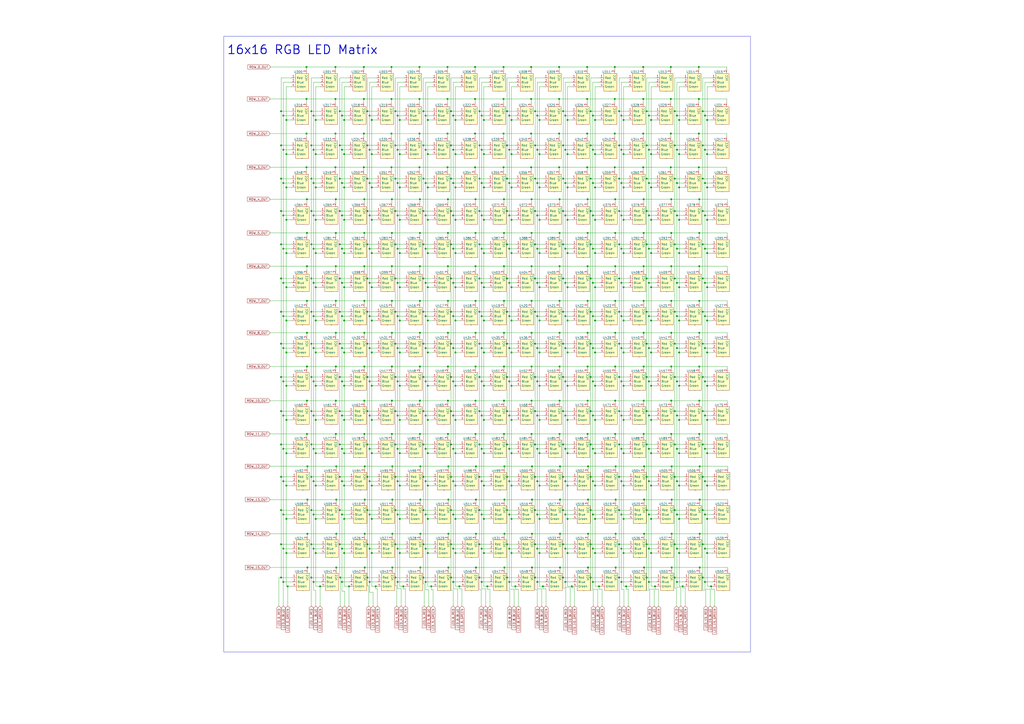
<source format=kicad_sch>
(kicad_sch (version 20230121) (generator eeschema)
  (paper "A2")
  (title_block (title "16x16 RGB LED Matrix") (rev "v1.0"))
  (junction (at 295.402 221.234))
  (junction (at 245.618 180.848))
  (junction (at 361.696 281.686))
  (junction (at 248.158 146.812))
  (junction (at 276.098 309.626))
  (junction (at 178.308 329.184))
  (junction (at 229.362 64.516))
  (junction (at 329.184 185.928))
  (junction (at 248.158 108.712))
  (junction (at 324.612 212.598))
  (junction (at 215.646 127.508))
  (junction (at 361.696 185.928))
  (junction (at 389.382 193.04))
  (junction (at 373.38 232.41))
  (junction (at 199.644 127.508))
  (junction (at 329.184 243.586))
  (junction (at 391.414 122.428))
  (junction (at 296.672 281.686))
  (junction (at 392.684 260.35))
  (junction (at 310.388 161.544))
  (junction (at 180.594 199.39))
  (junction (at 262.89 221.234))
  (junction (at 407.67 257.81))
  (junction (at 164.338 318.262))
  (junction (at 214.376 144.272))
  (junction (at 261.62 141.732))
  (junction (at 405.638 115.57))
  (junction (at 345.186 127.508))
  (junction (at 405.638 251.714))
  (junction (at 343.916 221.234))
  (junction (at 178.308 289.814))
  (junction (at 197.104 238.506))
  (junction (at 375.158 257.81))
  (junction (at 231.902 281.686))
  (junction (at 310.388 199.39))
  (junction (at 410.21 204.47))
  (junction (at 163.068 161.544))
  (junction (at 248.158 204.47))
  (junction (at 198.374 241.046))
  (junction (at 375.158 64.516))
  (junction (at 311.658 260.35))
  (junction (at 177.8 38.862))
  (junction (at 294.132 122.428))
  (junction (at 280.67 300.99))
  (junction (at 343.916 298.45))
  (junction (at 215.646 320.802))
  (junction (at 166.116 204.47))
  (junction (at 163.068 180.848))
  (junction (at 308.61 309.626))
  (junction (at 391.414 257.81))
  (junction (at 282.702 340.106))
  (junction (at 343.916 164.084))
  (junction (at 248.158 127.508))
  (junction (at 229.362 141.732))
  (junction (at 310.388 84.328))
  (junction (at 296.672 185.928))
  (junction (at 264.16 185.928))
  (junction (at 342.646 257.81))
  (junction (at 345.186 281.686))
  (junction (at 410.21 243.586))
  (junction (at 259.588 57.404))
  (junction (at 227.33 174.498))
  (junction (at 310.388 64.516))
  (junction (at 278.13 276.606))
  (junction (at 324.358 77.47))
  (junction (at 181.864 86.868))
  (junction (at 183.134 166.624))
  (junction (at 407.67 122.428))
  (junction (at 408.94 298.45))
  (junction (at 243.332 77.47))
  (junction (at 202.438 340.106))
  (junction (at 215.646 204.47))
  (junction (at 340.868 174.498))
  (junction (at 329.184 300.99))
  (junction (at 326.644 257.81))
  (junction (at 356.87 174.498))
  (junction (at 405.638 154.432))
  (junction (at 359.156 257.81))
  (junction (at 393.954 223.774))
  (junction (at 311.658 318.262))
  (junction (at 259.842 115.57))
  (junction (at 199.644 108.712))
  (junction (at 166.116 89.408))
  (junction (at 199.644 89.408))
  (junction (at 246.888 337.566))
  (junction (at 356.616 57.404))
  (junction (at 376.428 298.45))
  (junction (at 389.382 174.498))
  (junction (at 264.16 89.408))
  (junction (at 359.156 141.732))
  (junction (at 329.184 89.408))
  (junction (at 183.134 204.47))
  (junction (at 180.594 180.848))
  (junction (at 391.414 103.632))
  (junction (at 375.158 180.848))
  (junction (at 276.098 329.184))
  (junction (at 324.358 97.028))
  (junction (at 248.158 89.408))
  (junction (at 292.354 135.128))
  (junction (at 262.89 298.45))
  (junction (at 292.1 97.028))
  (junction (at 275.59 38.862))
  (junction (at 295.402 67.056))
  (junction (at 295.402 106.172))
  (junction (at 410.21 281.686))
  (junction (at 197.104 103.632))
  (junction (at 262.89 183.388))
  (junction (at 259.842 232.41))
  (junction (at 292.608 309.626))
  (junction (at 198.374 221.234))
  (junction (at 231.902 204.47))
  (junction (at 227.584 329.184))
  (junction (at 407.67 180.848))
  (junction (at 361.696 300.99))
  (junction (at 312.928 281.686))
  (junction (at 248.158 69.596))
  (junction (at 296.672 89.408))
  (junction (at 324.612 174.498))
  (junction (at 246.888 260.35))
  (junction (at 279.4 144.272))
  (junction (at 229.362 295.91))
  (junction (at 230.632 201.93))
  (junction (at 359.156 103.632))
  (junction (at 296.672 69.596))
  (junction (at 214.376 201.93))
  (junction (at 195.072 289.814))
  (junction (at 243.332 38.862))
  (junction (at 294.132 315.722))
  (junction (at 408.94 260.35))
  (junction (at 248.158 223.774))
  (junction (at 376.428 241.046))
  (junction (at 180.594 276.606))
  (junction (at 342.646 238.506))
  (junction (at 391.414 335.026))
  (junction (at 180.594 238.506))
  (junction (at 211.582 309.626))
  (junction (at 197.104 199.39))
  (junction (at 360.426 298.45))
  (junction (at 292.608 270.51))
  (junction (at 329.184 146.812))
  (junction (at 407.67 84.328))
  (junction (at 261.62 257.81))
  (junction (at 181.864 201.93))
  (junction (at 279.4 183.388))
  (junction (at 163.068 335.026))
  (junction (at 377.698 166.624))
  (junction (at 340.614 97.028))
  (junction (at 324.358 57.404))
  (junction (at 211.074 38.862))
  (junction (at 246.888 106.172))
  (junction (at 178.308 270.51))
  (junction (at 164.338 144.272))
  (junction (at 345.186 69.596))
  (junction (at 393.954 89.408))
  (junction (at 376.428 221.234))
  (junction (at 229.362 180.848))
  (junction (at 164.338 201.93))
  (junction (at 327.914 318.262))
  (junction (at 295.402 183.388))
  (junction (at 275.844 193.04))
  (junction (at 343.916 201.93))
  (junction (at 393.954 320.802))
  (junction (at 279.4 318.262))
  (junction (at 327.914 337.566))
  (junction (at 393.954 204.47))
  (junction (at 393.954 300.99))
  (junction (at 227.33 154.432))
  (junction (at 408.94 241.046))
  (junction (at 183.134 243.586))
  (junction (at 199.644 204.47))
  (junction (at 326.644 141.732))
  (junction (at 229.362 335.026))
  (junction (at 326.644 295.91))
  (junction (at 280.67 69.596))
  (junction (at 324.612 154.432))
  (junction (at 259.588 97.028))
  (junction (at 389.382 115.57))
  (junction (at 408.94 67.056))
  (junction (at 213.106 141.732))
  (junction (at 166.116 127.508))
  (junction (at 180.594 141.732))
  (junction (at 373.126 38.862))
  (junction (at 324.866 289.814))
  (junction (at 264.16 281.686))
  (junction (at 405.638 212.598))
  (junction (at 407.67 238.506))
  (junction (at 343.916 337.566))
  (junction (at 197.358 335.026))
  (junction (at 245.618 84.328))
  (junction (at 276.098 270.51))
  (junction (at 308.102 77.47))
  (junction (at 311.658 164.084))
  (junction (at 229.362 315.722))
  (junction (at 230.632 260.35))
  (junction (at 243.332 57.404))
  (junction (at 197.104 141.732))
  (junction (at 392.684 337.566))
  (junction (at 246.888 124.968))
  (junction (at 275.844 212.598))
  (junction (at 312.928 243.586))
  (junction (at 359.156 295.91))
  (junction (at 359.156 122.428))
  (junction (at 261.62 103.632))
  (junction (at 164.338 298.45))
  (junction (at 183.134 146.812))
  (junction (at 213.106 103.632))
  (junction (at 292.1 57.404))
  (junction (at 166.116 262.89))
  (junction (at 230.632 124.968))
  (junction (at 180.594 122.428))
  (junction (at 359.156 199.39))
  (junction (at 275.59 77.47))
  (junction (at 373.38 193.04))
  (junction (at 393.954 108.712))
  (junction (at 357.124 329.184))
  (junction (at 259.842 154.432))
  (junction (at 211.582 270.51))
  (junction (at 360.426 221.234))
  (junction (at 245.618 218.694))
  (junction (at 361.696 204.47))
  (junction (at 211.582 329.184))
  (junction (at 327.914 67.056))
  (junction (at 214.376 86.868))
  (junction (at 294.132 103.632))
  (junction (at 280.67 243.586))
  (junction (at 311.658 183.388))
  (junction (at 373.126 97.028))
  (junction (at 194.818 232.41))
  (junction (at 280.67 127.508))
  (junction (at 180.594 335.026))
  (junction (at 229.362 218.694))
  (junction (at 295.402 164.084))
  (junction (at 347.472 340.106))
  (junction (at 279.4 298.45))
  (junction (at 296.672 204.47))
  (junction (at 198.374 144.272))
  (junction (at 279.4 201.93))
  (junction (at 166.116 320.802))
  (junction (at 360.426 164.084))
  (junction (at 185.674 340.106))
  (junction (at 246.888 318.262))
  (junction (at 389.382 135.128))
  (junction (at 248.158 320.802))
  (junction (at 280.67 281.686))
  (junction (at 361.696 89.408))
  (junction (at 214.376 183.388))
  (junction (at 178.054 251.714))
  (junction (at 361.696 146.812))
  (junction (at 163.068 64.516))
  (junction (at 310.388 238.506))
  (junction (at 211.328 154.432))
  (junction (at 311.658 106.172))
  (junction (at 181.864 298.45))
  (junction (at 340.868 135.128))
  (junction (at 178.308 309.626))
  (junction (at 407.67 161.544))
  (junction (at 312.928 89.408))
  (junction (at 312.928 185.928))
  (junction (at 195.072 309.626))
  (junction (at 266.446 340.106))
  (junction (at 280.67 185.928))
  (junction (at 227.33 193.04))
  (junction (at 376.428 337.566))
  (junction (at 412.496 340.106))
  (junction (at 342.646 161.544))
  (junction (at 243.586 115.57))
  (junction (at 312.928 146.812))
  (junction (at 183.134 281.686))
  (junction (at 215.646 108.712))
  (junction (at 215.646 89.408))
  (junction (at 308.61 289.814))
  (junction (at 405.638 135.128))
  (junction (at 312.928 108.712))
  (junction (at 166.116 146.812))
  (junction (at 324.612 115.57))
  (junction (at 373.38 212.598))
  (junction (at 248.158 166.624))
  (junction (at 376.428 144.272))
  (junction (at 407.67 141.732))
  (junction (at 229.362 161.544))
  (junction (at 376.428 260.35))
  (junction (at 245.618 257.81))
  (junction (at 163.068 257.81))
  (junction (at 195.072 270.51))
  (junction (at 194.564 97.028))
  (junction (at 393.954 262.89))
  (junction (at 264.16 243.586))
  (junction (at 279.4 86.868))
  (junction (at 261.62 64.516))
  (junction (at 405.892 270.51))
  (junction (at 231.902 166.624))
  (junction (at 181.864 279.146))
  (junction (at 197.104 276.606))
  (junction (at 231.902 243.586))
  (junction (at 341.122 270.51))
  (junction (at 197.104 218.694))
  (junction (at 164.338 106.172))
  (junction (at 340.868 154.432))
  (junction (at 324.612 251.714))
  (junction (at 227.076 38.862))
  (junction (at 245.618 315.722))
  (junction (at 340.614 77.47))
  (junction (at 407.67 276.606))
  (junction (at 230.632 106.172))
  (junction (at 410.21 127.508))
  (junction (at 275.59 57.404))
  (junction (at 405.892 289.814))
  (junction (at 198.374 183.388))
  (junction (at 405.384 57.404))
  (junction (at 310.388 276.606))
  (junction (at 375.158 295.91))
  (junction (at 327.914 279.146))
  (junction (at 183.134 127.508))
  (junction (at 262.89 318.262))
  (junction (at 326.644 218.694))
  (junction (at 278.13 295.91))
  (junction (at 360.426 124.968))
  (junction (at 376.428 318.262))
  (junction (at 280.67 108.712))
  (junction (at 231.902 185.928))
  (junction (at 308.356 154.432))
  (junction (at 375.158 161.544))
  (junction (at 363.22 340.106))
  (junction (at 230.632 67.056))
  (junction (at 391.414 180.848))
  (junction (at 408.94 164.084))
  (junction (at 181.864 67.056))
  (junction (at 311.658 221.234))
  (junction (at 264.16 223.774))
  (junction (at 243.586 251.714))
  (junction (at 312.928 69.596))
  (junction (at 213.106 335.026))
  (junction (at 215.646 281.686))
  (junction (at 227.584 270.51))
  (junction (at 392.684 221.234))
  (junction (at 264.16 320.802))
  (junction (at 324.866 270.51))
  (junction (at 389.636 309.626))
  (junction (at 248.158 300.99))
  (junction (at 360.426 279.146))
  (junction (at 243.84 329.184))
  (junction (at 211.328 174.498))
  (junction (at 296.672 146.812))
  (junction (at 183.134 300.99))
  (junction (at 231.902 108.712))
  (junction (at 327.914 183.388))
  (junction (at 310.388 218.694))
  (junction (at 342.646 295.91))
  (junction (at 194.564 57.404))
  (junction (at 308.356 174.498))
  (junction (at 259.842 193.04))
  (junction (at 164.338 241.046))
  (junction (at 181.864 221.234))
  (junction (at 181.864 260.35))
  (junction (at 278.13 257.81))
  (junction (at 262.89 86.868))
  (junction (at 292.1 77.47))
  (junction (at 275.844 251.714))
  (junction (at 361.696 166.624))
  (junction (at 278.13 64.516))
  (junction (at 377.698 320.802))
  (junction (at 377.698 127.508))
  (junction (at 405.638 232.41))
  (junction (at 259.842 135.128))
  (junction (at 308.102 97.028))
  (junction (at 181.864 241.046))
  (junction (at 361.696 69.596))
  (junction (at 245.618 276.606))
  (junction (at 408.94 183.388))
  (junction (at 183.134 320.802))
  (junction (at 359.156 335.026))
  (junction (at 264.16 108.712))
  (junction (at 163.068 141.732))
  (junction (at 342.646 64.516))
  (junction (at 260.096 329.184))
  (junction (at 262.89 337.566))
  (junction (at 264.16 204.47))
  (junction (at 326.644 276.606))
  (junction (at 213.106 315.722))
  (junction (at 356.87 232.41))
  (junction (at 342.646 335.026))
  (junction (at 392.684 164.084))
  (junction (at 405.892 309.626))
  (junction (at 211.328 212.598))
  (junction (at 340.868 251.714))
  (junction (at 377.698 281.686))
  (junction (at 163.068 315.722))
  (junction (at 227.33 212.598))
  (junction (at 308.356 193.04))
  (junction (at 329.184 320.802))
  (junction (at 276.098 289.814))
  (junction (at 361.696 320.802))
  (junction (at 345.186 243.586))
  (junction (at 261.62 84.328))
  (junction (at 360.426 86.868))
  (junction (at 198.374 279.146))
  (junction (at 264.16 146.812))
  (junction (at 248.158 262.89))
  (junction (at 213.106 257.81))
  (junction (at 231.902 223.774))
  (junction (at 164.338 279.146))
  (junction (at 246.888 298.45))
  (junction (at 312.928 166.624))
  (junction (at 231.902 320.802))
  (junction (at 214.376 106.172))
  (junction (at 292.608 329.184))
  (junction (at 229.362 199.39))
  (junction (at 163.068 276.606))
  (junction (at 198.374 106.172))
  (junction (at 194.818 193.04))
  (junction (at 294.132 295.91))
  (junction (at 243.84 289.814))
  (junction (at 233.934 340.106))
  (junction (at 227.584 289.814))
  (junction (at 275.844 232.41))
  (junction (at 230.632 86.868))
  (junction (at 195.072 329.184))
  (junction (at 294.132 161.544))
  (junction (at 356.87 115.57))
  (junction (at 312.928 127.508))
  (junction (at 345.186 166.624))
  (junction (at 278.13 141.732))
  (junction (at 198.374 124.968))
  (junction (at 214.376 318.262))
  (junction (at 280.67 223.774))
  (junction (at 343.916 144.272))
  (junction (at 377.698 69.596))
  (junction (at 213.106 295.91))
  (junction (at 183.134 69.596))
  (junction (at 326.644 335.026))
  (junction (at 312.928 300.99))
  (junction (at 199.644 223.774))
  (junction (at 199.644 185.928))
  (junction (at 295.402 337.566))
  (junction (at 183.134 89.408))
  (junction (at 405.892 329.184))
  (junction (at 230.632 183.388))
  (junction (at 213.106 180.848))
  (junction (at 405.638 193.04))
  (junction (at 329.184 204.47))
  (junction (at 163.068 103.632))
  (junction (at 308.61 270.51))
  (junction (at 194.818 174.498))
  (junction (at 230.632 279.146))
  (junction (at 311.658 67.056))
  (junction (at 342.646 84.328))
  (junction (at 246.888 86.868))
  (junction (at 340.614 38.862))
  (junction (at 279.4 106.172))
  (junction (at 391.414 161.544))
  (junction (at 261.62 218.694))
  (junction (at 278.13 180.848))
  (junction (at 261.62 122.428))
  (junction (at 245.618 199.39))
  (junction (at 326.644 84.328))
  (junction (at 295.402 241.046))
  (junction (at 198.374 260.35))
  (junction (at 194.818 135.128))
  (junction (at 407.67 315.722))
  (junction (at 375.158 276.606))
  (junction (at 292.354 212.598))
  (junction (at 213.106 238.506))
  (junction (at 407.67 218.694))
  (junction (at 213.106 199.39))
  (junction (at 292.354 154.432))
  (junction (at 279.4 124.968))
  (junction (at 166.116 281.686))
  (junction (at 389.382 212.598))
  (junction (at 280.67 320.802))
  (junction (at 373.38 154.432))
  (junction (at 356.87 135.128))
  (junction (at 375.158 84.328))
  (junction (at 373.634 309.626))
  (junction (at 215.646 166.624))
  (junction (at 227.33 232.41))
  (junction (at 294.132 64.516))
  (junction (at 326.644 315.722))
  (junction (at 279.4 241.046))
  (junction (at 231.902 89.408))
  (junction (at 311.658 86.868))
  (junction (at 310.388 141.732))
  (junction (at 166.116 223.774))
  (junction (at 407.67 64.516))
  (junction (at 327.914 260.35))
  (junction (at 231.902 146.812))
  (junction (at 229.362 84.328))
  (junction (at 407.67 199.39))
  (junction (at 198.374 201.93))
  (junction (at 278.13 122.428))
  (junction (at 230.632 318.262))
  (junction (at 246.888 164.084))
  (junction (at 246.888 279.146))
  (junction (at 326.644 64.516))
  (junction (at 359.156 315.722))
  (junction (at 245.618 238.506))
  (junction (at 408.94 86.868))
  (junction (at 373.634 289.814))
  (junction (at 279.4 260.35))
  (junction (at 410.21 108.712))
  (junction (at 345.186 262.89))
  (junction (at 361.696 223.774))
  (junction (at 359.156 180.848))
  (junction (at 243.586 232.41))
  (junction (at 373.634 270.51))
  (junction (at 230.632 298.45))
  (junction (at 260.096 270.51))
  (junction (at 211.582 289.814))
  (junction (at 343.916 67.056))
  (junction (at 377.698 204.47))
  (junction (at 230.632 144.272))
  (junction (at 356.616 77.47))
  (junction (at 262.89 67.056))
  (junction (at 311.658 279.146))
  (junction (at 243.586 135.128))
  (junction (at 198.374 298.45))
  (junction (at 292.608 289.814))
  (junction (at 343.916 318.262))
  (junction (at 295.402 298.45))
  (junction (at 278.13 335.026))
  (junction (at 360.426 260.35))
  (junction (at 410.21 166.624))
  (junction (at 342.646 315.722))
  (junction (at 227.584 309.626))
  (junction (at 180.594 257.81))
  (junction (at 408.94 337.566))
  (junction (at 279.4 221.234))
  (junction (at 262.89 201.93))
  (junction (at 275.844 135.128))
  (junction (at 327.914 106.172))
  (junction (at 356.87 212.598))
  (junction (at 356.616 97.028))
  (junction (at 259.842 174.498))
  (junction (at 373.38 251.714))
  (junction (at 357.124 270.51))
  (junction (at 375.158 315.722))
  (junction (at 181.864 318.262))
  (junction (at 227.076 57.404))
  (junction (at 342.646 199.39))
  (junction (at 243.332 97.028))
  (junction (at 342.646 276.606))
  (junction (at 214.376 337.566))
  (junction (at 356.87 193.04))
  (junction (at 164.338 86.868))
  (junction (at 373.634 329.184))
  (junction (at 215.646 300.99))
  (junction (at 360.426 67.056))
  (junction (at 199.644 281.686))
  (junction (at 342.646 122.428))
  (junction (at 163.068 295.91))
  (junction (at 214.376 260.35))
  (junction (at 361.696 262.89))
  (junction (at 360.426 337.566))
  (junction (at 178.054 193.04))
  (junction (at 312.928 262.89))
  (junction (at 375.158 141.732))
  (junction (at 389.382 154.432))
  (junction (at 214.376 279.146))
  (junction (at 243.84 309.626))
  (junction (at 389.128 57.404))
  (junction (at 405.384 77.47))
  (junction (at 343.916 260.35))
  (junction (at 261.62 276.606))
  (junction (at 197.104 295.91))
  (junction (at 308.356 212.598))
  (junction (at 361.696 243.586))
  (junction (at 395.986 340.106))
  (junction (at 329.184 262.89))
  (junction (at 345.186 89.408))
  (junction (at 312.928 223.774))
  (junction (at 343.916 279.146))
  (junction (at 294.132 141.732))
  (junction (at 296.672 166.624))
  (junction (at 311.658 298.45))
  (junction (at 360.426 144.272))
  (junction (at 166.116 243.586))
  (junction (at 373.126 77.47))
  (junction (at 345.186 108.712))
  (junction (at 359.156 238.506))
  (junction (at 345.186 146.812))
  (junction (at 198.374 86.868))
  (junction (at 311.658 201.93))
  (junction (at 180.594 64.516))
  (junction (at 393.954 146.812))
  (junction (at 410.21 300.99))
  (junction (at 343.916 86.868))
  (junction (at 295.402 260.35))
  (junction (at 408.94 279.146))
  (junction (at 164.338 183.388))
  (junction (at 245.618 64.516))
  (junction (at 391.414 64.516))
  (junction (at 391.414 315.722))
  (junction (at 324.612 193.04))
  (junction (at 194.818 154.432))
  (junction (at 214.376 67.056))
  (junction (at 410.21 185.928))
  (junction (at 308.102 38.862))
  (junction (at 214.376 241.046))
  (junction (at 259.842 251.714))
  (junction (at 211.328 251.714))
  (junction (at 340.868 232.41))
  (junction (at 393.954 281.686))
  (junction (at 294.132 335.026))
  (junction (at 164.338 221.234))
  (junction (at 194.564 38.862))
  (junction (at 214.376 221.234))
  (junction (at 294.132 199.39))
  (junction (at 278.13 315.722))
  (junction (at 375.158 103.632))
  (junction (at 211.328 193.04))
  (junction (at 180.594 161.544))
  (junction (at 278.13 103.632))
  (junction (at 275.844 115.57))
  (junction (at 294.132 218.694))
  (junction (at 261.62 295.91))
  (junction (at 326.644 161.544))
  (junction (at 341.122 329.184))
  (junction (at 261.62 238.506))
  (junction (at 379.984 340.106))
  (junction (at 391.414 295.91))
  (junction (at 229.362 257.81))
  (junction (at 345.186 320.802))
  (junction (at 326.644 180.848))
  (junction (at 246.888 144.272))
  (junction (at 329.184 108.712))
  (junction (at 215.646 262.89))
  (junction (at 215.646 185.928))
  (junction (at 410.21 69.596))
  (junction (at 213.106 122.428))
  (junction (at 166.116 108.712))
  (junction (at 260.096 289.814))
  (junction (at 217.932 340.106))
  (junction (at 342.646 218.694))
  (junction (at 373.38 135.128))
  (junction (at 345.186 185.928))
  (junction (at 215.646 69.596))
  (junction (at 376.428 106.172))
  (junction (at 194.564 77.47))
  (junction (at 377.698 262.89))
  (junction (at 264.16 262.89))
  (junction (at 324.358 38.862))
  (junction (at 197.104 84.328))
  (junction (at 246.888 201.93))
  (junction (at 376.428 164.084))
  (junction (at 177.8 97.028))
  (junction (at 183.134 223.774))
  (junction (at 310.388 315.722))
  (junction (at 211.074 77.47))
  (junction (at 357.124 309.626))
  (junction (at 275.844 174.498))
  (junction (at 377.698 243.586))
  (junction (at 308.356 251.714))
  (junction (at 294.132 276.606))
  (junction (at 393.954 69.596))
  (junction (at 329.184 166.624))
  (junction (at 392.684 279.146))
  (junction (at 324.612 135.128))
  (junction (at 375.158 199.39))
  (junction (at 345.186 223.774))
  (junction (at 359.156 84.328))
  (junction (at 278.13 218.694))
  (junction (at 392.684 183.388))
  (junction (at 340.868 193.04))
  (junction (at 199.644 320.802))
  (junction (at 295.402 318.262))
  (junction (at 392.684 318.262))
  (junction (at 279.4 279.146))
  (junction (at 327.914 201.93))
  (junction (at 389.128 38.862))
  (junction (at 215.646 223.774))
  (junction (at 275.59 97.028))
  (junction (at 292.354 251.714))
  (junction (at 245.618 103.632))
  (junction (at 410.21 320.802))
  (junction (at 259.588 38.862))
  (junction (at 279.4 337.566))
  (junction (at 329.184 281.686))
  (junction (at 198.374 67.056))
  (junction (at 327.914 144.272))
  (junction (at 329.184 127.508))
  (junction (at 278.13 238.506))
  (junction (at 329.184 69.596))
  (junction (at 199.644 243.586))
  (junction (at 376.428 201.93))
  (junction (at 392.684 241.046))
  (junction (at 392.684 86.868))
  (junction (at 198.374 318.262))
  (junction (at 243.586 154.432))
  (junction (at 361.696 127.508))
  (junction (at 377.698 185.928))
  (junction (at 275.844 154.432))
  (junction (at 296.672 300.99))
  (junction (at 164.338 67.056))
  (junction (at 248.158 243.586))
  (junction (at 410.21 146.812))
  (junction (at 229.362 122.428))
  (junction (at 308.61 329.184))
  (junction (at 166.116 300.99))
  (junction (at 296.672 262.89))
  (junction (at 181.864 124.968))
  (junction (at 295.402 201.93))
  (junction (at 194.818 212.598))
  (junction (at 391.414 276.606))
  (junction (at 199.644 146.812))
  (junction (at 391.414 84.328))
  (junction (at 342.646 180.848))
  (junction (at 356.87 154.432))
  (junction (at 211.074 57.404))
  (junction (at 310.388 122.428))
  (junction (at 408.94 144.272))
  (junction (at 391.414 199.39))
  (junction (at 405.384 97.028))
  (junction (at 389.382 251.714))
  (junction (at 345.186 204.47))
  (junction (at 215.646 243.586))
  (junction (at 376.428 183.388))
  (junction (at 248.158 185.928))
  (junction (at 408.94 201.93))
  (junction (at 296.672 223.774))
  (junction (at 310.388 180.848))
  (junction (at 308.102 57.404))
  (junction (at 326.644 199.39))
  (junction (at 324.866 329.184))
  (junction (at 360.426 183.388))
  (junction (at 213.106 276.606))
  (junction (at 360.426 201.93))
  (junction (at 230.632 221.234))
  (junction (at 327.914 164.084))
  (junction (at 243.586 193.04))
  (junction (at 211.328 115.57))
  (junction (at 197.104 180.848))
  (junction (at 243.586 212.598))
  (junction (at 180.594 295.91))
  (junction (at 181.864 183.388))
  (junction (at 310.388 295.91))
  (junction (at 261.62 315.722))
  (junction (at 163.068 238.506))
  (junction (at 246.888 241.046))
  (junction (at 246.888 221.234))
  (junction (at 407.67 335.026))
  (junction (at 341.122 309.626))
  (junction (at 360.426 106.172))
  (junction (at 296.672 108.712))
  (junction (at 178.054 174.498))
  (junction (at 389.382 232.41))
  (junction (at 342.646 103.632))
  (junction (at 243.84 270.51))
  (junction (at 389.636 329.184))
  (junction (at 227.076 97.028))
  (junction (at 294.132 238.506))
  (junction (at 377.698 223.774))
  (junction (at 392.684 124.968))
  (junction (at 391.414 218.694))
  (junction (at 295.402 86.868))
  (junction (at 227.33 251.714))
  (junction (at 163.068 199.39))
  (junction (at 227.076 77.47))
  (junction (at 314.96 340.106))
  (junction (at 296.672 243.586))
  (junction (at 343.916 183.388))
  (junction (at 324.866 309.626))
  (junction (at 407.67 103.632))
  (junction (at 227.33 115.57))
  (junction (at 246.888 183.388))
  (junction (at 197.104 64.516))
  (junction (at 392.684 144.272))
  (junction (at 294.132 84.328))
  (junction (at 292.354 232.41))
  (junction (at 343.916 106.172))
  (junction (at 264.16 166.624))
  (junction (at 198.374 337.566))
  (junction (at 356.87 251.714))
  (junction (at 211.074 97.028))
  (junction (at 360.426 318.262))
  (junction (at 408.94 124.968))
  (junction (at 345.186 300.99))
  (junction (at 215.646 146.812))
  (junction (at 177.8 57.404))
  (junction (at 178.054 135.128))
  (junction (at 199.644 262.89))
  (junction (at 245.618 335.026))
  (junction (at 296.672 320.802))
  (junction (at 327.914 86.868))
  (junction (at 229.362 103.632))
  (junction (at 340.614 57.404))
  (junction (at 261.62 180.848))
  (junction (at 377.698 108.712))
  (junction (at 331.724 340.106))
  (junction (at 163.068 122.428))
  (junction (at 194.818 115.57))
  (junction (at 312.928 320.802))
  (junction (at 245.618 141.732))
  (junction (at 262.89 260.35))
  (junction (at 408.94 221.234))
  (junction (at 392.684 201.93))
  (junction (at 230.632 164.084))
  (junction (at 231.902 69.596))
  (junction (at 296.672 127.508))
  (junction (at 373.126 57.404))
  (junction (at 392.684 298.45))
  (junction (at 246.888 67.056))
  (junction (at 262.89 144.272))
  (junction (at 327.914 124.968))
  (junction (at 181.864 106.172))
  (junction (at 377.698 146.812))
  (junction (at 280.67 262.89))
  (junction (at 261.62 199.39))
  (junction (at 262.89 124.968))
  (junction (at 393.954 127.508))
  (junction (at 181.864 337.566))
  (junction (at 393.954 185.928))
  (junction (at 376.428 279.146))
  (junction (at 261.62 161.544))
  (junction (at 375.158 122.428))
  (junction (at 359.156 218.694))
  (junction (at 327.914 298.45))
  (junction (at 262.89 241.046))
  (junction (at 245.618 295.91))
  (junction (at 393.954 166.624))
  (junction (at 292.354 115.57))
  (junction (at 197.104 257.81))
  (junction (at 231.902 300.99))
  (junction (at 264.16 127.508))
  (junction (at 245.618 122.428))
  (junction (at 259.842 212.598))
  (junction (at 375.158 335.026))
  (junction (at 308.356 232.41))
  (junction (at 292.354 174.498))
  (junction (at 264.16 69.596))
  (junction (at 292.1 38.862))
  (junction (at 356.616 38.862))
  (junction (at 391.414 141.732))
  (junction (at 262.89 164.084))
  (junction (at 410.21 89.408))
  (junction (at 166.116 69.596))
  (junction (at 199.644 69.596))
  (junction (at 310.388 257.81))
  (junction (at 310.388 335.026))
  (junction (at 294.132 257.81))
  (junction (at 373.38 174.498))
  (junction (at 407.67 295.91))
  (junction (at 359.156 276.606))
  (junction (at 213.106 218.694))
  (junction (at 295.402 124.968))
  (junction (at 340.868 115.57))
  (junction (at 308.356 115.57))
  (junction (at 243.586 174.498))
  (junction (at 360.426 241.046))
  (junction (at 213.106 84.328))
  (junction (at 311.658 144.272))
  (junction (at 229.362 238.506))
  (junction (at 230.632 241.046))
  (junction (at 389.636 270.51))
  (junction (at 199.644 300.99))
  (junction (at 408.94 106.172))
  (junction (at 214.376 298.45))
  (junction (at 405.384 38.862))
  (junction (at 183.134 262.89))
  (junction (at 392.684 67.056))
  (junction (at 178.054 115.57))
  (junction (at 164.338 124.968))
  (junction (at 326.644 238.506))
  (junction (at 278.13 161.544))
  (junction (at 361.696 108.712))
  (junction (at 259.588 77.47))
  (junction (at 340.868 212.598))
  (junction (at 292.354 193.04))
  (junction (at 194.818 251.714))
  (junction (at 343.916 124.968))
  (junction (at 178.054 212.598))
  (junction (at 230.632 337.566))
  (junction (at 377.698 300.99))
  (junction (at 180.594 315.722))
  (junction (at 229.362 276.606))
  (junction (at 393.954 243.586))
  (junction (at 250.19 340.106))
  (junction (at 326.644 103.632))
  (junction (at 294.132 180.848))
  (junction (at 211.328 232.41))
  (junction (at 248.158 281.686))
  (junction (at 180.594 84.328))
  (junction (at 163.068 84.328))
  (junction (at 214.376 124.968))
  (junction (at 181.864 164.084))
  (junction (at 324.612 232.41))
  (junction (at 408.94 318.262))
  (junction (at 375.158 238.506))
  (junction (at 311.658 241.046))
  (junction (at 327.914 221.234))
  (junction (at 341.122 289.814))
  (junction (at 163.068 218.694))
  (junction (at 376.428 86.868))
  (junction (at 280.67 146.812))
  (junction (at 197.104 161.544))
  (junction (at 262.89 106.172))
  (junction (at 211.328 135.128))
  (junction (at 245.618 161.544))
  (junction (at 180.594 103.632))
  (junction (at 164.338 164.084))
  (junction (at 389.128 97.028))
  (junction (at 214.376 164.084))
  (junction (at 295.402 144.272))
  (junction (at 183.134 108.712))
  (junction (at 261.62 335.026))
  (junction (at 295.402 279.146))
  (junction (at 389.128 77.47))
  (junction (at 410.21 262.89))
  (junction (at 198.374 164.084))
  (junction (at 377.698 89.408))
  (junction (at 326.644 122.428))
  (junction (at 164.338 260.35))
  (junction (at 373.38 115.57))
  (junction (at 376.428 124.968))
  (junction (at 410.21 223.774))
  (junction (at 264.16 300.99))
  (junction (at 310.388 103.632))
  (junction (at 213.106 161.544))
  (junction (at 342.646 141.732))
  (junction (at 329.184 223.774))
  (junction (at 278.13 84.328))
  (junction (at 177.8 77.47))
  (junction (at 391.414 238.506))
  (junction (at 180.594 218.694))
  (junction (at 357.124 289.814))
  (junction (at 327.914 241.046))
  (junction (at 280.67 89.408))
  (junction (at 278.13 199.39))
  (junction (at 199.644 166.624))
  (junction (at 227.33 135.128))
  (junction (at 375.158 218.694))
  (junction (at 178.054 154.432))
  (junction (at 311.658 337.566))
  (junction (at 166.116 166.624))
  (junction (at 166.116 185.928))
  (junction (at 178.054 232.41))
  (junction (at 166.878 340.106))
  (junction (at 280.67 204.47))
  (junction (at 308.356 135.128))
  (junction (at 279.4 67.056))
  (junction (at 298.958 340.106))
  (junction (at 311.658 124.968))
  (junction (at 197.104 315.722))
  (junction (at 213.106 64.516))
  (junction (at 183.134 185.928))
  (junction (at 359.156 161.544))
  (junction (at 231.902 127.508))
  (junction (at 280.67 166.624))
  (junction (at 392.684 106.172))
  (junction (at 389.636 289.814))
  (junction (at 181.864 144.272))
  (junction (at 312.928 204.47))
  (junction (at 405.638 174.498))
  (junction (at 279.4 164.084))
  (junction (at 197.104 122.428))
  (junction (at 376.428 67.056))
  (junction (at 231.902 262.89))
  (junction (at 260.096 309.626))
  (junction (at 359.156 64.516))
  (junction (at 343.916 241.046))
  (junction (at 262.89 279.146))
  (junction (at 164.338 337.566))
  (wire (pts (xy 245.618 64.516) (xy 250.698 64.516)))
  (wire (pts (xy 250.952 221.234) (xy 246.888 221.234)))
  (wire (pts (xy 180.594 218.694) (xy 180.594 199.39)))
  (wire (pts (xy 360.426 241.046) (xy 360.426 260.35)))
  (wire (pts (xy 177.8 57.404) (xy 177.8 59.436)))
  (wire (pts (xy 202.692 300.99) (xy 199.644 300.99)))
  (wire (pts (xy 235.204 341.63) (xy 233.934 341.63)))
  (wire (pts (xy 329.184 50.292) (xy 329.184 69.596)))
  (wire (pts (xy 214.376 279.146) (xy 214.376 298.45)))
  (wire (pts (xy 261.62 276.606) (xy 261.62 257.81)))
  (wire (pts (xy 186.182 281.686) (xy 183.134 281.686)))
  (wire (pts (xy 380.746 298.45) (xy 376.428 298.45)))
  (wire (pts (xy 379.984 340.106) (xy 377.698 340.106)))
  (wire (pts (xy 250.952 257.81) (xy 245.618 257.81)))
  (wire (pts (xy 331.978 166.624) (xy 329.184 166.624)))
  (wire (pts (xy 163.068 335.026) (xy 169.418 335.026)))
  (wire (pts (xy 356.87 174.498) (xy 373.38 174.498)))
  (wire (pts (xy 328.168 341.122) (xy 326.644 341.122)))
  (wire (pts (xy 361.696 146.812) (xy 361.696 127.508)))
  (wire (pts (xy 211.074 38.862) (xy 194.564 38.862)))
  (wire (pts (xy 315.976 335.026) (xy 310.388 335.026)))
  (wire (pts (xy 267.97 341.63) (xy 266.446 341.63)))
  (wire (pts (xy 389.128 98.552) (xy 389.128 97.028)))
  (wire (pts (xy 278.13 218.694) (xy 278.13 199.39)))
  (wire (pts (xy 413.258 318.262) (xy 408.94 318.262)))
  (wire (pts (xy 202.438 260.35) (xy 198.374 260.35)))
  (wire (pts (xy 315.976 279.146) (xy 311.658 279.146)))
  (wire (pts (xy 294.132 335.026) (xy 294.132 315.722)))
  (wire (pts (xy 197.104 161.544) (xy 197.104 141.732)))
  (wire (pts (xy 315.976 318.262) (xy 311.658 318.262)))
  (wire (pts (xy 169.418 298.45) (xy 164.338 298.45)))
  (wire (pts (xy 169.164 161.544) (xy 163.068 161.544)))
  (wire (pts (xy 245.618 141.732) (xy 245.618 122.428)))
  (wire (pts (xy 292.1 79.248) (xy 292.1 77.47)))
  (wire (pts (xy 218.44 122.428) (xy 213.106 122.428)))
  (wire (pts (xy 405.638 194.31) (xy 405.638 193.04)))
  (wire (pts (xy 163.068 64.516) (xy 168.91 64.516)))
  (wire (pts (xy 292.354 135.128) (xy 292.354 136.652)))
  (wire (pts (xy 230.632 183.388) (xy 230.632 164.084)))
  (wire (pts (xy 248.158 340.106) (xy 248.158 320.802)))
  (wire (pts (xy 202.438 221.234) (xy 198.374 221.234)))
  (wire (pts (xy 245.618 161.544) (xy 245.618 141.732)))
  (wire (pts (xy 215.646 89.408) (xy 215.646 69.596)))
  (wire (pts (xy 168.91 84.328) (xy 163.068 84.328)))
  (wire (pts (xy 299.466 257.81) (xy 294.132 257.81)))
  (wire (pts (xy 397.51 351.536) (xy 397.51 340.868)))
  (wire (pts (xy 213.106 122.428) (xy 213.106 103.632)))
  (wire (pts (xy 292.354 232.41) (xy 308.356 232.41)))
  (wire (pts (xy 380.492 141.732) (xy 375.158 141.732)))
  (wire (pts (xy 405.892 329.184) (xy 405.892 329.946)))
  (wire (pts (xy 356.616 38.862) (xy 356.616 40.132)))
  (wire (pts (xy 185.928 260.35) (xy 181.864 260.35)))
  (wire (pts (xy 308.61 309.626) (xy 308.61 310.642)))
  (wire (pts (xy 324.612 213.614) (xy 324.612 212.598)))
  (wire (pts (xy 296.672 127.508) (xy 296.672 108.712)))
  (wire (pts (xy 199.644 146.812) (xy 199.644 127.508)))
  (wire (pts (xy 413.004 257.81) (xy 407.67 257.81)))
  (wire (pts (xy 185.674 45.212) (xy 180.594 45.212)))
  (wire (pts (xy 312.928 223.774) (xy 312.928 243.586)))
  (wire (pts (xy 312.928 281.686) (xy 312.928 262.89)))
  (wire (pts (xy 380.492 199.39) (xy 375.158 199.39)))
  (wire (pts (xy 413.004 201.93) (xy 408.94 201.93)))
  (wire (pts (xy 346.71 351.536) (xy 346.71 341.884)))
  (wire (pts (xy 177.8 77.47) (xy 194.564 77.47)))
  (wire (pts (xy 261.62 180.848) (xy 261.62 161.544)))
  (wire (pts (xy 347.98 122.428) (xy 342.646 122.428)))
  (wire (pts (xy 295.402 241.046) (xy 295.402 221.234)))
  (wire (pts (xy 389.382 232.41) (xy 405.638 232.41)))
  (wire (pts (xy 342.646 276.606) (xy 342.646 295.91)))
  (wire (pts (xy 393.954 223.774) (xy 393.954 243.586)))
  (wire (pts (xy 181.864 241.046) (xy 181.864 221.234)))
  (wire (pts (xy 340.868 174.498) (xy 340.868 175.768)))
  (wire (pts (xy 169.164 122.428) (xy 163.068 122.428)))
  (wire (pts (xy 373.38 174.498) (xy 389.382 174.498)))
  (wire (pts (xy 284.226 351.536) (xy 284.226 341.884)))
  (wire (pts (xy 326.644 180.848) (xy 326.644 161.544)))
  (wire (pts (xy 283.464 204.47) (xy 280.67 204.47)))
  (wire (pts (xy 300.736 341.884) (xy 298.958 341.884)))
  (wire (pts (xy 246.126 351.536) (xy 246.126 338.582)))
  (wire (pts (xy 283.21 84.328) (xy 278.13 84.328)))
  (wire (pts (xy 275.844 193.04) (xy 275.844 194.31)))
  (wire (pts (xy 246.888 221.234) (xy 246.888 201.93)))
  (wire (pts (xy 246.888 342.138) (xy 246.888 337.566)))
  (wire (pts (xy 185.928 221.234) (xy 181.864 221.234)))
  (wire (pts (xy 245.618 180.848) (xy 245.618 161.544)))
  (wire (pts (xy 324.866 309.626) (xy 341.122 309.626)))
  (wire (pts (xy 246.888 124.968) (xy 246.888 106.172)))
  (wire (pts (xy 169.164 204.47) (xy 166.116 204.47)))
  (wire (pts (xy 266.954 185.928) (xy 264.16 185.928)))
  (wire (pts (xy 397.51 340.868) (xy 395.986 340.868)))
  (wire (pts (xy 407.67 45.212) (xy 407.67 64.516)))
  (wire (pts (xy 299.466 122.428) (xy 294.132 122.428)))
  (wire (pts (xy 262.89 164.084) (xy 262.89 144.272)))
  (wire (pts (xy 421.64 38.862) (xy 421.64 40.132)))
  (wire (pts (xy 393.954 300.99) (xy 393.954 281.686)))
  (wire (pts (xy 364.236 47.752) (xy 360.426 47.752)))
  (wire (pts (xy 283.464 262.89) (xy 280.67 262.89)))
  (wire (pts (xy 410.21 108.712) (xy 410.21 89.408)))
  (wire (pts (xy 347.98 164.084) (xy 343.916 164.084)))
  (wire (pts (xy 298.196 351.536) (xy 298.196 341.884)))
  (wire (pts (xy 407.67 342.392) (xy 407.67 335.026)))
  (wire (pts (xy 364.744 320.802) (xy 361.696 320.802)))
  (wire (pts (xy 299.212 108.712) (xy 296.672 108.712)))
  (wire (pts (xy 279.4 183.388) (xy 279.4 164.084)))
  (wire (pts (xy 264.16 204.47) (xy 264.16 223.774)))
  (wire (pts (xy 421.894 194.31) (xy 421.894 193.04)))
  (wire (pts (xy 377.698 89.408) (xy 377.698 69.596)))
  (wire (pts (xy 180.594 238.506) (xy 180.594 218.694)))
  (wire (pts (xy 166.116 127.508) (xy 166.116 108.712)))
  (wire (pts (xy 410.21 340.106) (xy 410.21 320.802)))
  (wire (pts (xy 185.928 122.428) (xy 180.594 122.428)))
  (wire (pts (xy 202.438 183.388) (xy 198.374 183.388)))
  (wire (pts (xy 264.16 166.624) (xy 264.16 146.812)))
  (wire (pts (xy 345.186 340.106) (xy 345.186 320.802)))
  (wire (pts (xy 380.492 122.428) (xy 375.158 122.428)))
  (wire (pts (xy 185.928 201.93) (xy 181.864 201.93)))
  (wire (pts (xy 202.184 50.292) (xy 199.644 50.292)))
  (wire (pts (xy 299.466 161.544) (xy 294.132 161.544)))
  (wire (pts (xy 327.914 124.968) (xy 327.914 106.172)))
  (wire (pts (xy 312.928 69.596) (xy 315.468 69.596)))
  (wire (pts (xy 345.186 146.812) (xy 345.186 127.508)))
  (wire (pts (xy 292.1 38.862) (xy 308.102 38.862)))
  (wire (pts (xy 250.952 218.694) (xy 245.618 218.694)))
  (wire (pts (xy 413.004 127.508) (xy 410.21 127.508)))
  (wire (pts (xy 259.588 79.248) (xy 259.588 77.47)))
  (wire (pts (xy 377.698 146.812) (xy 377.698 127.508)))
  (wire (pts (xy 391.414 161.544) (xy 391.414 141.732)))
  (wire (pts (xy 229.362 45.212) (xy 229.362 64.516)))
  (wire (pts (xy 315.468 108.712) (xy 312.928 108.712)))
  (wire (pts (xy 422.148 290.83) (xy 422.148 289.814)))
  (wire (pts (xy 324.612 115.57) (xy 340.868 115.57)))
  (wire (pts (xy 413.258 281.686) (xy 410.21 281.686)))
  (wire (pts (xy 295.402 124.968) (xy 295.402 106.172)))
  (wire (pts (xy 185.928 146.812) (xy 183.134 146.812)))
  (wire (pts (xy 391.414 103.632) (xy 391.414 84.328)))
  (wire (pts (xy 377.698 185.928) (xy 377.698 166.624)))
  (wire (pts (xy 347.98 223.774) (xy 345.186 223.774)))
  (wire (pts (xy 315.976 337.566) (xy 311.658 337.566)))
  (wire (pts (xy 410.21 127.508) (xy 410.21 108.712)))
  (wire (pts (xy 342.646 45.212) (xy 342.646 64.516)))
  (wire (pts (xy 246.888 144.272) (xy 246.888 124.968)))
  (wire (pts (xy 393.954 204.47) (xy 393.954 185.928)))
  (wire (pts (xy 229.362 276.606) (xy 229.362 295.91)))
  (wire (pts (xy 364.49 351.536) (xy 364.49 341.884)))
  (wire (pts (xy 333.248 340.868) (xy 331.724 340.868)))
  (wire (pts (xy 243.586 232.41) (xy 243.586 233.426)))
  (wire (pts (xy 163.068 218.694) (xy 163.068 199.39)))
  (wire (pts (xy 364.49 221.234) (xy 360.426 221.234)))
  (wire (pts (xy 327.914 241.046) (xy 327.914 260.35)))
  (wire (pts (xy 312.928 262.89) (xy 312.928 243.586)))
  (wire (pts (xy 264.16 320.802) (xy 264.16 300.99)))
  (wire (pts (xy 327.914 260.35) (xy 327.914 279.146)))
  (wire (pts (xy 243.586 115.57) (xy 227.33 115.57)))
  (wire (pts (xy 164.338 106.172) (xy 164.338 86.868)))
  (wire (pts (xy 181.864 221.234) (xy 181.864 201.93)))
  (wire (pts (xy 299.212 84.328) (xy 294.132 84.328)))
  (wire (pts (xy 375.158 238.506) (xy 375.158 218.694)))
  (wire (pts (xy 194.818 115.57) (xy 178.054 115.57)))
  (wire (pts (xy 202.692 315.722) (xy 197.104 315.722)))
  (wire (pts (xy 310.388 218.694) (xy 310.388 199.39)))
  (wire (pts (xy 310.388 161.544) (xy 310.388 141.732)))
  (wire (pts (xy 311.658 144.272) (xy 311.658 124.968)))
  (wire (pts (xy 234.696 127.508) (xy 231.902 127.508)))
  (wire (pts (xy 234.95 335.026) (xy 229.362 335.026)))
  (wire (pts (xy 279.4 241.046) (xy 279.4 221.234)))
  (wire (pts (xy 230.632 164.084) (xy 230.632 144.272)))
  (wire (pts (xy 250.952 185.928) (xy 248.158 185.928)))
  (wire (pts (xy 312.928 89.408) (xy 312.928 69.596)))
  (wire (pts (xy 332.232 279.146) (xy 327.914 279.146)))
  (wire (pts (xy 292.354 135.128) (xy 308.356 135.128)))
  (wire (pts (xy 181.864 47.752) (xy 181.864 67.056)))
  (wire (pts (xy 373.126 57.404) (xy 389.128 57.404)))
  (wire (pts (xy 218.186 103.632) (xy 213.106 103.632)))
  (wire (pts (xy 194.818 212.598) (xy 178.054 212.598)))
  (wire (pts (xy 218.44 204.47) (xy 215.646 204.47)))
  (wire (pts (xy 310.388 315.722) (xy 310.388 295.91)))
  (wire (pts (xy 168.91 89.408) (xy 166.116 89.408)))
  (wire (pts (xy 348.234 337.566) (xy 343.916 337.566)))
  (wire (pts (xy 348.234 315.722) (xy 342.646 315.722)))
  (wire (pts (xy 373.126 79.248) (xy 373.126 77.47)))
  (wire (pts (xy 348.234 279.146) (xy 343.916 279.146)))
  (wire (pts (xy 331.978 183.388) (xy 327.914 183.388)))
  (wire (pts (xy 233.934 340.106) (xy 231.902 340.106)))
  (wire (pts (xy 408.94 341.884) (xy 408.94 337.566)))
  (wire (pts (xy 360.426 47.752) (xy 360.426 67.056)))
  (wire (pts (xy 348.234 320.802) (xy 345.186 320.802)))
  (wire (pts (xy 299.466 141.732) (xy 294.132 141.732)))
  (wire (pts (xy 178.308 309.626) (xy 178.308 310.642)))
  (wire (pts (xy 198.374 124.968) (xy 198.374 106.172)))
  (wire (pts (xy 218.44 243.586) (xy 215.646 243.586)))
  (wire (pts (xy 218.694 337.566) (xy 214.376 337.566)))
  (wire (pts (xy 308.102 57.404) (xy 292.1 57.404)))
  (wire (pts (xy 202.184 45.212) (xy 197.104 45.212)))
  (wire (pts (xy 262.89 341.63) (xy 262.89 337.566)))
  (wire (pts (xy 279.4 221.234) (xy 279.4 201.93)))
  (wire (pts (xy 275.844 212.598) (xy 275.844 213.614)))
  (wire (pts (xy 169.164 141.732) (xy 163.068 141.732)))
  (wire (pts (xy 178.054 154.432) (xy 178.054 156.464)))
  (wire (pts (xy 380.238 103.632) (xy 375.158 103.632)))
  (wire (pts (xy 248.158 108.712) (xy 248.158 89.408)))
  (wire (pts (xy 283.464 201.93) (xy 279.4 201.93)))
  (wire (pts (xy 251.206 279.146) (xy 246.888 279.146)))
  (wire (pts (xy 308.356 251.714) (xy 292.354 251.714)))
  (wire (pts (xy 186.182 320.802) (xy 183.134 320.802)))
  (wire (pts (xy 186.182 279.146) (xy 181.864 279.146)))
  (wire (pts (xy 259.842 212.598) (xy 259.842 213.614)))
  (wire (pts (xy 246.126 338.582) (xy 245.618 338.582)))
  (wire (pts (xy 260.096 309.626) (xy 243.84 309.626)))
  (wire (pts (xy 314.198 351.536) (xy 314.198 341.63)))
  (wire (pts (xy 202.692 340.106) (xy 202.438 340.106)))
  (wire (pts (xy 375.158 122.428) (xy 375.158 103.632)))
  (wire (pts (xy 356.616 38.862) (xy 373.126 38.862)))
  (wire (pts (xy 408.94 106.172) (xy 408.94 86.868)))
  (wire (pts (xy 357.124 289.814) (xy 373.634 289.814)))
  (wire (pts (xy 283.21 50.292) (xy 280.67 50.292)))
  (wire (pts (xy 227.33 115.57) (xy 227.33 117.348)))
  (wire (pts (xy 392.684 106.172) (xy 392.684 86.868)))
  (wire (pts (xy 266.954 201.93) (xy 262.89 201.93)))
  (wire (pts (xy 166.878 340.106) (xy 169.418 340.106)))
  (wire (pts (xy 292.1 97.028) (xy 275.59 97.028)))
  (wire (pts (xy 281.686 351.536) (xy 281.686 341.63)))
  (wire (pts (xy 163.068 45.212) (xy 163.068 64.516)))
  (wire (pts (xy 156.718 270.51) (xy 178.308 270.51)))
  (wire (pts (xy 375.158 257.81) (xy 375.158 238.506)))
  (wire (pts (xy 360.426 86.868) (xy 360.426 67.056)))
  (wire (pts (xy 327.914 144.272) (xy 327.914 124.968)))
  (wire (pts (xy 259.588 59.436) (xy 259.588 57.404)))
  (wire (pts (xy 283.464 238.506) (xy 278.13 238.506)))
  (wire (pts (xy 343.916 144.272) (xy 343.916 124.968)))
  (wire (pts (xy 343.916 164.084) (xy 343.916 144.272)))
  (wire (pts (xy 421.894 252.73) (xy 421.894 251.714)))
  (wire (pts (xy 396.494 108.712) (xy 393.954 108.712)))
  (wire (pts (xy 380.492 127.508) (xy 377.698 127.508)))
  (wire (pts (xy 283.464 185.928) (xy 280.67 185.928)))
  (wire (pts (xy 389.382 174.498) (xy 389.382 175.768)))
  (wire (pts (xy 356.616 97.028) (xy 373.126 97.028)))
  (wire (pts (xy 405.638 212.598) (xy 405.638 213.614)))
  (wire (pts (xy 413.258 298.45) (xy 408.94 298.45)))
  (wire (pts (xy 211.582 309.626) (xy 195.072 309.626)))
  (wire (pts (xy 259.842 251.714) (xy 243.586 251.714)))
  (wire (pts (xy 389.128 38.862) (xy 405.384 38.862)))
  (wire (pts (xy 168.91 47.752) (xy 164.338 47.752)))
  (wire (pts (xy 310.388 238.506) (xy 310.388 218.694)))
  (wire (pts (xy 229.362 141.732) (xy 229.362 122.428)))
  (wire (pts (xy 391.414 45.212) (xy 391.414 64.516)))
  (wire (pts (xy 250.952 241.046) (xy 246.888 241.046)))
  (wire (pts (xy 396.748 243.586) (xy 393.954 243.586)))
  (wire (pts (xy 278.13 45.212) (xy 278.13 64.516)))
  (wire (pts (xy 299.466 241.046) (xy 295.402 241.046)))
  (wire (pts (xy 243.586 251.714) (xy 243.586 252.73)))
  (wire (pts (xy 267.208 318.262) (xy 262.89 318.262)))
  (wire (pts (xy 396.748 127.508) (xy 393.954 127.508)))
  (wire (pts (xy 396.494 89.408) (xy 393.954 89.408)))
  (wire (pts (xy 278.13 103.632) (xy 278.13 84.328)))
  (wire (pts (xy 245.618 257.81) (xy 245.618 238.506)))
  (wire (pts (xy 283.464 166.624) (xy 280.67 166.624)))
  (wire (pts (xy 278.13 276.606) (xy 278.13 257.81)))
  (wire (pts (xy 243.586 115.57) (xy 243.586 117.348)))
  (wire (pts (xy 185.928 238.506) (xy 180.594 238.506)))
  (wire (pts (xy 324.612 232.41) (xy 340.868 232.41)))
  (wire (pts (xy 161.798 351.536) (xy 161.798 335.026)))
  (wire (pts (xy 364.744 298.45) (xy 360.426 298.45)))
  (wire (pts (xy 379.476 351.536) (xy 379.476 341.884)))
  (wire (pts (xy 278.13 335.026) (xy 278.13 315.722)))
  (wire (pts (xy 308.61 329.946) (xy 308.61 329.184)))
  (wire (pts (xy 199.644 185.928) (xy 199.644 166.624)))
  (wire (pts (xy 294.132 199.39) (xy 294.132 180.848)))
  (wire (pts (xy 347.98 185.928) (xy 345.186 185.928)))
  (wire (pts (xy 178.054 115.57) (xy 178.054 117.348)))
  (wire (pts (xy 168.91 45.212) (xy 163.068 45.212)))
  (wire (pts (xy 380.238 50.292) (xy 377.698 50.292)))
  (wire (pts (xy 331.724 86.868) (xy 327.914 86.868)))
  (wire (pts (xy 275.844 251.714) (xy 259.842 251.714)))
  (wire (pts (xy 405.638 232.41) (xy 421.894 232.41)))
  (wire (pts (xy 315.722 124.968) (xy 311.658 124.968)))
  (wire (pts (xy 364.744 340.106) (xy 363.22 340.106)))
  (wire (pts (xy 343.916 124.968) (xy 343.916 106.172)))
  (wire (pts (xy 405.384 38.862) (xy 405.384 40.132)))
  (wire (pts (xy 211.328 212.598) (xy 194.818 212.598)))
  (wire (pts (xy 218.44 127.508) (xy 215.646 127.508)))
  (wire (pts (xy 315.722 241.046) (xy 311.658 241.046)))
  (wire (pts (xy 180.594 141.732) (xy 180.594 122.428)))
  (wire (pts (xy 169.164 241.046) (xy 164.338 241.046)))
  (wire (pts (xy 229.362 84.328) (xy 229.362 64.516)))
  (wire (pts (xy 292.608 309.626) (xy 308.61 309.626)))
  (wire (pts (xy 169.164 127.508) (xy 166.116 127.508)))
  (wire (pts (xy 324.612 175.768) (xy 324.612 174.498)))
  (wire (pts (xy 251.206 335.026) (xy 245.618 335.026)))
  (wire (pts (xy 164.338 221.234) (xy 164.338 201.93)))
  (wire (pts (xy 391.414 180.848) (xy 396.748 180.848)))
  (wire (pts (xy 331.978 146.812) (xy 329.184 146.812)))
  (wire (pts (xy 392.684 340.614) (xy 392.684 337.566)))
  (wire (pts (xy 380.238 106.172) (xy 376.428 106.172)))
  (wire (pts (xy 311.658 164.084) (xy 311.658 144.272)))
  (wire (pts (xy 185.674 340.106) (xy 186.182 340.106)))
  (wire (pts (xy 169.418 281.686) (xy 166.116 281.686)))
  (wire (pts (xy 266.954 164.084) (xy 262.89 164.084)))
  (wire (pts (xy 218.44 124.968) (xy 214.376 124.968)))
  (wire (pts (xy 275.59 97.028) (xy 259.588 97.028)))
  (wire (pts (xy 282.702 341.884) (xy 282.702 340.106)))
  (wire (pts (xy 310.388 199.39) (xy 310.388 180.848)))
  (wire (pts (xy 315.722 262.89) (xy 312.928 262.89)))
  (wire (pts (xy 308.356 212.598) (xy 324.612 212.598)))
  (wire (pts (xy 260.096 270.51) (xy 260.096 271.526)))
  (wire (pts (xy 360.426 241.046) (xy 360.426 221.234)))
  (wire (pts (xy 185.674 106.172) (xy 181.864 106.172)))
  (wire (pts (xy 283.718 340.106) (xy 282.702 340.106)))
  (wire (pts (xy 329.184 223.774) (xy 329.184 243.586)))
  (wire (pts (xy 324.612 251.714) (xy 308.356 251.714)))
  (wire (pts (xy 391.414 141.732) (xy 391.414 122.428)))
  (wire (pts (xy 324.358 97.028) (xy 308.102 97.028)))
  (wire (pts (xy 227.584 290.83) (xy 227.584 289.814)))
  (wire (pts (xy 194.564 57.404) (xy 194.564 59.436)))
  (wire (pts (xy 345.186 300.99) (xy 345.186 281.686)))
  (wire (pts (xy 280.67 108.712) (xy 280.67 89.408)))
  (wire (pts (xy 413.004 204.47) (xy 410.21 204.47)))
  (wire (pts (xy 213.106 161.544) (xy 213.106 141.732)))
  (wire (pts (xy 389.382 232.41) (xy 389.382 233.426)))
  (wire (pts (xy 413.004 166.624) (xy 410.21 166.624)))
  (wire (pts (xy 299.212 106.172) (xy 295.402 106.172)))
  (wire (pts (xy 329.184 320.802) (xy 329.184 300.99)))
  (wire (pts (xy 261.62 161.544) (xy 261.62 141.732)))
  (wire (pts (xy 331.978 164.084) (xy 327.914 164.084)))
  (wire (pts (xy 345.186 320.802) (xy 345.186 300.99)))
  (wire (pts (xy 340.868 115.57) (xy 340.868 117.348)))
  (wire (pts (xy 373.126 98.552) (xy 373.126 97.028)))
  (wire (pts (xy 262.89 342.392) (xy 262.89 351.536)))
  (wire (pts (xy 248.158 69.596) (xy 250.698 69.596)))
  (wire (pts (xy 380.492 262.89) (xy 377.698 262.89)))
  (wire (pts (xy 278.13 122.428) (xy 278.13 103.632)))
  (wire (pts (xy 357.124 309.626) (xy 373.634 309.626)))
  (wire (pts (xy 296.672 185.928) (xy 296.672 166.624)))
  (wire (pts (xy 250.19 342.138) (xy 250.19 340.106)))
  (wire (pts (xy 345.186 223.774) (xy 345.186 243.586)))
  (wire (pts (xy 185.928 257.81) (xy 180.594 257.81)))
  (wire (pts (xy 408.94 260.35) (xy 408.94 279.146)))
  (wire (pts (xy 234.442 89.408) (xy 231.902 89.408)))
  (wire (pts (xy 380.492 144.272) (xy 376.428 144.272)))
  (wire (pts (xy 178.054 154.432) (xy 194.818 154.432)))
  (wire (pts (xy 389.382 194.31) (xy 389.382 193.04)))
  (wire (pts (xy 295.402 201.93) (xy 295.402 183.388)))
  (wire (pts (xy 389.382 251.714) (xy 389.382 252.73)))
  (wire (pts (xy 410.21 262.89) (xy 410.21 243.586)))
  (wire (pts (xy 180.594 64.516) (xy 185.674 64.516)))
  (wire (pts (xy 308.61 309.626) (xy 324.866 309.626)))
  (wire (pts (xy 234.696 238.506) (xy 229.362 238.506)))
  (wire (pts (xy 227.33 251.714) (xy 211.328 251.714)))
  (wire (pts (xy 360.426 298.45) (xy 360.426 318.262)))
  (wire (pts (xy 264.16 69.596) (xy 266.7 69.596)))
  (wire (pts (xy 331.978 122.428) (xy 326.644 122.428)))
  (wire (pts (xy 199.898 342.9) (xy 198.374 342.9)))
  (wire (pts (xy 373.634 270.51) (xy 389.636 270.51)))
  (wire (pts (xy 380.746 276.606) (xy 375.158 276.606)))
  (wire (pts (xy 310.388 64.516) (xy 315.468 64.516)))
  (wire (pts (xy 156.718 309.626) (xy 178.308 309.626)))
  (wire (pts (xy 295.402 86.868) (xy 295.402 67.056)))
  (wire (pts (xy 166.116 243.586) (xy 166.116 262.89)))
  (wire (pts (xy 262.89 298.45) (xy 262.89 318.262)))
  (wire (pts (xy 243.84 309.626) (xy 243.84 310.642)))
  (wire (pts (xy 198.374 164.084) (xy 198.374 144.272)))
  (wire (pts (xy 373.38 115.57) (xy 389.382 115.57)))
  (wire (pts (xy 343.916 279.146) (xy 343.916 298.45)))
  (wire (pts (xy 311.658 298.45) (xy 311.658 318.262)))
  (wire (pts (xy 343.916 221.234) (xy 343.916 201.93)))
  (wire (pts (xy 261.62 218.694) (xy 261.62 199.39)))
  (wire (pts (xy 229.362 103.632) (xy 229.362 84.328)))
  (wire (pts (xy 310.388 122.428) (xy 310.388 103.632)))
  (wire (pts (xy 296.672 108.712) (xy 296.672 89.408)))
  (wire (pts (xy 324.358 57.404) (xy 340.614 57.404)))
  (wire (pts (xy 169.418 295.91) (xy 163.068 295.91)))
  (wire (pts (xy 331.724 340.106) (xy 331.724 340.868)))
  (wire (pts (xy 329.184 146.812) (xy 329.184 127.508)))
  (wire (pts (xy 331.978 161.544) (xy 326.644 161.544)))
  (wire (pts (xy 218.186 106.172) (xy 214.376 106.172)))
  (wire (pts (xy 211.328 251.714) (xy 194.818 251.714)))
  (wire (pts (xy 407.67 103.632) (xy 407.67 84.328)))
  (wire (pts (xy 266.954 166.624) (xy 264.16 166.624)))
  (wire (pts (xy 356.87 212.598) (xy 373.38 212.598)))
  (wire (pts (xy 326.644 276.606) (xy 326.644 257.81)))
  (wire (pts (xy 332.232 337.566) (xy 327.914 337.566)))
  (wire (pts (xy 340.868 115.57) (xy 356.87 115.57)))
  (wire (pts (xy 248.666 342.138) (xy 246.888 342.138)))
  (wire (pts (xy 230.632 318.262) (xy 230.632 337.566)))
  (wire (pts (xy 202.184 84.328) (xy 197.104 84.328)))
  (wire (pts (xy 347.98 199.39) (xy 342.646 199.39)))
  (wire (pts (xy 292.354 154.432) (xy 308.356 154.432)))
  (wire (pts (xy 326.644 161.544) (xy 326.644 141.732)))
  (wire (pts (xy 375.158 180.848) (xy 375.158 161.544)))
  (wire (pts (xy 211.582 329.184) (xy 211.582 329.946)))
  (wire (pts (xy 396.748 146.812) (xy 393.954 146.812)))
  (wire (pts (xy 373.38 154.432) (xy 373.38 156.464)))
  (wire (pts (xy 178.054 251.714) (xy 178.054 252.73)))
  (wire (pts (xy 375.158 315.722) (xy 375.158 295.91)))
  (wire (pts (xy 234.442 47.752) (xy 230.632 47.752)))
  (wire (pts (xy 243.332 79.248) (xy 243.332 77.47)))
  (wire (pts (xy 218.694 279.146) (xy 214.376 279.146)))
  (wire (pts (xy 185.674 108.712) (xy 183.134 108.712)))
  (wire (pts (xy 183.134 340.106) (xy 183.134 320.802)))
  (wire (pts (xy 163.068 180.848) (xy 163.068 161.544)))
  (wire (pts (xy 243.84 289.814) (xy 260.096 289.814)))
  (wire (pts (xy 324.612 115.57) (xy 324.612 117.348)))
  (wire (pts (xy 178.054 232.41) (xy 178.054 233.426)))
  (wire (pts (xy 213.106 64.516) (xy 218.186 64.516)))
  (wire (pts (xy 360.426 341.884) (xy 360.426 337.566)))
  (wire (pts (xy 183.134 351.536) (xy 183.134 342.392)))
  (wire (pts (xy 359.156 276.606) (xy 359.156 257.81)))
  (wire (pts (xy 299.466 146.812) (xy 296.672 146.812)))
  (wire (pts (xy 329.184 204.47) (xy 329.184 185.928)))
  (wire (pts (xy 266.954 223.774) (xy 264.16 223.774)))
  (wire (pts (xy 234.442 86.868) (xy 230.632 86.868)))
  (wire (pts (xy 250.698 47.752) (xy 246.888 47.752)))
  (wire (pts (xy 266.954 183.388) (xy 262.89 183.388)))
  (wire (pts (xy 312.928 146.812) (xy 312.928 127.508)))
  (wire (pts (xy 393.954 166.624) (xy 393.954 146.812)))
  (wire (pts (xy 324.866 310.642) (xy 324.866 309.626)))
  (wire (pts (xy 407.67 122.428) (xy 407.67 103.632)))
  (wire (pts (xy 340.614 97.028) (xy 324.358 97.028)))
  (wire (pts (xy 380.492 124.968) (xy 376.428 124.968)))
  (wire (pts (xy 211.328 193.04) (xy 227.33 193.04)))
  (wire (pts (xy 397.002 295.91) (xy 391.414 295.91)))
  (wire (pts (xy 199.644 300.99) (xy 199.644 281.686)))
  (wire (pts (xy 360.426 279.146) (xy 360.426 298.45)))
  (wire (pts (xy 373.634 329.184) (xy 389.636 329.184)))
  (wire (pts (xy 284.226 341.884) (xy 282.702 341.884)))
  (wire (pts (xy 315.722 260.35) (xy 311.658 260.35)))
  (wire (pts (xy 218.186 86.868) (xy 214.376 86.868)))
  (wire (pts (xy 181.864 241.046) (xy 181.864 260.35)))
  (wire (pts (xy 156.718 212.598) (xy 178.054 212.598)))
  (wire (pts (xy 299.72 337.566) (xy 295.402 337.566)))
  (wire (pts (xy 292.608 329.184) (xy 292.608 329.946)))
  (wire (pts (xy 234.696 260.35) (xy 230.632 260.35)))
  (wire (pts (xy 341.122 270.51) (xy 324.866 270.51)))
  (wire (pts (xy 364.49 183.388) (xy 360.426 183.388)))
  (wire (pts (xy 359.156 64.516) (xy 364.236 64.516)))
  (wire (pts (xy 163.068 122.428) (xy 163.068 103.632)))
  (wire (pts (xy 169.164 183.388) (xy 164.338 183.388)))
  (wire (pts (xy 380.746 279.146) (xy 376.428 279.146)))
  (wire (pts (xy 197.104 180.848) (xy 202.438 180.848)))
  (wire (pts (xy 215.646 127.508) (xy 215.646 108.712)))
  (wire (pts (xy 299.212 103.632) (xy 294.132 103.632)))
  (wire (pts (xy 211.582 309.626) (xy 211.582 310.642)))
  (wire (pts (xy 405.638 212.598) (xy 421.894 212.598)))
  (wire (pts (xy 364.49 204.47) (xy 361.696 204.47)))
  (wire (pts (xy 166.116 89.408) (xy 166.116 69.596)))
  (wire (pts (xy 248.666 351.536) (xy 248.666 342.138)))
  (wire (pts (xy 411.988 351.536) (xy 411.988 341.884)))
  (wire (pts (xy 356.616 79.248) (xy 356.616 77.47)))
  (wire (pts (xy 276.098 329.946) (xy 276.098 329.184)))
  (wire (pts (xy 164.338 86.868) (xy 164.338 67.056)))
  (wire (pts (xy 373.634 289.814) (xy 389.636 289.814)))
  (wire (pts (xy 275.59 98.552) (xy 275.59 97.028)))
  (wire (pts (xy 229.362 315.722) (xy 229.362 295.91)))
  (wire (pts (xy 361.696 204.47) (xy 361.696 223.774)))
  (wire (pts (xy 308.356 251.714) (xy 308.356 252.73)))
  (wire (pts (xy 266.954 141.732) (xy 261.62 141.732)))
  (wire (pts (xy 169.164 221.234) (xy 164.338 221.234)))
  (wire (pts (xy 199.644 89.408) (xy 199.644 69.596)))
  (wire (pts (xy 364.49 141.732) (xy 359.156 141.732)))
  (wire (pts (xy 275.844 156.464) (xy 275.844 154.432)))
  (wire (pts (xy 183.134 204.47) (xy 183.134 185.928)))
  (wire (pts (xy 364.744 295.91) (xy 359.156 295.91)))
  (wire (pts (xy 202.438 124.968) (xy 198.374 124.968)))
  (wire (pts (xy 347.726 89.408) (xy 345.186 89.408)))
  (wire (pts (xy 195.072 329.184) (xy 195.072 329.946)))
  (wire (pts (xy 202.438 161.544) (xy 197.104 161.544)))
  (wire (pts (xy 405.638 135.128) (xy 421.894 135.128)))
  (wire (pts (xy 169.164 124.968) (xy 164.338 124.968)))
  (wire (pts (xy 389.128 77.47) (xy 405.384 77.47)))
  (wire (pts (xy 197.104 141.732) (xy 197.104 122.428)))
  (wire (pts (xy 280.67 69.596) (xy 283.21 69.596)))
  (wire (pts (xy 315.468 45.212) (xy 310.388 45.212)))
  (wire (pts (xy 234.95 318.262) (xy 230.632 318.262)))
  (wire (pts (xy 243.586 154.432) (xy 259.842 154.432)))
  (wire (pts (xy 308.102 77.47) (xy 324.358 77.47)))
  (wire (pts (xy 343.916 241.046) (xy 343.916 221.234)))
  (wire (pts (xy 259.842 174.498) (xy 259.842 175.768)))
  (wire (pts (xy 262.89 183.388) (xy 262.89 164.084)))
  (wire (pts (xy 405.384 97.028) (xy 389.128 97.028)))
  (wire (pts (xy 230.632 124.968) (xy 230.632 106.172)))
  (wire (pts (xy 407.67 276.606) (xy 407.67 257.81)))
  (wire (pts (xy 266.7 45.212) (xy 261.62 45.212)))
  (wire (pts (xy 279.4 318.262) (xy 279.4 337.566)))
  (wire (pts (xy 185.928 204.47) (xy 183.134 204.47)))
  (wire (pts (xy 169.164 166.624) (xy 166.116 166.624)))
  (wire (pts (xy 234.696 204.47) (xy 231.902 204.47)))
  (wire (pts (xy 343.916 183.388) (xy 343.916 164.084)))
  (wire (pts (xy 246.888 241.046) (xy 246.888 260.35)))
  (wire (pts (xy 283.464 127.508) (xy 280.67 127.508)))
  (wire (pts (xy 243.586 174.498) (xy 227.33 174.498)))
  (wire (pts (xy 177.8 97.028) (xy 194.564 97.028)))
  (wire (pts (xy 397.002 340.106) (xy 395.986 340.106)))
  (wire (pts (xy 279.4 241.046) (xy 279.4 260.35)))
  (wire (pts (xy 405.892 270.51) (xy 422.148 270.51)))
  (wire (pts (xy 360.426 201.93) (xy 360.426 183.388)))
  (wire (pts (xy 243.84 329.184) (xy 260.096 329.184)))
  (wire (pts (xy 259.842 212.598) (xy 243.586 212.598)))
  (wire (pts (xy 283.464 144.272) (xy 279.4 144.272)))
  (wire (pts (xy 194.818 154.432) (xy 211.328 154.432)))
  (wire (pts (xy 169.418 279.146) (xy 164.338 279.146)))
  (wire (pts (xy 180.594 45.212) (xy 180.594 64.516)))
  (wire (pts (xy 373.38 115.57) (xy 373.38 117.348)))
  (wire (pts (xy 214.376 47.752) (xy 214.376 67.056)))
  (wire (pts (xy 279.4 47.752) (xy 279.4 67.056)))
  (wire (pts (xy 243.586 232.41) (xy 227.33 232.41)))
  (wire (pts (xy 324.612 135.128) (xy 324.612 136.652)))
  (wire (pts (xy 380.238 45.212) (xy 375.158 45.212)))
  (wire (pts (xy 231.902 50.292) (xy 231.902 69.596)))
  (wire (pts (xy 413.258 300.99) (xy 410.21 300.99)))
  (wire (pts (xy 296.672 204.47) (xy 296.672 185.928)))
  (wire (pts (xy 266.7 108.712) (xy 264.16 108.712)))
  (wire (pts (xy 248.158 127.508) (xy 248.158 108.712)))
  (wire (pts (xy 341.122 309.626) (xy 357.124 309.626)))
  (wire (pts (xy 308.356 193.04) (xy 324.612 193.04)))
  (wire (pts (xy 410.21 69.596) (xy 412.75 69.596)))
  (wire (pts (xy 312.928 300.99) (xy 312.928 281.686)))
  (wire (pts (xy 308.102 38.862) (xy 324.358 38.862)))
  (wire (pts (xy 299.466 199.39) (xy 294.132 199.39)))
  (wire (pts (xy 163.068 335.026) (xy 163.068 315.722)))
  (wire (pts (xy 296.672 320.802) (xy 296.672 300.99)))
  (wire (pts (xy 294.132 257.81) (xy 294.132 238.506)))
  (wire (pts (xy 396.494 106.172) (xy 392.684 106.172)))
  (wire (pts (xy 218.44 141.732) (xy 213.106 141.732)))
  (wire (pts (xy 391.414 199.39) (xy 391.414 180.848)))
  (wire (pts (xy 213.106 218.694) (xy 213.106 199.39)))
  (wire (pts (xy 364.49 185.928) (xy 361.696 185.928)))
  (wire (pts (xy 315.722 144.272) (xy 311.658 144.272)))
  (wire (pts (xy 375.158 335.026) (xy 375.158 315.722)))
  (wire (pts (xy 345.186 281.686) (xy 345.186 262.89)))
  (wire (pts (xy 259.842 154.432) (xy 275.844 154.432)))
  (wire (pts (xy 185.928 127.508) (xy 183.134 127.508)))
  (wire (pts (xy 331.978 124.968) (xy 327.914 124.968)))
  (wire (pts (xy 246.888 279.146) (xy 246.888 298.45)))
  (wire (pts (xy 250.698 89.408) (xy 248.158 89.408)))
  (wire (pts (xy 344.17 351.536) (xy 344.17 342.392)))
  (wire (pts (xy 329.184 127.508) (xy 329.184 108.712)))
  (wire (pts (xy 413.004 146.812) (xy 410.21 146.812)))
  (wire (pts (xy 202.438 141.732) (xy 197.104 141.732)))
  (wire (pts (xy 202.438 223.774) (xy 199.644 223.774)))
  (wire (pts (xy 298.958 341.884) (xy 298.958 340.106)))
  (wire (pts (xy 245.618 218.694) (xy 245.618 199.39)))
  (wire (pts (xy 275.844 115.57) (xy 292.354 115.57)))
  (wire (pts (xy 217.932 340.106) (xy 215.646 340.106)))
  (wire (pts (xy 169.418 318.262) (xy 164.338 318.262)))
  (wire (pts (xy 166.116 300.99) (xy 166.116 281.686)))
  (wire (pts (xy 315.722 204.47) (xy 312.928 204.47)))
  (wire (pts (xy 410.21 204.47) (xy 410.21 223.774)))
  (wire (pts (xy 199.644 204.47) (xy 199.644 223.774)))
  (wire (pts (xy 391.414 180.848) (xy 391.414 161.544)))
  (wire (pts (xy 227.076 79.248) (xy 227.076 77.47)))
  (wire (pts (xy 230.632 201.93) (xy 230.632 183.388)))
  (wire (pts (xy 342.646 180.848) (xy 342.646 161.544)))
  (wire (pts (xy 396.494 84.328) (xy 391.414 84.328)))
  (wire (pts (xy 413.004 262.89) (xy 410.21 262.89)))
  (wire (pts (xy 234.696 241.046) (xy 230.632 241.046)))
  (wire (pts (xy 342.646 141.732) (xy 342.646 122.428)))
  (wire (pts (xy 324.358 59.436) (xy 324.358 57.404)))
  (wire (pts (xy 324.358 98.552) (xy 324.358 97.028)))
  (wire (pts (xy 275.844 135.128) (xy 275.844 136.652)))
  (wire (pts (xy 331.724 106.172) (xy 327.914 106.172)))
  (wire (pts (xy 230.632 298.45) (xy 230.632 318.262)))
  (wire (pts (xy 343.916 241.046) (xy 343.916 260.35)))
  (wire (pts (xy 379.984 340.106) (xy 379.984 341.884)))
  (wire (pts (xy 331.978 199.39) (xy 326.644 199.39)))
  (wire (pts (xy 324.358 79.248) (xy 324.358 77.47)))
  (wire (pts (xy 202.438 122.428) (xy 197.104 122.428)))
  (wire (pts (xy 361.696 127.508) (xy 361.696 108.712)))
  (wire (pts (xy 343.916 106.172) (xy 343.916 86.868)))
  (wire (pts (xy 360.426 164.084) (xy 360.426 144.272)))
  (wire (pts (xy 340.868 135.128) (xy 340.868 136.652)))
  (wire (pts (xy 340.868 193.04) (xy 356.87 193.04)))
  (wire (pts (xy 299.466 243.586) (xy 296.672 243.586)))
  (wire (pts (xy 261.62 199.39) (xy 261.62 180.848)))
  (wire (pts (xy 345.186 204.47) (xy 345.186 223.774)))
  (wire (pts (xy 164.338 318.262) (xy 164.338 298.45)))
  (wire (pts (xy 195.072 270.51) (xy 178.308 270.51)))
  (wire (pts (xy 276.098 270.51) (xy 276.098 271.526)))
  (wire (pts (xy 299.466 185.928) (xy 296.672 185.928)))
  (wire (pts (xy 181.864 298.45) (xy 181.864 318.262)))
  (wire (pts (xy 326.644 315.722) (xy 326.644 295.91)))
  (wire (pts (xy 278.13 161.544) (xy 278.13 141.732)))
  (wire (pts (xy 359.156 218.694) (xy 359.156 199.39)))
  (wire (pts (xy 375.158 84.328) (xy 375.158 64.516)))
  (wire (pts (xy 248.158 204.47) (xy 248.158 223.774)))
  (wire (pts (xy 380.746 335.026) (xy 375.158 335.026)))
  (wire (pts (xy 392.43 341.122) (xy 391.414 341.122)))
  (wire (pts (xy 295.402 279.146) (xy 295.402 298.45)))
  (wire (pts (xy 308.102 97.028) (xy 292.1 97.028)))
  (wire (pts (xy 340.614 57.404) (xy 356.616 57.404)))
  (wire (pts (xy 178.054 174.498) (xy 194.818 174.498)))
  (wire (pts (xy 218.44 257.81) (xy 213.106 257.81)))
  (wire (pts (xy 177.8 57.404) (xy 194.564 57.404)))
  (wire (pts (xy 218.694 340.106) (xy 217.932 340.106)))
  (wire (pts (xy 296.672 89.408) (xy 296.672 69.596)))
  (wire (pts (xy 376.428 164.084) (xy 376.428 144.272)))
  (wire (pts (xy 315.976 340.106) (xy 314.96 340.106)))
  (wire (pts (xy 264.16 262.89) (xy 264.16 243.586)))
  (wire (pts (xy 393.954 89.408) (xy 393.954 69.596)))
  (wire (pts (xy 183.134 262.89) (xy 183.134 243.586)))
  (wire (pts (xy 202.438 243.586) (xy 199.644 243.586)))
  (wire (pts (xy 329.184 204.47) (xy 329.184 223.774)))
  (wire (pts (xy 310.388 257.81) (xy 310.388 238.506)))
  (wire (pts (xy 214.376 298.45) (xy 214.376 318.262)))
  (wire (pts (xy 215.646 204.47) (xy 215.646 185.928)))
  (wire (pts (xy 356.87 154.432) (xy 356.87 156.464)))
  (wire (pts (xy 413.004 141.732) (xy 407.67 141.732)))
  (wire (pts (xy 364.49 238.506) (xy 359.156 238.506)))
  (wire (pts (xy 276.098 309.626) (xy 292.608 309.626)))
  (wire (pts (xy 380.492 241.046) (xy 376.428 241.046)))
  (wire (pts (xy 314.96 341.63) (xy 314.96 340.106)))
  (wire (pts (xy 194.818 174.498) (xy 194.818 175.768)))
  (wire (pts (xy 296.672 50.292) (xy 296.672 69.596)))
  (wire (pts (xy 278.13 238.506) (xy 278.13 218.694)))
  (wire (pts (xy 246.888 298.45) (xy 246.888 318.262)))
  (wire (pts (xy 259.842 135.128) (xy 275.844 135.128)))
  (wire (pts (xy 331.978 221.234) (xy 327.914 221.234)))
  (wire (pts (xy 218.186 50.292) (xy 215.646 50.292)))
  (wire (pts (xy 389.636 270.51) (xy 405.892 270.51)))
  (wire (pts (xy 326.644 103.632) (xy 326.644 84.328)))
  (wire (pts (xy 181.864 279.146) (xy 181.864 298.45)))
  (wire (pts (xy 298.958 340.106) (xy 296.672 340.106)))
  (wire (pts (xy 347.98 204.47) (xy 345.186 204.47)))
  (wire (pts (xy 397.002 318.262) (xy 392.684 318.262)))
  (wire (pts (xy 181.864 67.056) (xy 185.674 67.056)))
  (wire (pts (xy 211.074 98.552) (xy 211.074 97.028)))
  (wire (pts (xy 312.928 340.106) (xy 312.928 320.802)))
  (wire (pts (xy 198.374 260.35) (xy 198.374 279.146)))
  (wire (pts (xy 375.158 218.694) (xy 375.158 199.39)))
  (wire (pts (xy 348.234 335.026) (xy 342.646 335.026)))
  (wire (pts (xy 308.356 117.348) (xy 308.356 115.57)))
  (wire (pts (xy 266.954 122.428) (xy 261.62 122.428)))
  (wire (pts (xy 266.446 340.106) (xy 264.16 340.106)))
  (wire (pts (xy 250.952 161.544) (xy 245.618 161.544)))
  (wire (pts (xy 262.89 47.752) (xy 262.89 67.056)))
  (wire (pts (xy 308.356 213.614) (xy 308.356 212.598)))
  (wire (pts (xy 264.16 300.99) (xy 264.16 281.686)))
  (wire (pts (xy 218.694 335.026) (xy 213.106 335.026)))
  (wire (pts (xy 392.684 144.272) (xy 392.684 124.968)))
  (wire (pts (xy 180.594 276.606) (xy 180.594 257.81)))
  (wire (pts (xy 231.902 262.89) (xy 231.902 243.586)))
  (wire (pts (xy 178.308 270.51) (xy 178.308 271.526)))
  (wire (pts (xy 264.16 50.292) (xy 264.16 69.596)))
  (wire (pts (xy 405.638 251.714) (xy 389.382 251.714)))
  (wire (pts (xy 312.928 108.712) (xy 312.928 89.408)))
  (wire (pts (xy 177.8 38.862) (xy 194.564 38.862)))
  (wire (pts (xy 340.868 212.598) (xy 356.87 212.598)))
  (wire (pts (xy 327.914 201.93) (xy 327.914 183.388)))
  (wire (pts (xy 391.414 218.694) (xy 391.414 199.39)))
  (wire (pts (xy 169.164 185.928) (xy 166.116 185.928)))
  (wire (pts (xy 347.726 103.632) (xy 342.646 103.632)))
  (wire (pts (xy 380.746 337.566) (xy 376.428 337.566)))
  (wire (pts (xy 294.132 141.732) (xy 294.132 122.428)))
  (wire (pts (xy 359.156 276.606) (xy 359.156 295.91)))
  (wire (pts (xy 392.684 47.752) (xy 392.684 67.056)))
  (wire (pts (xy 248.158 300.99) (xy 248.158 281.686)))
  (wire (pts (xy 243.332 38.862) (xy 259.588 38.862)))
  (wire (pts (xy 346.71 341.884) (xy 343.916 341.884)))
  (wire (pts (xy 296.672 340.106) (xy 296.672 320.802)))
  (wire (pts (xy 218.44 223.774) (xy 215.646 223.774)))
  (wire (pts (xy 218.186 45.212) (xy 213.106 45.212)))
  (wire (pts (xy 294.132 45.212) (xy 294.132 64.516)))
  (wire (pts (xy 359.156 238.506) (xy 359.156 218.694)))
  (wire (pts (xy 163.068 238.506) (xy 163.068 218.694)))
  (wire (pts (xy 360.426 67.056) (xy 364.236 67.056)))
  (wire (pts (xy 259.842 174.498) (xy 243.586 174.498)))
  (wire (pts (xy 261.62 276.606) (xy 261.62 295.91)))
  (wire (pts (xy 340.868 251.714) (xy 340.868 252.73)))
  (wire (pts (xy 361.95 341.884) (xy 360.426 341.884)))
  (wire (pts (xy 360.426 183.388) (xy 360.426 164.084)))
  (wire (pts (xy 292.1 98.552) (xy 292.1 97.028)))
  (wire (pts (xy 180.594 257.81) (xy 180.594 238.506)))
  (wire (pts (xy 275.844 174.498) (xy 259.842 174.498)))
  (wire (pts (xy 259.588 57.404) (xy 275.59 57.404)))
  (wire (pts (xy 392.684 221.234) (xy 392.684 201.93)))
  (wire (pts (xy 393.954 50.292) (xy 393.954 69.596)))
  (wire (pts (xy 292.354 154.432) (xy 292.354 156.464)))
  (wire (pts (xy 324.866 289.814) (xy 341.122 289.814)))
  (wire (pts (xy 231.902 108.712) (xy 231.902 89.408)))
  (wire (pts (xy 410.21 320.802) (xy 410.21 300.99)))
  (wire (pts (xy 295.402 67.056) (xy 299.212 67.056)))
  (wire (pts (xy 234.95 295.91) (xy 229.362 295.91)))
  (wire (pts (xy 198.374 183.388) (xy 198.374 164.084)))
  (wire (pts (xy 245.618 335.026) (xy 245.618 315.722)))
  (wire (pts (xy 391.414 276.606) (xy 391.414 295.91)))
  (wire (pts (xy 283.718 320.802) (xy 280.67 320.802)))
  (wire (pts (xy 259.842 154.432) (xy 259.842 156.464)))
  (wire (pts (xy 275.59 79.248) (xy 275.59 77.47)))
  (wire (pts (xy 280.67 204.47) (xy 280.67 185.928)))
  (wire (pts (xy 185.928 161.544) (xy 180.594 161.544)))
  (wire (pts (xy 308.356 154.432) (xy 324.612 154.432)))
  (wire (pts (xy 186.182 298.45) (xy 181.864 298.45)))
  (wire (pts (xy 227.584 270.51) (xy 227.584 271.526)))
  (wire (pts (xy 343.916 67.056) (xy 347.726 67.056)))
  (wire (pts (xy 245.618 276.606) (xy 245.618 257.81)))
  (wire (pts (xy 250.952 183.388) (xy 246.888 183.388)))
  (wire (pts (xy 229.362 122.428) (xy 229.362 103.632)))
  (wire (pts (xy 164.338 337.566) (xy 164.338 351.536)))
  (wire (pts (xy 392.684 241.046) (xy 392.684 221.234)))
  (wire (pts (xy 280.67 166.624) (xy 280.67 146.812)))
  (wire (pts (xy 246.888 183.388) (xy 246.888 164.084)))
  (wire (pts (xy 218.694 276.606) (xy 213.106 276.606)))
  (wire (pts (xy 283.464 141.732) (xy 278.13 141.732)))
  (wire (pts (xy 260.096 309.626) (xy 260.096 310.642)))
  (wire (pts (xy 312.928 204.47) (xy 312.928 223.774)))
  (wire (pts (xy 275.59 38.862) (xy 292.1 38.862)))
  (wire (pts (xy 183.134 89.408) (xy 183.134 69.596)))
  (wire (pts (xy 183.134 69.596) (xy 185.674 69.596)))
  (wire (pts (xy 294.132 180.848) (xy 299.466 180.848)))
  (wire (pts (xy 218.44 161.544) (xy 213.106 161.544)))
  (wire (pts (xy 169.164 201.93) (xy 164.338 201.93)))
  (wire (pts (xy 194.818 212.598) (xy 194.818 213.614)))
  (wire (pts (xy 410.21 166.624) (xy 410.21 146.812)))
  (wire (pts (xy 250.698 84.328) (xy 245.618 84.328)))
  (wire (pts (xy 332.232 320.802) (xy 329.184 320.802)))
  (wire (pts (xy 218.44 166.624) (xy 215.646 166.624)))
  (wire (pts (xy 376.428 67.056) (xy 380.238 67.056)))
  (wire (pts (xy 234.696 218.694) (xy 229.362 218.694)))
  (wire (pts (xy 373.38 212.598) (xy 373.38 213.614)))
  (wire (pts (xy 227.584 309.626) (xy 227.584 310.642)))
  (wire (pts (xy 245.618 122.428) (xy 245.618 103.632)))
  (wire (pts (xy 361.696 50.292) (xy 361.696 69.596)))
  (wire (pts (xy 261.62 180.848) (xy 266.954 180.848)))
  (wire (pts (xy 279.4 86.868) (xy 279.4 67.056)))
  (wire (pts (xy 348.234 340.106) (xy 347.472 340.106)))
  (wire (pts (xy 376.428 260.35) (xy 376.428 279.146)))
  (wire (pts (xy 229.362 64.516) (xy 234.442 64.516)))
  (wire (pts (xy 360.426 318.262) (xy 360.426 337.566)))
  (wire (pts (xy 199.644 340.106) (xy 199.644 320.802)))
  (wire (pts (xy 235.204 351.536) (xy 235.204 341.63)))
  (wire (pts (xy 376.428 279.146) (xy 376.428 298.45)))
  (wire (pts (xy 275.844 115.57) (xy 259.842 115.57)))
  (wire (pts (xy 218.44 218.694) (xy 213.106 218.694)))
  (wire (pts (xy 328.168 351.536) (xy 328.168 341.122)))
  (wire (pts (xy 410.21 146.812) (xy 410.21 127.508)))
  (wire (pts (xy 342.646 199.39) (xy 342.646 180.848)))
  (wire (pts (xy 315.468 106.172) (xy 311.658 106.172)))
  (wire (pts (xy 202.184 86.868) (xy 198.374 86.868)))
  (wire (pts (xy 227.33 212.598) (xy 211.328 212.598)))
  (wire (pts (xy 392.684 241.046) (xy 392.684 260.35)))
  (wire (pts (xy 292.354 212.598) (xy 292.354 213.614)))
  (wire (pts (xy 283.464 199.39) (xy 278.13 199.39)))
  (wire (pts (xy 202.692 295.91) (xy 197.104 295.91)))
  (wire (pts (xy 327.914 67.056) (xy 331.724 67.056)))
  (wire (pts (xy 413.004 221.234) (xy 408.94 221.234)))
  (wire (pts (xy 308.61 290.83) (xy 308.61 289.814)))
  (wire (pts (xy 168.91 50.292) (xy 166.116 50.292)))
  (wire (pts (xy 185.674 84.328) (xy 180.594 84.328)))
  (wire (pts (xy 250.19 340.106) (xy 248.158 340.106)))
  (wire (pts (xy 234.696 144.272) (xy 230.632 144.272)))
  (wire (pts (xy 373.634 309.626) (xy 389.636 309.626)))
  (wire (pts (xy 283.464 218.694) (xy 278.13 218.694)))
  (wire (pts (xy 211.328 193.04) (xy 211.328 194.31)))
  (wire (pts (xy 215.646 281.686) (xy 215.646 262.89)))
  (wire (pts (xy 396.748 164.084) (xy 392.684 164.084)))
  (wire (pts (xy 295.402 341.884) (xy 295.402 337.566)))
  (wire (pts (xy 308.356 232.41) (xy 308.356 233.426)))
  (wire (pts (xy 197.104 315.722) (xy 197.104 295.91)))
  (wire (pts (xy 315.722 185.928) (xy 312.928 185.928)))
  (wire (pts (xy 218.186 108.712) (xy 215.646 108.712)))
  (wire (pts (xy 356.87 251.714) (xy 356.87 252.73)))
  (wire (pts (xy 194.564 79.248) (xy 194.564 77.47)))
  (wire (pts (xy 168.91 103.632) (xy 163.068 103.632)))
  (wire (pts (xy 261.62 64.516) (xy 266.7 64.516)))
  (wire (pts (xy 202.438 340.106) (xy 199.644 340.106)))
  (wire (pts (xy 266.954 241.046) (xy 262.89 241.046)))
  (wire (pts (xy 280.67 223.774) (xy 280.67 243.586)))
  (wire (pts (xy 185.928 144.272) (xy 181.864 144.272)))
  (wire (pts (xy 364.49 124.968) (xy 360.426 124.968)))
  (wire (pts (xy 375.158 103.632) (xy 375.158 84.328)))
  (wire (pts (xy 340.868 251.714) (xy 324.612 251.714)))
  (wire (pts (xy 250.952 164.084) (xy 246.888 164.084)))
  (wire (pts (xy 218.948 351.536) (xy 218.948 341.63)))
  (wire (pts (xy 397.002 300.99) (xy 393.954 300.99)))
  (wire (pts (xy 299.72 279.146) (xy 295.402 279.146)))
  (wire (pts (xy 376.428 47.752) (xy 376.428 67.056)))
  (wire (pts (xy 315.976 295.91) (xy 310.388 295.91)))
  (wire (pts (xy 405.384 77.47) (xy 405.384 79.248)))
  (wire (pts (xy 199.644 223.774) (xy 199.644 243.586)))
  (wire (pts (xy 178.308 289.814) (xy 178.308 290.83)))
  (wire (pts (xy 214.376 183.388) (xy 214.376 164.084)))
  (wire (pts (xy 340.868 232.41) (xy 356.87 232.41)))
  (wire (pts (xy 331.724 47.752) (xy 327.914 47.752)))
  (wire (pts (xy 198.374 86.868) (xy 198.374 67.056)))
  (wire (pts (xy 380.492 221.234) (xy 376.428 221.234)))
  (wire (pts (xy 283.718 337.566) (xy 279.4 337.566)))
  (wire (pts (xy 310.388 180.848) (xy 315.722 180.848)))
  (wire (pts (xy 391.414 315.722) (xy 391.414 295.91)))
  (wire (pts (xy 347.726 47.752) (xy 343.916 47.752)))
  (wire (pts (xy 391.414 341.122) (xy 391.414 335.026)))
  (wire (pts (xy 169.164 260.35) (xy 164.338 260.35)))
  (wire (pts (xy 292.354 232.41) (xy 292.354 233.426)))
  (wire (pts (xy 331.724 45.212) (xy 326.644 45.212)))
  (wire (pts (xy 230.632 67.056) (xy 234.442 67.056)))
  (wire (pts (xy 211.328 135.128) (xy 227.33 135.128)))
  (wire (pts (xy 231.902 204.47) (xy 231.902 223.774)))
  (wire (pts (xy 315.722 127.508) (xy 312.928 127.508)))
  (wire (pts (xy 299.72 315.722) (xy 294.132 315.722)))
  (wire (pts (xy 380.492 260.35) (xy 376.428 260.35)))
  (wire (pts (xy 345.186 127.508) (xy 345.186 108.712)))
  (wire (pts (xy 230.124 351.536) (xy 230.124 339.852)))
  (wire (pts (xy 186.182 295.91) (xy 180.594 295.91)))
  (wire (pts (xy 396.494 86.868) (xy 392.684 86.868)))
  (wire (pts (xy 311.658 351.536) (xy 311.658 342.138)))
  (wire (pts (xy 359.156 180.848) (xy 364.49 180.848)))
  (wire (pts (xy 243.586 193.04) (xy 243.586 194.31)))
  (wire (pts (xy 364.744 300.99) (xy 361.696 300.99)))
  (wire (pts (xy 357.124 270.51) (xy 341.122 270.51)))
  (wire (pts (xy 380.492 164.084) (xy 376.428 164.084)))
  (wire (pts (xy 315.722 243.586) (xy 312.928 243.586)))
  (wire (pts (xy 347.98 238.506) (xy 342.646 238.506)))
  (wire (pts (xy 227.33 194.31) (xy 227.33 193.04)))
  (wire (pts (xy 234.696 262.89) (xy 231.902 262.89)))
  (wire (pts (xy 364.236 103.632) (xy 359.156 103.632)))
  (wire (pts (xy 359.156 199.39) (xy 359.156 180.848)))
  (wire (pts (xy 248.158 89.408) (xy 248.158 69.596)))
  (wire (pts (xy 180.594 84.328) (xy 180.594 64.516)))
  (wire (pts (xy 218.44 144.272) (xy 214.376 144.272)))
  (wire (pts (xy 292.354 193.04) (xy 292.354 194.31)))
  (wire (pts (xy 331.978 241.046) (xy 327.914 241.046)))
  (wire (pts (xy 324.358 38.862) (xy 324.358 40.132)))
  (wire (pts (xy 198.374 47.752) (xy 198.374 67.056)))
  (wire (pts (xy 264.16 127.508) (xy 264.16 108.712)))
  (wire (pts (xy 380.746 315.722) (xy 375.158 315.722)))
  (wire (pts (xy 251.206 337.566) (xy 246.888 337.566)))
  (wire (pts (xy 375.158 276.606) (xy 375.158 257.81)))
  (wire (pts (xy 356.87 232.41) (xy 356.87 233.426)))
  (wire (pts (xy 197.104 238.506) (xy 197.104 218.694)))
  (wire (pts (xy 342.646 64.516) (xy 347.726 64.516)))
  (wire (pts (xy 405.384 38.862) (xy 421.64 38.862)))
  (wire (pts (xy 340.868 193.04) (xy 340.868 194.31)))
  (wire (pts (xy 373.38 251.714) (xy 356.87 251.714)))
  (wire (pts (xy 312.928 204.47) (xy 312.928 185.928)))
  (wire (pts (xy 356.616 77.47) (xy 373.126 77.47)))
  (wire (pts (xy 243.332 38.862) (xy 243.332 40.132)))
  (wire (pts (xy 283.464 183.388) (xy 279.4 183.388)))
  (wire (pts (xy 311.658 241.046) (xy 311.658 221.234)))
  (wire (pts (xy 315.468 89.408) (xy 312.928 89.408)))
  (wire (pts (xy 276.098 290.83) (xy 276.098 289.814)))
  (wire (pts (xy 397.002 298.45) (xy 392.684 298.45)))
  (wire (pts (xy 198.374 67.056) (xy 202.184 67.056)))
  (wire (pts (xy 259.842 193.04) (xy 275.844 193.04)))
  (wire (pts (xy 266.7 103.632) (xy 261.62 103.632)))
  (wire (pts (xy 356.87 175.768) (xy 356.87 174.498)))
  (wire (pts (xy 405.892 270.51) (xy 405.892 271.526)))
  (wire (pts (xy 199.644 320.802) (xy 199.644 300.99)))
  (wire (pts (xy 199.644 69.596) (xy 202.184 69.596)))
  (wire (pts (xy 280.67 262.89) (xy 280.67 243.586)))
  (wire (pts (xy 380.492 185.928) (xy 377.698 185.928)))
  (wire (pts (xy 332.232 295.91) (xy 326.644 295.91)))
  (wire (pts (xy 261.62 84.328) (xy 261.62 64.516)))
  (wire (pts (xy 373.38 154.432) (xy 389.382 154.432)))
  (wire (pts (xy 168.91 108.712) (xy 166.116 108.712)))
  (wire (pts (xy 324.612 193.04) (xy 340.868 193.04)))
  (wire (pts (xy 260.096 289.814) (xy 260.096 290.83)))
  (wire (pts (xy 380.492 238.506) (xy 375.158 238.506)))
  (wire (pts (xy 380.238 108.712) (xy 377.698 108.712)))
  (wire (pts (xy 408.94 183.388) (xy 408.94 164.084)))
  (wire (pts (xy 347.98 218.694) (xy 342.646 218.694)))
  (wire (pts (xy 389.636 329.184) (xy 389.636 329.946)))
  (wire (pts (xy 202.438 166.624) (xy 199.644 166.624)))
  (wire (pts (xy 315.976 281.686) (xy 312.928 281.686)))
  (wire (pts (xy 364.49 199.39) (xy 359.156 199.39)))
  (wire (pts (xy 332.232 335.026) (xy 326.644 335.026)))
  (wire (pts (xy 412.75 103.632) (xy 407.67 103.632)))
  (wire (pts (xy 245.618 180.848) (xy 250.952 180.848)))
  (wire (pts (xy 364.236 45.212) (xy 359.156 45.212)))
  (wire (pts (xy 413.004 183.388) (xy 408.94 183.388)))
  (wire (pts (xy 283.464 161.544) (xy 278.13 161.544)))
  (wire (pts (xy 295.402 164.084) (xy 295.402 144.272)))
  (wire (pts (xy 341.122 270.51) (xy 341.122 271.526)))
  (wire (pts (xy 375.158 180.848) (xy 380.492 180.848)))
  (wire (pts (xy 299.72 295.91) (xy 294.132 295.91)))
  (wire (pts (xy 264.16 340.106) (xy 264.16 320.802)))
  (wire (pts (xy 213.106 84.328) (xy 213.106 64.516)))
  (wire (pts (xy 373.634 270.51) (xy 373.634 271.526)))
  (wire (pts (xy 215.646 320.802) (xy 215.646 300.99)))
  (wire (pts (xy 315.976 315.722) (xy 310.388 315.722)))
  (wire (pts (xy 324.866 270.51) (xy 308.61 270.51)))
  (wire (pts (xy 314.96 340.106) (xy 312.928 340.106)))
  (wire (pts (xy 275.844 193.04) (xy 292.354 193.04)))
  (wire (pts (xy 243.586 193.04) (xy 259.842 193.04)))
  (wire (pts (xy 243.332 57.404) (xy 259.588 57.404)))
  (wire (pts (xy 194.564 97.028) (xy 194.564 98.552)))
  (wire (pts (xy 183.134 185.928) (xy 183.134 166.624)))
  (wire (pts (xy 264.16 204.47) (xy 264.16 185.928)))
  (wire (pts (xy 234.442 103.632) (xy 229.362 103.632)))
  (wire (pts (xy 342.646 257.81) (xy 342.646 238.506)))
  (wire (pts (xy 283.464 124.968) (xy 279.4 124.968)))
  (wire (pts (xy 231.902 166.624) (xy 231.902 146.812)))
  (wire (pts (xy 295.402 318.262) (xy 295.402 337.566)))
  (wire (pts (xy 326.644 122.428) (xy 326.644 103.632)))
  (wire (pts (xy 243.586 212.598) (xy 227.33 212.598)))
  (wire (pts (xy 211.328 174.498) (xy 194.818 174.498)))
  (wire (pts (xy 218.694 295.91) (xy 213.106 295.91)))
  (wire (pts (xy 218.186 47.752) (xy 214.376 47.752)))
  (wire (pts (xy 275.844 232.41) (xy 275.844 233.426)))
  (wire (pts (xy 332.232 298.45) (xy 327.914 298.45)))
  (wire (pts (xy 218.44 238.506) (xy 213.106 238.506)))
  (wire (pts (xy 280.67 204.47) (xy 280.67 223.774)))
  (wire (pts (xy 202.438 340.106) (xy 202.438 351.536)))
  (wire (pts (xy 234.95 279.146) (xy 230.632 279.146)))
  (wire (pts (xy 218.694 315.722) (xy 213.106 315.722)))
  (wire (pts (xy 376.428 86.868) (xy 376.428 67.056)))
  (wire (pts (xy 324.866 329.184) (xy 341.122 329.184)))
  (wire (pts (xy 407.67 180.848) (xy 413.004 180.848)))
  (wire (pts (xy 169.164 180.848) (xy 163.068 180.848)))
  (wire (pts (xy 397.002 276.606) (xy 391.414 276.606)))
  (wire (pts (xy 405.638 135.128) (xy 405.638 136.652)))
  (wire (pts (xy 234.95 276.606) (xy 229.362 276.606)))
  (wire (pts (xy 308.356 174.498) (xy 308.356 175.768)))
  (wire (pts (xy 214.376 144.272) (xy 214.376 124.968)))
  (wire (pts (xy 315.468 103.632) (xy 310.388 103.632)))
  (wire (pts (xy 380.746 320.802) (xy 377.698 320.802)))
  (wire (pts (xy 356.87 135.128) (xy 373.38 135.128)))
  (wire (pts (xy 408.94 164.084) (xy 408.94 144.272)))
  (wire (pts (xy 310.388 103.632) (xy 310.388 84.328)))
  (wire (pts (xy 231.902 185.928) (xy 231.902 166.624)))
  (wire (pts (xy 315.722 218.694) (xy 310.388 218.694)))
  (wire (pts (xy 197.104 84.328) (xy 197.104 64.516)))
  (wire (pts (xy 262.89 241.046) (xy 262.89 260.35)))
  (wire (pts (xy 164.338 298.45) (xy 164.338 279.146)))
  (wire (pts (xy 396.748 166.624) (xy 393.954 166.624)))
  (wire (pts (xy 376.428 241.046) (xy 376.428 221.234)))
  (wire (pts (xy 364.49 164.084) (xy 360.426 164.084)))
  (wire (pts (xy 345.186 108.712) (xy 345.186 89.408)))
  (wire (pts (xy 380.746 318.262) (xy 376.428 318.262)))
  (wire (pts (xy 227.076 57.404) (xy 211.074 57.404)))
  (wire (pts (xy 218.44 183.388) (xy 214.376 183.388)))
  (wire (pts (xy 231.902 127.508) (xy 231.902 108.712)))
  (wire (pts (xy 262.89 67.056) (xy 266.7 67.056)))
  (wire (pts (xy 251.206 340.106) (xy 250.19 340.106)))
  (wire (pts (xy 227.33 154.432) (xy 243.586 154.432)))
  (wire (pts (xy 260.096 289.814) (xy 276.098 289.814)))
  (wire (pts (xy 260.096 329.184) (xy 276.098 329.184)))
  (wire (pts (xy 364.236 84.328) (xy 359.156 84.328)))
  (wire (pts (xy 231.902 340.106) (xy 231.902 320.802)))
  (wire (pts (xy 169.164 238.506) (xy 163.068 238.506)))
  (wire (pts (xy 183.134 108.712) (xy 183.134 89.408)))
  (wire (pts (xy 292.354 174.498) (xy 308.356 174.498)))
  (wire (pts (xy 227.076 77.47) (xy 243.332 77.47)))
  (wire (pts (xy 163.068 161.544) (xy 163.068 141.732)))
  (wire (pts (xy 361.696 223.774) (xy 361.696 243.586)))
  (wire (pts (xy 166.116 223.774) (xy 166.116 204.47)))
  (wire (pts (xy 380.492 146.812) (xy 377.698 146.812)))
  (wire (pts (xy 275.844 212.598) (xy 259.842 212.598)))
  (wire (pts (xy 421.894 156.464) (xy 421.894 154.432)))
  (wire (pts (xy 183.134 127.508) (xy 183.134 108.712)))
  (wire (pts (xy 181.864 260.35) (xy 181.864 279.146)))
  (wire (pts (xy 211.328 154.432) (xy 211.328 156.464)))
  (wire (pts (xy 359.156 122.428) (xy 359.156 103.632)))
  (wire (pts (xy 295.656 351.536) (xy 295.656 342.646)))
  (wire (pts (xy 329.184 166.624) (xy 329.184 146.812)))
  (wire (pts (xy 194.818 232.41) (xy 178.054 232.41)))
  (wire (pts (xy 243.84 270.51) (xy 227.584 270.51)))
  (wire (pts (xy 326.644 218.694) (xy 326.644 199.39)))
  (wire (pts (xy 348.234 298.45) (xy 343.916 298.45)))
  (wire (pts (xy 185.928 141.732) (xy 180.594 141.732)))
  (wire (pts (xy 421.894 136.652) (xy 421.894 135.128)))
  (wire (pts (xy 183.134 340.106) (xy 185.674 340.106)))
  (wire (pts (xy 311.658 279.146) (xy 311.658 298.45)))
  (wire (pts (xy 343.916 260.35) (xy 343.916 279.146)))
  (wire (pts (xy 373.38 135.128) (xy 373.38 136.652)))
  (wire (pts (xy 299.72 281.686) (xy 296.672 281.686)))
  (wire (pts (xy 311.658 201.93) (xy 311.658 183.388)))
  (wire (pts (xy 292.354 212.598) (xy 275.844 212.598)))
  (wire (pts (xy 340.868 174.498) (xy 356.87 174.498)))
  (wire (pts (xy 389.382 251.714) (xy 373.38 251.714)))
  (wire (pts (xy 308.61 270.51) (xy 292.608 270.51)))
  (wire (pts (xy 308.356 193.04) (xy 308.356 194.31)))
  (wire (pts (xy 392.684 260.35) (xy 392.684 279.146)))
  (wire (pts (xy 396.748 241.046) (xy 392.684 241.046)))
  (wire (pts (xy 279.4 67.056) (xy 283.21 67.056)))
  (wire (pts (xy 347.98 243.586) (xy 345.186 243.586)))
  (wire (pts (xy 421.894 117.348) (xy 421.894 115.57)))
  (wire (pts (xy 392.684 164.084) (xy 392.684 144.272)))
  (wire (pts (xy 199.898 351.536) (xy 199.898 342.9)))
  (wire (pts (xy 181.864 183.388) (xy 181.864 164.084)))
  (wire (pts (xy 197.104 122.428) (xy 197.104 103.632)))
  (wire (pts (xy 164.338 201.93) (xy 164.338 183.388)))
  (wire (pts (xy 326.644 335.026) (xy 326.644 315.722)))
  (wire (pts (xy 202.438 164.084) (xy 198.374 164.084)))
  (wire (pts (xy 347.726 86.868) (xy 343.916 86.868)))
  (wire (pts (xy 227.33 174.498) (xy 227.33 175.768)))
  (wire (pts (xy 234.696 164.084) (xy 230.632 164.084)))
  (wire (pts (xy 264.16 108.712) (xy 264.16 89.408)))
  (wire (pts (xy 259.588 38.862) (xy 275.59 38.862)))
  (wire (pts (xy 421.894 213.614) (xy 421.894 212.598)))
  (wire (pts (xy 364.49 218.694) (xy 359.156 218.694)))
  (wire (pts (xy 275.844 154.432) (xy 292.354 154.432)))
  (wire (pts (xy 250.952 260.35) (xy 246.888 260.35)))
  (wire (pts (xy 332.232 300.99) (xy 329.184 300.99)))
  (wire (pts (xy 413.004 223.774) (xy 410.21 223.774)))
  (wire (pts (xy 214.376 106.172) (xy 214.376 86.868)))
  (wire (pts (xy 308.356 232.41) (xy 324.612 232.41)))
  (wire (pts (xy 294.132 238.506) (xy 294.132 218.694)))
  (wire (pts (xy 232.664 341.376) (xy 230.632 341.376)))
  (wire (pts (xy 389.636 271.526) (xy 389.636 270.51)))
  (wire (pts (xy 299.466 127.508) (xy 296.672 127.508)))
  (wire (pts (xy 377.698 50.292) (xy 377.698 69.596)))
  (wire (pts (xy 234.95 298.45) (xy 230.632 298.45)))
  (wire (pts (xy 250.952 201.93) (xy 246.888 201.93)))
  (wire (pts (xy 164.338 337.566) (xy 169.418 337.566)))
  (wire (pts (xy 186.182 276.606) (xy 180.594 276.606)))
  (wire (pts (xy 199.644 50.292) (xy 199.644 69.596)))
  (wire (pts (xy 324.612 194.31) (xy 324.612 193.04)))
  (wire (pts (xy 163.068 295.91) (xy 163.068 276.606)))
  (wire (pts (xy 349.25 341.884) (xy 347.472 341.884)))
  (wire (pts (xy 197.104 218.694) (xy 197.104 199.39)))
  (wire (pts (xy 376.428 298.45) (xy 376.428 318.262)))
  (wire (pts (xy 164.338 183.388) (xy 164.338 164.084)))
  (wire (pts (xy 185.928 199.39) (xy 180.594 199.39)))
  (wire (pts (xy 234.696 141.732) (xy 229.362 141.732)))
  (wire (pts (xy 389.636 309.626) (xy 405.892 309.626)))
  (wire (pts (xy 197.358 335.026) (xy 197.358 351.536)))
  (wire (pts (xy 380.492 204.47) (xy 377.698 204.47)))
  (wire (pts (xy 405.638 232.41) (xy 405.638 233.426)))
  (wire (pts (xy 280.67 146.812) (xy 280.67 127.508)))
  (wire (pts (xy 213.106 276.606) (xy 213.106 257.81)))
  (wire (pts (xy 311.658 86.868) (xy 311.658 67.056)))
  (wire (pts (xy 315.722 223.774) (xy 312.928 223.774)))
  (wire (pts (xy 407.67 84.328) (xy 407.67 64.516)))
  (wire (pts (xy 311.658 67.056) (xy 315.468 67.056)))
  (wire (pts (xy 292.608 289.814) (xy 308.61 289.814)))
  (wire (pts (xy 380.492 243.586) (xy 377.698 243.586)))
  (wire (pts (xy 214.376 86.868) (xy 214.376 67.056)))
  (wire (pts (xy 311.658 241.046) (xy 311.658 260.35)))
  (wire (pts (xy 185.674 50.292) (xy 183.134 50.292)))
  (wire (pts (xy 234.696 223.774) (xy 231.902 223.774)))
  (wire (pts (xy 266.7 84.328) (xy 261.62 84.328)))
  (wire (pts (xy 397.002 335.026) (xy 391.414 335.026)))
  (wire (pts (xy 266.7 86.868) (xy 262.89 86.868)))
  (wire (pts (xy 364.744 281.686) (xy 361.696 281.686)))
  (wire (pts (xy 283.718 300.99) (xy 280.67 300.99)))
  (wire (pts (xy 421.894 233.426) (xy 421.894 232.41)))
  (wire (pts (xy 202.692 320.802) (xy 199.644 320.802)))
  (wire (pts (xy 311.658 106.172) (xy 311.658 86.868)))
  (wire (pts (xy 275.59 59.436) (xy 275.59 57.404)))
  (wire (pts (xy 278.13 64.516) (xy 283.21 64.516)))
  (wire (pts (xy 166.116 69.596) (xy 168.91 69.596)))
  (wire (pts (xy 376.428 183.388) (xy 376.428 164.084)))
  (wire (pts (xy 251.206 351.536) (xy 251.206 342.138)))
  (wire (pts (xy 299.72 300.99) (xy 296.672 300.99)))
  (wire (pts (xy 408.94 86.868) (xy 408.94 67.056)))
  (wire (pts (xy 294.132 276.606) (xy 294.132 257.81)))
  (wire (pts (xy 234.696 146.812) (xy 231.902 146.812)))
  (wire (pts (xy 361.696 320.802) (xy 361.696 300.99)))
  (wire (pts (xy 292.608 270.51) (xy 276.098 270.51)))
  (wire (pts (xy 261.62 238.506) (xy 261.62 218.694)))
  (wire (pts (xy 234.442 50.292) (xy 231.902 50.292)))
  (wire (pts (xy 299.466 223.774) (xy 296.672 223.774)))
  (wire (pts (xy 413.258 295.91) (xy 407.67 295.91)))
  (wire (pts (xy 156.718 135.128) (xy 178.054 135.128)))
  (wire (pts (xy 299.466 183.388) (xy 295.402 183.388)))
  (wire (pts (xy 376.428 318.262) (xy 376.428 337.566)))
  (wire (pts (xy 413.004 238.506) (xy 407.67 238.506)))
  (wire (pts (xy 292.608 310.642) (xy 292.608 309.626)))
  (wire (pts (xy 349.25 351.536) (xy 349.25 341.884)))
  (wire (pts (xy 314.198 341.63) (xy 311.658 341.63)))
  (wire (pts (xy 231.902 320.802) (xy 231.902 300.99)))
  (wire (pts (xy 361.696 300.99) (xy 361.696 281.686)))
  (wire (pts (xy 299.466 218.694) (xy 294.132 218.694)))
  (wire (pts (xy 397.002 315.722) (xy 391.414 315.722)))
  (wire (pts (xy 359.156 161.544) (xy 359.156 141.732)))
  (wire (pts (xy 194.818 251.714) (xy 178.054 251.714)))
  (wire (pts (xy 347.98 221.234) (xy 343.916 221.234)))
  (wire (pts (xy 168.91 86.868) (xy 164.338 86.868)))
  (wire (pts (xy 405.638 174.498) (xy 405.638 175.768)))
  (wire (pts (xy 361.696 262.89) (xy 361.696 243.586)))
  (wire (pts (xy 364.49 223.774) (xy 361.696 223.774)))
  (wire (pts (xy 315.976 320.802) (xy 312.928 320.802)))
  (wire (pts (xy 394.97 351.536) (xy 394.97 340.614)))
  (wire (pts (xy 166.116 340.106) (xy 166.878 340.106)))
  (wire (pts (xy 342.646 335.026) (xy 342.646 315.722)))
  (wire (pts (xy 331.978 218.694) (xy 326.644 218.694)))
  (wire (pts (xy 331.724 50.292) (xy 329.184 50.292)))
  (wire (pts (xy 327.914 47.752) (xy 327.914 67.056)))
  (wire (pts (xy 295.402 221.234) (xy 295.402 201.93)))
  (wire (pts (xy 348.234 318.262) (xy 343.916 318.262)))
  (wire (pts (xy 413.258 279.146) (xy 408.94 279.146)))
  (wire (pts (xy 280.67 89.408) (xy 280.67 69.596)))
  (wire (pts (xy 373.126 38.862) (xy 373.126 40.132)))
  (wire (pts (xy 266.954 144.272) (xy 262.89 144.272)))
  (wire (pts (xy 181.864 106.172) (xy 181.864 86.868)))
  (wire (pts (xy 316.738 341.63) (xy 314.96 341.63)))
  (wire (pts (xy 333.248 351.536) (xy 333.248 340.868)))
  (wire (pts (xy 163.068 315.722) (xy 169.418 315.722)))
  (wire (pts (xy 230.632 221.234) (xy 230.632 201.93)))
  (wire (pts (xy 250.952 199.39) (xy 245.618 199.39)))
  (wire (pts (xy 283.464 221.234) (xy 279.4 221.234)))
  (wire (pts (xy 180.594 199.39) (xy 180.594 180.848)))
  (wire (pts (xy 422.148 329.946) (xy 422.148 329.184)))
  (wire (pts (xy 197.104 103.632) (xy 197.104 84.328)))
  (wire (pts (xy 218.694 320.802) (xy 215.646 320.802)))
  (wire (pts (xy 308.102 38.862) (xy 308.102 40.132)))
  (wire (pts (xy 198.374 279.146) (xy 198.374 298.45)))
  (wire (pts (xy 373.634 270.51) (xy 357.124 270.51)))
  (wire (pts (xy 198.374 337.566) (xy 198.374 342.9)))
  (wire (pts (xy 276.098 270.51) (xy 260.096 270.51)))
  (wire (pts (xy 377.698 340.106) (xy 377.698 320.802)))
  (wire (pts (xy 331.978 243.586) (xy 329.184 243.586)))
  (wire (pts (xy 324.358 77.47) (xy 340.614 77.47)))
  (wire (pts (xy 396.748 218.694) (xy 391.414 218.694)))
  (wire (pts (xy 262.89 279.146) (xy 262.89 298.45)))
  (wire (pts (xy 408.94 241.046) (xy 408.94 260.35)))
  (wire (pts (xy 299.72 335.026) (xy 294.132 335.026)))
  (wire (pts (xy 364.49 127.508) (xy 361.696 127.508)))
  (wire (pts (xy 326.644 341.122) (xy 326.644 335.026)))
  (wire (pts (xy 230.632 241.046) (xy 230.632 260.35)))
  (wire (pts (xy 260.096 329.946) (xy 260.096 329.184)))
  (wire (pts (xy 202.184 108.712) (xy 199.644 108.712)))
  (wire (pts (xy 324.612 135.128) (xy 340.868 135.128)))
  (wire (pts (xy 211.582 289.814) (xy 211.582 290.83)))
  (wire (pts (xy 194.564 97.028) (xy 211.074 97.028)))
  (wire (pts (xy 375.158 161.544) (xy 375.158 141.732)))
  (wire (pts (xy 227.33 135.128) (xy 243.586 135.128)))
  (wire (pts (xy 195.072 309.626) (xy 178.308 309.626)))
  (wire (pts (xy 243.332 77.47) (xy 259.588 77.47)))
  (wire (pts (xy 213.106 257.81) (xy 213.106 238.506)))
  (wire (pts (xy 324.612 251.714) (xy 324.612 252.73)))
  (wire (pts (xy 380.238 89.408) (xy 377.698 89.408)))
  (wire (pts (xy 373.38 174.498) (xy 373.38 175.768)))
  (wire (pts (xy 363.22 340.106) (xy 361.696 340.106)))
  (wire (pts (xy 364.49 146.812) (xy 361.696 146.812)))
  (wire (pts (xy 377.698 281.686) (xy 377.698 262.89)))
  (wire (pts (xy 245.618 45.212) (xy 245.618 64.516)))
  (wire (pts (xy 373.38 212.598) (xy 389.382 212.598)))
  (wire (pts (xy 308.102 98.552) (xy 308.102 97.028)))
  (wire (pts (xy 324.866 329.184) (xy 324.866 329.946)))
  (wire (pts (xy 296.672 69.596) (xy 299.212 69.596)))
  (wire (pts (xy 292.354 251.714) (xy 275.844 251.714)))
  (wire (pts (xy 347.98 183.388) (xy 343.916 183.388)))
  (wire (pts (xy 311.658 341.63) (xy 311.658 337.566)))
  (wire (pts (xy 264.16 89.408) (xy 264.16 69.596)))
  (wire (pts (xy 231.902 204.47) (xy 231.902 185.928)))
  (wire (pts (xy 389.636 289.814) (xy 389.636 290.83)))
  (wire (pts (xy 248.158 166.624) (xy 248.158 146.812)))
  (wire (pts (xy 280.67 50.292) (xy 280.67 69.596)))
  (wire (pts (xy 213.106 45.212) (xy 213.106 64.516)))
  (wire (pts (xy 243.586 156.464) (xy 243.586 154.432)))
  (wire (pts (xy 194.564 77.47) (xy 211.074 77.47)))
  (wire (pts (xy 389.382 212.598) (xy 389.382 213.614)))
  (wire (pts (xy 359.41 342.392) (xy 359.156 342.392)))
  (wire (pts (xy 347.472 341.884) (xy 347.472 340.106)))
  (wire (pts (xy 375.158 45.212) (xy 375.158 64.516)))
  (wire (pts (xy 315.722 164.084) (xy 311.658 164.084)))
  (wire (pts (xy 267.208 337.566) (xy 262.89 337.566)))
  (wire (pts (xy 202.184 47.752) (xy 198.374 47.752)))
  (wire (pts (xy 259.588 97.028) (xy 243.332 97.028)))
  (wire (pts (xy 250.952 141.732) (xy 245.618 141.732)))
  (wire (pts (xy 413.004 164.084) (xy 408.94 164.084)))
  (wire (pts (xy 329.184 89.408) (xy 329.184 69.596)))
  (wire (pts (xy 410.21 281.686) (xy 410.21 262.89)))
  (wire (pts (xy 279.4 124.968) (xy 279.4 106.172)))
  (wire (pts (xy 361.95 351.536) (xy 361.95 341.884)))
  (wire (pts (xy 357.124 329.184) (xy 357.124 329.946)))
  (wire (pts (xy 326.644 64.516) (xy 331.724 64.516)))
  (wire (pts (xy 393.954 108.712) (xy 393.954 89.408)))
  (wire (pts (xy 166.878 340.106) (xy 166.878 351.536)))
  (wire (pts (xy 396.748 199.39) (xy 391.414 199.39)))
  (wire (pts (xy 413.004 124.968) (xy 408.94 124.968)))
  (wire (pts (xy 164.338 260.35) (xy 164.338 241.046)))
  (wire (pts (xy 375.158 141.732) (xy 375.158 122.428)))
  (wire (pts (xy 345.186 204.47) (xy 345.186 185.928)))
  (wire (pts (xy 185.928 164.084) (xy 181.864 164.084)))
  (wire (pts (xy 421.64 77.47) (xy 405.384 77.47)))
  (wire (pts (xy 364.49 201.93) (xy 360.426 201.93)))
  (wire (pts (xy 283.464 257.81) (xy 278.13 257.81)))
  (wire (pts (xy 169.164 243.586) (xy 166.116 243.586)))
  (wire (pts (xy 389.382 154.432) (xy 389.382 156.464)))
  (wire (pts (xy 295.402 241.046) (xy 295.402 260.35)))
  (wire (pts (xy 340.614 98.552) (xy 340.614 97.028)))
  (wire (pts (xy 315.722 238.506) (xy 310.388 238.506)))
  (wire (pts (xy 194.818 193.04) (xy 194.818 194.31)))
  (wire (pts (xy 422.148 271.526) (xy 422.148 270.51)))
  (wire (pts (xy 396.494 50.292) (xy 393.954 50.292)))
  (wire (pts (xy 347.98 124.968) (xy 343.916 124.968)))
  (wire (pts (xy 185.674 47.752) (xy 181.864 47.752)))
  (wire (pts (xy 407.67 218.694) (xy 407.67 199.39)))
  (wire (pts (xy 283.718 318.262) (xy 279.4 318.262)))
  (wire (pts (xy 389.128 38.862) (xy 389.128 40.132)))
  (wire (pts (xy 376.428 124.968) (xy 376.428 106.172)))
  (wire (pts (xy 327.914 183.388) (xy 327.914 164.084)))
  (wire (pts (xy 373.38 193.04) (xy 389.382 193.04)))
  (wire (pts (xy 345.186 50.292) (xy 345.186 69.596)))
  (wire (pts (xy 331.978 238.506) (xy 326.644 238.506)))
  (wire (pts (xy 169.164 144.272) (xy 164.338 144.272)))
  (wire (pts (xy 234.95 320.802) (xy 231.902 320.802)))
  (wire (pts (xy 396.748 204.47) (xy 393.954 204.47)))
  (wire (pts (xy 251.206 281.686) (xy 248.158 281.686)))
  (wire (pts (xy 315.976 300.99) (xy 312.928 300.99)))
  (wire (pts (xy 294.132 342.646) (xy 294.132 335.026)))
  (wire (pts (xy 214.376 201.93) (xy 214.376 183.388)))
  (wire (pts (xy 211.328 251.714) (xy 211.328 252.73)))
  (wire (pts (xy 250.698 103.632) (xy 245.618 103.632)))
  (wire (pts (xy 396.748 185.928) (xy 393.954 185.928)))
  (wire (pts (xy 341.122 329.184) (xy 357.124 329.184)))
  (wire (pts (xy 356.87 115.57) (xy 356.87 117.348)))
  (wire (pts (xy 234.95 315.722) (xy 229.362 315.722)))
  (wire (pts (xy 267.208 340.106) (xy 266.446 340.106)))
  (wire (pts (xy 359.156 84.328) (xy 359.156 64.516)))
  (wire (pts (xy 364.236 108.712) (xy 361.696 108.712)))
  (wire (pts (xy 391.414 64.516) (xy 396.494 64.516)))
  (wire (pts (xy 364.49 161.544) (xy 359.156 161.544)))
  (wire (pts (xy 413.004 260.35) (xy 408.94 260.35)))
  (wire (pts (xy 356.87 232.41) (xy 373.38 232.41)))
  (wire (pts (xy 178.054 193.04) (xy 178.054 194.31)))
  (wire (pts (xy 377.698 320.802) (xy 377.698 300.99)))
  (wire (pts (xy 279.4 298.45) (xy 279.4 318.262)))
  (wire (pts (xy 280.67 185.928) (xy 280.67 166.624)))
  (wire (pts (xy 234.696 221.234) (xy 230.632 221.234)))
  (wire (pts (xy 315.722 257.81) (xy 310.388 257.81)))
  (wire (pts (xy 380.492 201.93) (xy 376.428 201.93)))
  (wire (pts (xy 181.864 201.93) (xy 181.864 183.388)))
  (wire (pts (xy 361.696 89.408) (xy 361.696 69.596)))
  (wire (pts (xy 245.618 315.722) (xy 245.618 295.91)))
  (wire (pts (xy 311.658 260.35) (xy 311.658 279.146)))
  (wire (pts (xy 180.594 335.026) (xy 180.594 315.722)))
  (wire (pts (xy 340.614 59.436) (xy 340.614 57.404)))
  (wire (pts (xy 183.134 223.774) (xy 183.134 243.586)))
  (wire (pts (xy 259.588 77.47) (xy 275.59 77.47)))
  (wire (pts (xy 391.414 276.606) (xy 391.414 257.81)))
  (wire (pts (xy 292.354 212.598) (xy 308.356 212.598)))
  (wire (pts (xy 345.186 89.408) (xy 345.186 69.596)))
  (wire (pts (xy 266.7 106.172) (xy 262.89 106.172)))
  (wire (pts (xy 218.186 89.408) (xy 215.646 89.408)))
  (wire (pts (xy 345.186 69.596) (xy 347.726 69.596)))
  (wire (pts (xy 164.338 67.056) (xy 168.91 67.056)))
  (wire (pts (xy 231.902 89.408) (xy 231.902 69.596)))
  (wire (pts (xy 169.418 320.802) (xy 166.116 320.802)))
  (wire (pts (xy 396.748 260.35) (xy 392.684 260.35)))
  (wire (pts (xy 326.644 238.506) (xy 326.644 218.694)))
  (wire (pts (xy 227.584 329.184) (xy 227.584 329.946)))
  (wire (pts (xy 156.718 193.04) (xy 178.054 193.04)))
  (wire (pts (xy 364.49 144.272) (xy 360.426 144.272)))
  (wire (pts (xy 407.67 315.722) (xy 407.67 295.91)))
  (wire (pts (xy 245.618 335.026) (xy 245.618 338.582)))
  (wire (pts (xy 410.21 223.774) (xy 410.21 243.586)))
  (wire (pts (xy 185.928 218.694) (xy 180.594 218.694)))
  (wire (pts (xy 215.646 204.47) (xy 215.646 223.774)))
  (wire (pts (xy 405.892 289.814) (xy 405.892 290.83)))
  (wire (pts (xy 230.632 86.868) (xy 230.632 67.056)))
  (wire (pts (xy 421.64 97.028) (xy 405.384 97.028)))
  (wire (pts (xy 345.186 185.928) (xy 345.186 166.624)))
  (wire (pts (xy 186.182 318.262) (xy 181.864 318.262)))
  (wire (pts (xy 198.374 298.45) (xy 198.374 318.262)))
  (wire (pts (xy 245.618 103.632) (xy 245.618 84.328)))
  (wire (pts (xy 376.428 201.93) (xy 376.428 183.388)))
  (wire (pts (xy 163.068 84.328) (xy 163.068 103.632)))
  (wire (pts (xy 194.818 232.41) (xy 194.818 233.426)))
  (wire (pts (xy 292.608 270.51) (xy 292.608 271.526)))
  (wire (pts (xy 264.16 223.774) (xy 264.16 243.586)))
  (wire (pts (xy 211.328 154.432) (xy 227.33 154.432)))
  (wire (pts (xy 380.492 161.544) (xy 375.158 161.544)))
  (wire (pts (xy 364.744 279.146) (xy 360.426 279.146)))
  (wire (pts (xy 283.21 89.408) (xy 280.67 89.408)))
  (wire (pts (xy 234.442 106.172) (xy 230.632 106.172)))
  (wire (pts (xy 283.464 164.084) (xy 279.4 164.084)))
  (wire (pts (xy 409.448 342.392) (xy 407.67 342.392)))
  (wire (pts (xy 169.164 199.39) (xy 163.068 199.39)))
  (wire (pts (xy 202.438 185.928) (xy 199.644 185.928)))
  (wire (pts (xy 375.158 64.516) (xy 380.238 64.516)))
  (wire (pts (xy 407.67 161.544) (xy 407.67 141.732)))
  (wire (pts (xy 229.362 238.506) (xy 229.362 218.694)))
  (wire (pts (xy 326.644 276.606) (xy 326.644 295.91)))
  (wire (pts (xy 397.002 337.566) (xy 392.684 337.566)))
  (wire (pts (xy 163.068 64.516) (xy 163.068 84.328)))
  (wire (pts (xy 199.644 204.47) (xy 199.644 185.928)))
  (wire (pts (xy 267.97 351.536) (xy 267.97 341.63)))
  (wire (pts (xy 413.258 276.606) (xy 407.67 276.606)))
  (wire (pts (xy 364.49 341.884) (xy 363.22 341.884)))
  (wire (pts (xy 342.646 84.328) (xy 342.646 64.516)))
  (wire (pts (xy 299.466 260.35) (xy 295.402 260.35)))
  (wire (pts (xy 348.234 276.606) (xy 342.646 276.606)))
  (wire (pts (xy 156.718 174.498) (xy 178.054 174.498)))
  (wire (pts (xy 308.356 136.652) (xy 308.356 135.128)))
  (wire (pts (xy 280.67 127.508) (xy 280.67 108.712)))
  (wire (pts (xy 166.116 281.686) (xy 166.116 262.89)))
  (wire (pts (xy 391.414 335.026) (xy 391.414 315.722)))
  (wire (pts (xy 214.376 343.662) (xy 214.376 337.566)))
  (wire (pts (xy 197.104 276.606) (xy 197.104 295.91)))
  (wire (pts (xy 405.384 98.552) (xy 405.384 97.028)))
  (wire (pts (xy 294.132 161.544) (xy 294.132 141.732)))
  (wire (pts (xy 227.584 329.184) (xy 211.582 329.184)))
  (wire (pts (xy 329.184 262.89) (xy 329.184 243.586)))
  (wire (pts (xy 275.844 174.498) (xy 275.844 175.768)))
  (wire (pts (xy 413.004 122.428) (xy 407.67 122.428)))
  (wire (pts (xy 299.212 47.752) (xy 295.402 47.752)))
  (wire (pts (xy 359.156 141.732) (xy 359.156 122.428)))
  (wire (pts (xy 296.672 166.624) (xy 296.672 146.812)))
  (wire (pts (xy 264.16 146.812) (xy 264.16 127.508)))
  (wire (pts (xy 364.236 50.292) (xy 361.696 50.292)))
  (wire (pts (xy 361.696 281.686) (xy 361.696 262.89)))
  (wire (pts (xy 266.7 50.292) (xy 264.16 50.292)))
  (wire (pts (xy 407.67 238.506) (xy 407.67 218.694)))
  (wire (pts (xy 281.686 341.63) (xy 279.4 341.63)))
  (wire (pts (xy 230.632 106.172) (xy 230.632 86.868)))
  (wire (pts (xy 394.97 340.614) (xy 392.684 340.614)))
  (wire (pts (xy 245.618 84.328) (xy 245.618 64.516)))
  (wire (pts (xy 218.186 84.328) (xy 213.106 84.328)))
  (wire (pts (xy 215.646 185.928) (xy 215.646 166.624)))
  (wire (pts (xy 310.388 335.026) (xy 310.388 315.722)))
  (wire (pts (xy 213.106 335.026) (xy 213.106 315.722)))
  (wire (pts (xy 296.672 262.89) (xy 296.672 243.586)))
  (wire (pts (xy 396.494 45.212) (xy 391.414 45.212)))
  (wire (pts (xy 250.952 243.586) (xy 248.158 243.586)))
  (wire (pts (xy 331.724 84.328) (xy 326.644 84.328)))
  (wire (pts (xy 282.702 340.106) (xy 280.67 340.106)))
  (wire (pts (xy 166.116 166.624) (xy 166.116 146.812)))
  (wire (pts (xy 414.528 351.536) (xy 414.528 341.884)))
  (wire (pts (xy 292.608 329.184) (xy 308.61 329.184)))
  (wire (pts (xy 156.718 251.714) (xy 178.054 251.714)))
  (wire (pts (xy 261.62 103.632) (xy 261.62 84.328)))
  (wire (pts (xy 413.258 337.566) (xy 408.94 337.566)))
  (wire (pts (xy 375.158 342.392) (xy 375.158 335.026)))
  (wire (pts (xy 331.724 108.712) (xy 329.184 108.712)))
  (wire (pts (xy 214.376 318.262) (xy 214.376 337.566)))
  (wire (pts (xy 295.656 342.646) (xy 294.132 342.646)))
  (wire (pts (xy 227.584 270.51) (xy 211.582 270.51)))
  (wire (pts (xy 279.146 342.138) (xy 278.13 342.138)))
  (wire (pts (xy 163.068 276.606) (xy 163.068 257.81)))
  (wire (pts (xy 266.7 89.408) (xy 264.16 89.408)))
  (wire (pts (xy 156.718 232.41) (xy 178.054 232.41)))
  (wire (pts (xy 380.238 86.868) (xy 376.428 86.868)))
  (wire (pts (xy 229.362 180.848) (xy 234.696 180.848)))
  (wire (pts (xy 215.646 223.774) (xy 215.646 243.586)))
  (wire (pts (xy 380.492 218.694) (xy 375.158 218.694)))
  (wire (pts (xy 180.594 276.606) (xy 180.594 295.91)))
  (wire (pts (xy 308.356 135.128) (xy 324.612 135.128)))
  (wire (pts (xy 233.934 341.63) (xy 233.934 340.106)))
  (wire (pts (xy 166.116 340.106) (xy 166.116 320.802)))
  (wire (pts (xy 340.614 97.028) (xy 356.616 97.028)))
  (wire (pts (xy 199.644 281.686) (xy 199.644 262.89)))
  (wire (pts (xy 347.98 127.508) (xy 345.186 127.508)))
  (wire (pts (xy 195.072 270.51) (xy 195.072 271.526)))
  (wire (pts (xy 332.232 340.106) (xy 331.724 340.106)))
  (wire (pts (xy 409.448 351.536) (xy 409.448 342.392)))
  (wire (pts (xy 421.64 59.436) (xy 421.64 57.404)))
  (wire (pts (xy 405.638 154.432) (xy 421.894 154.432)))
  (wire (pts (xy 412.75 45.212) (xy 407.67 45.212)))
  (wire (pts (xy 197.104 199.39) (xy 197.104 180.848)))
  (wire (pts (xy 265.43 341.63) (xy 262.89 341.63)))
  (wire (pts (xy 331.978 141.732) (xy 326.644 141.732)))
  (wire (pts (xy 250.952 124.968) (xy 246.888 124.968)))
  (wire (pts (xy 211.582 329.184) (xy 195.072 329.184)))
  (wire (pts (xy 227.33 115.57) (xy 211.328 115.57)))
  (wire (pts (xy 194.564 38.862) (xy 194.564 40.132)))
  (wire (pts (xy 326.644 84.328) (xy 326.644 64.516)))
  (wire (pts (xy 412.75 50.292) (xy 410.21 50.292)))
  (wire (pts (xy 324.612 154.432) (xy 340.868 154.432)))
  (wire (pts (xy 262.89 144.272) (xy 262.89 124.968)))
  (wire (pts (xy 329.184 69.596) (xy 331.724 69.596)))
  (wire (pts (xy 214.376 164.084) (xy 214.376 144.272)))
  (wire (pts (xy 185.928 262.89) (xy 183.134 262.89)))
  (wire (pts (xy 181.864 144.272) (xy 181.864 124.968)))
  (wire (pts (xy 412.75 86.868) (xy 408.94 86.868)))
  (wire (pts (xy 393.954 146.812) (xy 393.954 127.508)))
  (wire (pts (xy 248.158 320.802) (xy 248.158 300.99)))
  (wire (pts (xy 202.438 238.506) (xy 197.104 238.506)))
  (wire (pts (xy 405.638 174.498) (xy 421.894 174.498)))
  (wire (pts (xy 213.106 238.506) (xy 213.106 218.694)))
  (wire (pts (xy 340.868 232.41) (xy 340.868 233.426)))
  (wire (pts (xy 213.106 141.732) (xy 213.106 122.428)))
  (wire (pts (xy 278.13 199.39) (xy 278.13 180.848)))
  (wire (pts (xy 315.722 161.544) (xy 310.388 161.544)))
  (wire (pts (xy 227.33 193.04) (xy 243.586 193.04)))
  (wire (pts (xy 340.868 154.432) (xy 356.87 154.432)))
  (wire (pts (xy 246.888 241.046) (xy 246.888 221.234)))
  (wire (pts (xy 347.472 340.106) (xy 345.186 340.106)))
  (wire (pts (xy 283.464 260.35) (xy 279.4 260.35)))
  (wire (pts (xy 312.928 166.624) (xy 312.928 146.812)))
  (wire (pts (xy 262.89 342.392) (xy 261.62 342.392)))
  (wire (pts (xy 311.658 342.138) (xy 310.388 342.138)))
  (wire (pts (xy 245.618 276.606) (xy 245.618 295.91)))
  (wire (pts (xy 185.928 166.624) (xy 183.134 166.624)))
  (wire (pts (xy 278.13 276.606) (xy 278.13 295.91)))
  (wire (pts (xy 248.158 185.928) (xy 248.158 166.624)))
  (wire (pts (xy 295.402 144.272) (xy 295.402 124.968)))
  (wire (pts (xy 250.698 50.292) (xy 248.158 50.292)))
  (wire (pts (xy 412.75 89.408) (xy 410.21 89.408)))
  (wire (pts (xy 266.954 204.47) (xy 264.16 204.47)))
  (wire (pts (xy 264.16 185.928) (xy 264.16 166.624)))
  (wire (pts (xy 392.684 183.388) (xy 392.684 164.084)))
  (wire (pts (xy 364.49 262.89) (xy 361.696 262.89)))
  (wire (pts (xy 377.698 204.47) (xy 377.698 223.774)))
  (wire (pts (xy 373.38 193.04) (xy 373.38 194.31)))
  (wire (pts (xy 311.658 124.968) (xy 311.658 106.172)))
  (wire (pts (xy 308.356 115.57) (xy 324.612 115.57)))
  (wire (pts (xy 345.186 262.89) (xy 345.186 243.586)))
  (wire (pts (xy 183.134 204.47) (xy 183.134 223.774)))
  (wire (pts (xy 421.894 251.714) (xy 405.638 251.714)))
  (wire (pts (xy 267.208 300.99) (xy 264.16 300.99)))
  (wire (pts (xy 391.414 122.428) (xy 391.414 103.632)))
  (wire (pts (xy 211.582 289.814) (xy 227.584 289.814)))
  (wire (pts (xy 169.164 164.084) (xy 164.338 164.084)))
  (wire (pts (xy 202.438 262.89) (xy 199.644 262.89)))
  (wire (pts (xy 227.33 232.41) (xy 227.33 233.426)))
  (wire (pts (xy 166.116 185.928) (xy 166.116 166.624)))
  (wire (pts (xy 275.844 232.41) (xy 292.354 232.41)))
  (wire (pts (xy 343.916 86.868) (xy 343.916 67.056)))
  (wire (pts (xy 408.94 241.046) (xy 408.94 221.234)))
  (wire (pts (xy 283.718 315.722) (xy 278.13 315.722)))
  (wire (pts (xy 197.104 335.026) (xy 197.104 315.722)))
  (wire (pts (xy 405.892 309.626) (xy 422.148 309.626)))
  (wire (pts (xy 246.888 318.262) (xy 246.888 337.566)))
  (wire (pts (xy 211.328 212.598) (xy 211.328 213.614)))
  (wire (pts (xy 364.236 86.868) (xy 360.426 86.868)))
  (wire (pts (xy 266.954 260.35) (xy 262.89 260.35)))
  (wire (pts (xy 364.49 243.586) (xy 361.696 243.586)))
  (wire (pts (xy 250.698 45.212) (xy 245.618 45.212)))
  (wire (pts (xy 275.844 135.128) (xy 292.354 135.128)))
  (wire (pts (xy 215.646 108.712) (xy 215.646 89.408)))
  (wire (pts (xy 178.054 212.598) (xy 178.054 213.614)))
  (wire (pts (xy 342.646 180.848) (xy 347.98 180.848)))
  (wire (pts (xy 342.646 276.606) (xy 342.646 257.81)))
  (wire (pts (xy 360.426 260.35) (xy 360.426 279.146)))
  (wire (pts (xy 183.134 166.624) (xy 183.134 146.812)))
  (wire (pts (xy 211.582 289.814) (xy 195.072 289.814)))
  (wire (pts (xy 356.87 193.04) (xy 373.38 193.04)))
  (wire (pts (xy 266.954 238.506) (xy 261.62 238.506)))
  (wire (pts (xy 412.75 47.752) (xy 408.94 47.752)))
  (wire (pts (xy 169.164 146.812) (xy 166.116 146.812)))
  (wire (pts (xy 164.338 124.968) (xy 164.338 106.172)))
  (wire (pts (xy 156.718 289.814) (xy 178.308 289.814)))
  (wire (pts (xy 264.16 281.686) (xy 264.16 262.89)))
  (wire (pts (xy 421.64 79.248) (xy 421.64 77.47)))
  (wire (pts (xy 375.158 276.606) (xy 375.158 295.91)))
  (wire (pts (xy 332.232 281.686) (xy 329.184 281.686)))
  (wire (pts (xy 356.616 59.436) (xy 356.616 57.404)))
  (wire (pts (xy 246.888 164.084) (xy 246.888 144.272)))
  (wire (pts (xy 267.208 315.722) (xy 261.62 315.722)))
  (wire (pts (xy 246.888 67.056) (xy 250.698 67.056)))
  (wire (pts (xy 408.94 144.272) (xy 408.94 124.968)))
  (wire (pts (xy 347.98 146.812) (xy 345.186 146.812)))
  (wire (pts (xy 266.7 47.752) (xy 262.89 47.752)))
  (wire (pts (xy 251.206 320.802) (xy 248.158 320.802)))
  (wire (pts (xy 180.594 180.848) (xy 185.928 180.848)))
  (wire (pts (xy 195.072 329.184) (xy 178.308 329.184)))
  (wire (pts (xy 389.382 136.652) (xy 389.382 135.128)))
  (wire (pts (xy 215.646 50.292) (xy 215.646 69.596)))
  (wire (pts (xy 393.954 262.89) (xy 393.954 243.586)))
  (wire (pts (xy 361.696 204.47) (xy 361.696 185.928)))
  (wire (pts (xy 311.658 47.752) (xy 311.658 67.056)))
  (wire (pts (xy 373.634 309.626) (xy 373.634 310.642)))
  (wire (pts (xy 340.614 79.248) (xy 340.614 77.47)))
  (wire (pts (xy 295.402 106.172) (xy 295.402 86.868)))
  (wire (pts (xy 230.632 144.272) (xy 230.632 124.968)))
  (wire (pts (xy 243.586 212.598) (xy 243.586 213.614)))
  (wire (pts (xy 393.954 69.596) (xy 396.494 69.596)))
  (wire (pts (xy 377.698 166.624) (xy 377.698 146.812)))
  (wire (pts (xy 299.466 238.506) (xy 294.132 238.506)))
  (wire (pts (xy 407.67 335.026) (xy 407.67 315.722)))
  (wire (pts (xy 310.388 180.848) (xy 310.388 161.544)))
  (wire (pts (xy 413.004 185.928) (xy 410.21 185.928)))
  (wire (pts (xy 218.44 185.928) (xy 215.646 185.928)))
  (wire (pts (xy 382.016 351.536) (xy 382.016 341.884)))
  (wire (pts (xy 299.466 166.624) (xy 296.672 166.624)))
  (wire (pts (xy 211.328 232.41) (xy 194.818 232.41)))
  (wire (pts (xy 227.076 59.436) (xy 227.076 57.404)))
  (wire (pts (xy 299.212 89.408) (xy 296.672 89.408)))
  (wire (pts (xy 283.464 241.046) (xy 279.4 241.046)))
  (wire (pts (xy 195.072 289.814) (xy 178.308 289.814)))
  (wire (pts (xy 181.864 124.968) (xy 181.864 106.172)))
  (wire (pts (xy 413.258 335.026) (xy 407.67 335.026)))
  (wire (pts (xy 215.646 69.596) (xy 218.186 69.596)))
  (wire (pts (xy 315.976 298.45) (xy 311.658 298.45)))
  (wire (pts (xy 407.67 276.606) (xy 407.67 295.91)))
  (wire (pts (xy 296.672 300.99) (xy 296.672 281.686)))
  (wire (pts (xy 259.842 232.41) (xy 275.844 232.41)))
  (wire (pts (xy 164.338 164.084) (xy 164.338 144.272)))
  (wire (pts (xy 342.646 218.694) (xy 342.646 199.39)))
  (wire (pts (xy 180.594 315.722) (xy 180.594 295.91)))
  (wire (pts (xy 331.978 201.93) (xy 327.914 201.93)))
  (wire (pts (xy 181.864 318.262) (xy 181.864 337.566)))
  (wire (pts (xy 326.644 257.81) (xy 326.644 238.506)))
  (wire (pts (xy 308.102 79.248) (xy 308.102 77.47)))
  (wire (pts (xy 250.952 122.428) (xy 245.618 122.428)))
  (wire (pts (xy 340.868 212.598) (xy 340.868 213.614)))
  (wire (pts (xy 251.206 315.722) (xy 245.618 315.722)))
  (wire (pts (xy 211.074 59.436) (xy 211.074 57.404)))
  (wire (pts (xy 230.632 341.376) (xy 230.632 337.566)))
  (wire (pts (xy 217.932 341.63) (xy 217.932 340.106)))
  (wire (pts (xy 347.98 241.046) (xy 343.916 241.046)))
  (wire (pts (xy 262.89 241.046) (xy 262.89 221.234)))
  (wire (pts (xy 245.618 238.506) (xy 245.618 218.694)))
  (wire (pts (xy 310.388 141.732) (xy 310.388 122.428)))
  (wire (pts (xy 218.44 262.89) (xy 215.646 262.89)))
  (wire (pts (xy 310.388 276.606) (xy 310.388 295.91)))
  (wire (pts (xy 308.61 289.814) (xy 324.866 289.814)))
  (wire (pts (xy 185.928 241.046) (xy 181.864 241.046)))
  (wire (pts (xy 215.646 146.812) (xy 215.646 127.508)))
  (wire (pts (xy 234.696 161.544) (xy 229.362 161.544)))
  (wire (pts (xy 342.646 122.428) (xy 342.646 103.632)))
  (wire (pts (xy 246.888 106.172) (xy 246.888 86.868)))
  (wire (pts (xy 198.374 201.93) (xy 198.374 183.388)))
  (wire (pts (xy 294.132 84.328) (xy 294.132 64.516)))
  (wire (pts (xy 248.158 204.47) (xy 248.158 185.928)))
  (wire (pts (xy 396.748 124.968) (xy 392.684 124.968)))
  (wire (pts (xy 283.718 276.606) (xy 278.13 276.606)))
  (wire (pts (xy 373.38 232.41) (xy 389.382 232.41)))
  (wire (pts (xy 231.902 281.686) (xy 231.902 262.89)))
  (wire (pts (xy 331.978 144.272) (xy 327.914 144.272)))
  (wire (pts (xy 299.466 204.47) (xy 296.672 204.47)))
  (wire (pts (xy 377.698 300.99) (xy 377.698 281.686)))
  (wire (pts (xy 421.894 175.768) (xy 421.894 174.498)))
  (wire (pts (xy 218.44 260.35) (xy 214.376 260.35)))
  (wire (pts (xy 278.13 141.732) (xy 278.13 122.428)))
  (wire (pts (xy 340.614 38.862) (xy 356.616 38.862)))
  (wire (pts (xy 181.864 86.868) (xy 181.864 67.056)))
  (wire (pts (xy 234.696 185.928) (xy 231.902 185.928)))
  (wire (pts (xy 347.98 201.93) (xy 343.916 201.93)))
  (wire (pts (xy 164.338 144.272) (xy 164.338 124.968)))
  (wire (pts (xy 197.104 180.848) (xy 197.104 161.544)))
  (wire (pts (xy 156.718 154.432) (xy 178.054 154.432)))
  (wire (pts (xy 169.164 262.89) (xy 166.116 262.89)))
  (wire (pts (xy 341.122 289.814) (xy 357.124 289.814)))
  (wire (pts (xy 373.126 77.47) (xy 389.128 77.47)))
  (wire (pts (xy 267.208 276.606) (xy 261.62 276.606)))
  (wire (pts (xy 326.644 199.39) (xy 326.644 180.848)))
  (wire (pts (xy 168.91 106.172) (xy 164.338 106.172)))
  (wire (pts (xy 396.748 144.272) (xy 392.684 144.272)))
  (wire (pts (xy 389.382 115.57) (xy 389.382 117.348)))
  (wire (pts (xy 376.428 144.272) (xy 376.428 124.968)))
  (wire (pts (xy 396.748 257.81) (xy 391.414 257.81)))
  (wire (pts (xy 376.936 342.392) (xy 375.158 342.392)))
  (wire (pts (xy 315.468 47.752) (xy 311.658 47.752)))
  (wire (pts (xy 340.868 154.432) (xy 340.868 156.464)))
  (wire (pts (xy 408.94 67.056) (xy 412.75 67.056)))
  (wire (pts (xy 278.13 342.138) (xy 278.13 335.026)))
  (wire (pts (xy 375.158 199.39) (xy 375.158 180.848)))
  (wire (pts (xy 300.736 351.536) (xy 300.736 341.884)))
  (wire (pts (xy 227.33 232.41) (xy 211.328 232.41)))
  (wire (pts (xy 279.4 260.35) (xy 279.4 279.146)))
  (wire (pts (xy 267.208 298.45) (xy 262.89 298.45)))
  (wire (pts (xy 227.33 174.498) (xy 211.328 174.498)))
  (wire (pts (xy 393.954 204.47) (xy 393.954 223.774)))
  (wire (pts (xy 357.124 270.51) (xy 357.124 271.526)))
  (wire (pts (xy 232.664 351.536) (xy 232.664 341.376)))
  (wire (pts (xy 324.866 270.51) (xy 324.866 271.526)))
  (wire (pts (xy 294.132 122.428) (xy 294.132 103.632)))
  (wire (pts (xy 395.986 340.868) (xy 395.986 340.106)))
  (wire (pts (xy 361.696 108.712) (xy 361.696 89.408)))
  (wire (pts (xy 218.44 164.084) (xy 214.376 164.084)))
  (wire (pts (xy 215.646 300.99) (xy 215.646 281.686)))
  (wire (pts (xy 347.98 262.89) (xy 345.186 262.89)))
  (wire (pts (xy 243.84 309.626) (xy 227.584 309.626)))
  (wire (pts (xy 392.684 124.968) (xy 392.684 106.172)))
  (wire (pts (xy 279.146 351.536) (xy 279.146 342.138)))
  (wire (pts (xy 292.608 289.814) (xy 292.608 290.83)))
  (wire (pts (xy 389.382 174.498) (xy 405.638 174.498)))
  (wire (pts (xy 180.594 180.848) (xy 180.594 161.544)))
  (wire (pts (xy 294.132 218.694) (xy 294.132 199.39)))
  (wire (pts (xy 292.1 77.47) (xy 308.102 77.47)))
  (wire (pts (xy 299.212 45.212) (xy 294.132 45.212)))
  (wire (pts (xy 283.21 106.172) (xy 279.4 106.172)))
  (wire (pts (xy 156.718 329.184) (xy 178.308 329.184)))
  (wire (pts (xy 250.698 108.712) (xy 248.158 108.712)))
  (wire (pts (xy 315.976 276.606) (xy 310.388 276.606)))
  (wire (pts (xy 234.696 257.81) (xy 229.362 257.81)))
  (wire (pts (xy 183.134 342.392) (xy 181.864 342.392)))
  (wire (pts (xy 266.954 146.812) (xy 264.16 146.812)))
  (wire (pts (xy 324.612 212.598) (xy 340.868 212.598)))
  (wire (pts (xy 259.842 115.57) (xy 243.586 115.57)))
  (wire (pts (xy 234.696 183.388) (xy 230.632 183.388)))
  (wire (pts (xy 315.722 199.39) (xy 310.388 199.39)))
  (wire (pts (xy 266.954 218.694) (xy 261.62 218.694)))
  (wire (pts (xy 261.62 335.026) (xy 261.62 315.722)))
  (wire (pts (xy 276.098 289.814) (xy 292.608 289.814)))
  (wire (pts (xy 194.818 193.04) (xy 178.054 193.04)))
  (wire (pts (xy 389.636 309.626) (xy 389.636 310.642)))
  (wire (pts (xy 169.164 257.81) (xy 163.068 257.81)))
  (wire (pts (xy 340.614 77.47) (xy 356.616 77.47)))
  (wire (pts (xy 343.916 201.93) (xy 343.916 183.388)))
  (wire (pts (xy 213.106 180.848) (xy 213.106 161.544)))
  (wire (pts (xy 299.466 144.272) (xy 295.402 144.272)))
  (wire (pts (xy 262.89 86.868) (xy 262.89 67.056)))
  (wire (pts (xy 267.208 320.802) (xy 264.16 320.802)))
  (wire (pts (xy 342.646 238.506) (xy 342.646 218.694)))
  (wire (pts (xy 331.978 127.508) (xy 329.184 127.508)))
  (wire (pts (xy 202.692 318.262) (xy 198.374 318.262)))
  (wire (pts (xy 181.864 342.392) (xy 181.864 337.566)))
  (wire (pts (xy 185.674 340.106) (xy 185.674 351.536)))
  (wire (pts (xy 407.67 180.848) (xy 407.67 161.544)))
  (wire (pts (xy 266.446 341.63) (xy 266.446 340.106)))
  (wire (pts (xy 283.718 279.146) (xy 279.4 279.146)))
  (wire (pts (xy 308.356 174.498) (xy 324.612 174.498)))
  (wire (pts (xy 230.632 260.35) (xy 230.632 279.146)))
  (wire (pts (xy 243.586 232.41) (xy 259.842 232.41)))
  (wire (pts (xy 389.636 329.184) (xy 405.892 329.184)))
  (wire (pts (xy 279.4 164.084) (xy 279.4 144.272)))
  (wire (pts (xy 227.584 309.626) (xy 211.582 309.626)))
  (wire (pts (xy 373.38 232.41) (xy 373.38 233.426)))
  (wire (pts (xy 393.954 281.686) (xy 393.954 262.89)))
  (wire (pts (xy 267.208 279.146) (xy 262.89 279.146)))
  (wire (pts (xy 283.464 243.586) (xy 280.67 243.586)))
  (wire (pts (xy 292.354 115.57) (xy 308.356 115.57)))
  (wire (pts (xy 324.612 154.432) (xy 324.612 156.464)))
  (wire (pts (xy 227.33 154.432) (xy 227.33 156.464)))
  (wire (pts (xy 183.134 320.802) (xy 183.134 300.99)))
  (wire (pts (xy 312.928 320.802) (xy 312.928 300.99)))
  (wire (pts (xy 250.952 166.624) (xy 248.158 166.624)))
  (wire (pts (xy 315.722 201.93) (xy 311.658 201.93)))
  (wire (pts (xy 195.072 289.814) (xy 195.072 290.83)))
  (wire (pts (xy 183.134 300.99) (xy 183.134 281.686)))
  (wire (pts (xy 261.62 342.392) (xy 261.62 335.026)))
  (wire (pts (xy 331.978 185.928) (xy 329.184 185.928)))
  (wire (pts (xy 250.952 127.508) (xy 248.158 127.508)))
  (wire (pts (xy 340.614 38.862) (xy 340.614 40.132)))
  (wire (pts (xy 397.002 281.686) (xy 393.954 281.686)))
  (wire (pts (xy 163.068 315.722) (xy 163.068 295.91)))
  (wire (pts (xy 377.698 108.712) (xy 377.698 89.408)))
  (wire (pts (xy 283.21 86.868) (xy 279.4 86.868)))
  (wire (pts (xy 308.356 156.464) (xy 308.356 154.432)))
  (wire (pts (xy 377.698 223.774) (xy 377.698 243.586)))
  (wire (pts (xy 359.156 257.81) (xy 359.156 238.506)))
  (wire (pts (xy 356.87 136.652) (xy 356.87 135.128)))
  (wire (pts (xy 413.004 161.544) (xy 407.67 161.544)))
  (wire (pts (xy 396.748 221.234) (xy 392.684 221.234)))
  (wire (pts (xy 185.928 243.586) (xy 183.134 243.586)))
  (wire (pts (xy 214.376 67.056) (xy 218.186 67.056)))
  (wire (pts (xy 197.104 276.606) (xy 197.104 257.81)))
  (wire (pts (xy 347.726 45.212) (xy 342.646 45.212)))
  (wire (pts (xy 275.59 38.862) (xy 275.59 40.132)))
  (wire (pts (xy 332.232 318.262) (xy 327.914 318.262)))
  (wire (pts (xy 389.382 193.04) (xy 405.638 193.04)))
  (wire (pts (xy 292.1 59.436) (xy 292.1 57.404)))
  (wire (pts (xy 202.438 146.812) (xy 199.644 146.812)))
  (wire (pts (xy 364.744 315.722) (xy 359.156 315.722)))
  (wire (pts (xy 392.684 67.056) (xy 396.494 67.056)))
  (wire (pts (xy 265.43 351.536) (xy 265.43 341.63)))
  (wire (pts (xy 405.638 115.57) (xy 421.894 115.57)))
  (wire (pts (xy 243.586 251.714) (xy 227.33 251.714)))
  (wire (pts (xy 391.414 238.506) (xy 391.414 218.694)))
  (wire (pts (xy 376.428 241.046) (xy 376.428 260.35)))
  (wire (pts (xy 185.928 183.388) (xy 181.864 183.388)))
  (wire (pts (xy 197.104 45.212) (xy 197.104 64.516)))
  (wire (pts (xy 278.13 84.328) (xy 278.13 64.516)))
  (wire (pts (xy 279.4 201.93) (xy 279.4 183.388)))
  (wire (pts (xy 213.106 339.852) (xy 213.106 335.026)))
  (wire (pts (xy 324.612 174.498) (xy 340.868 174.498)))
  (wire (pts (xy 405.384 59.436) (xy 405.384 57.404)))
  (wire (pts (xy 380.746 281.686) (xy 377.698 281.686)))
  (wire (pts (xy 202.692 335.026) (xy 197.358 335.026)))
  (wire (pts (xy 413.258 315.722) (xy 407.67 315.722)))
  (wire (pts (xy 243.332 98.552) (xy 243.332 97.028)))
  (wire (pts (xy 377.698 204.47) (xy 377.698 185.928)))
  (wire (pts (xy 332.232 276.606) (xy 326.644 276.606)))
  (wire (pts (xy 278.13 257.81) (xy 278.13 238.506)))
  (wire (pts (xy 345.186 166.624) (xy 345.186 146.812)))
  (wire (pts (xy 392.684 298.45) (xy 392.684 318.262)))
  (wire (pts (xy 373.126 59.436) (xy 373.126 57.404)))
  (wire (pts (xy 392.43 351.536) (xy 392.43 341.122)))
  (wire (pts (xy 373.38 135.128) (xy 389.382 135.128)))
  (wire (pts (xy 218.694 300.99) (xy 215.646 300.99)))
  (wire (pts (xy 356.616 98.552) (xy 356.616 97.028)))
  (wire (pts (xy 407.67 199.39) (xy 407.67 180.848)))
  (wire (pts (xy 292.354 175.768) (xy 292.354 174.498)))
  (wire (pts (xy 380.492 166.624) (xy 377.698 166.624)))
  (wire (pts (xy 229.362 257.81) (xy 229.362 238.506)))
  (wire (pts (xy 363.22 341.884) (xy 363.22 340.106)))
  (wire (pts (xy 412.496 340.106) (xy 410.21 340.106)))
  (wire (pts (xy 373.126 97.028) (xy 389.128 97.028)))
  (wire (pts (xy 214.376 260.35) (xy 214.376 279.146)))
  (wire (pts (xy 211.582 270.51) (xy 195.072 270.51)))
  (wire (pts (xy 259.588 98.552) (xy 259.588 97.028)))
  (wire (pts (xy 230.632 241.046) (xy 230.632 221.234)))
  (wire (pts (xy 396.748 201.93) (xy 392.684 201.93)))
  (wire (pts (xy 211.074 97.028) (xy 227.076 97.028)))
  (wire (pts (xy 413.258 320.802) (xy 410.21 320.802)))
  (wire (pts (xy 413.004 144.272) (xy 408.94 144.272)))
  (wire (pts (xy 389.382 154.432) (xy 405.638 154.432)))
  (wire (pts (xy 213.106 180.848) (xy 218.44 180.848)))
  (wire (pts (xy 392.684 86.868) (xy 392.684 67.056)))
  (wire (pts (xy 359.156 315.722) (xy 359.156 295.91)))
  (wire (pts (xy 215.646 340.106) (xy 215.646 320.802)))
  (wire (pts (xy 373.634 289.814) (xy 373.634 290.83)))
  (wire (pts (xy 243.84 270.51) (xy 243.84 271.526)))
  (wire (pts (xy 376.428 106.172) (xy 376.428 86.868)))
  (wire (pts (xy 380.746 340.106) (xy 379.984 340.106)))
  (wire (pts (xy 299.466 164.084) (xy 295.402 164.084)))
  (wire (pts (xy 231.902 300.99) (xy 231.902 281.686)))
  (wire (pts (xy 342.646 342.392) (xy 342.646 335.026)))
  (wire (pts (xy 410.21 300.99) (xy 410.21 281.686)))
  (wire (pts (xy 166.116 223.774) (xy 166.116 243.586)))
  (wire (pts (xy 347.98 166.624) (xy 345.186 166.624)))
  (wire (pts (xy 347.98 260.35) (xy 343.916 260.35)))
  (wire (pts (xy 422.148 310.642) (xy 422.148 309.626)))
  (wire (pts (xy 229.362 180.848) (xy 229.362 161.544)))
  (wire (pts (xy 299.72 318.262) (xy 295.402 318.262)))
  (wire (pts (xy 169.164 223.774) (xy 166.116 223.774)))
  (wire (pts (xy 405.638 251.714) (xy 405.638 252.73)))
  (wire (pts (xy 410.21 89.408) (xy 410.21 69.596)))
  (wire (pts (xy 380.492 257.81) (xy 375.158 257.81)))
  (wire (pts (xy 377.698 69.596) (xy 380.238 69.596)))
  (wire (pts (xy 211.074 57.404) (xy 194.564 57.404)))
  (wire (pts (xy 218.44 241.046) (xy 214.376 241.046)))
  (wire (pts (xy 262.89 201.93) (xy 262.89 183.388)))
  (wire (pts (xy 250.698 86.868) (xy 246.888 86.868)))
  (wire (pts (xy 326.644 141.732) (xy 326.644 122.428)))
  (wire (pts (xy 359.156 103.632) (xy 359.156 84.328)))
  (wire (pts (xy 294.132 64.516) (xy 299.212 64.516)))
  (wire (pts (xy 283.464 122.428) (xy 278.13 122.428)))
  (wire (pts (xy 329.184 300.99) (xy 329.184 281.686)))
  (wire (pts (xy 194.818 135.128) (xy 194.818 136.652)))
  (wire (pts (xy 259.842 115.57) (xy 259.842 117.348)))
  (wire (pts (xy 211.074 38.862) (xy 211.074 40.132)))
  (wire (pts (xy 267.208 281.686) (xy 264.16 281.686)))
  (wire (pts (xy 275.844 251.714) (xy 275.844 252.73)))
  (wire (pts (xy 407.67 141.732) (xy 407.67 122.428)))
  (wire (pts (xy 211.328 174.498) (xy 211.328 175.768)))
  (wire (pts (xy 248.158 50.292) (xy 248.158 69.596)))
  (wire (pts (xy 211.582 270.51) (xy 211.582 271.526)))
  (wire (pts (xy 276.098 309.626) (xy 276.098 310.642)))
  (wire (pts (xy 250.952 204.47) (xy 248.158 204.47)))
  (wire (pts (xy 156.718 115.57) (xy 178.054 115.57)))
  (wire (pts (xy 308.102 59.436) (xy 308.102 57.404)))
  (wire (pts (xy 246.888 201.93) (xy 246.888 183.388)))
  (wire (pts (xy 227.33 212.598) (xy 227.33 213.614)))
  (wire (pts (xy 246.888 86.868) (xy 246.888 67.056)))
  (wire (pts (xy 364.744 335.026) (xy 359.156 335.026)))
  (wire (pts (xy 248.158 281.686) (xy 248.158 262.89)))
  (wire (pts (xy 198.374 221.234) (xy 198.374 201.93)))
  (wire (pts (xy 186.182 337.566) (xy 181.864 337.566)))
  (wire (pts (xy 227.076 97.028) (xy 243.332 97.028)))
  (wire (pts (xy 356.87 115.57) (xy 373.38 115.57)))
  (wire (pts (xy 405.638 115.57) (xy 405.638 117.348)))
  (wire (pts (xy 198.374 144.272) (xy 198.374 124.968)))
  (wire (pts (xy 234.696 201.93) (xy 230.632 201.93)))
  (wire (pts (xy 395.986 340.106) (xy 393.954 340.106)))
  (wire (pts (xy 229.362 276.606) (xy 229.362 257.81)))
  (wire (pts (xy 211.328 136.652) (xy 211.328 135.128)))
  (wire (pts (xy 283.21 45.212) (xy 278.13 45.212)))
  (wire (pts (xy 356.87 193.04) (xy 356.87 194.31)))
  (wire (pts (xy 234.696 124.968) (xy 230.632 124.968)))
  (wire (pts (xy 311.658 318.262) (xy 311.658 337.566)))
  (wire (pts (xy 326.644 45.212) (xy 326.644 64.516)))
  (wire (pts (xy 199.644 262.89) (xy 199.644 243.586)))
  (wire (pts (xy 259.588 38.862) (xy 259.588 40.132)))
  (wire (pts (xy 377.698 262.89) (xy 377.698 243.586)))
  (wire (pts (xy 327.914 221.234) (xy 327.914 201.93)))
  (wire (pts (xy 347.98 257.81) (xy 342.646 257.81)))
  (wire (pts (xy 234.696 243.586) (xy 231.902 243.586)))
  (wire (pts (xy 396.748 238.506) (xy 391.414 238.506)))
  (wire (pts (xy 218.948 341.63) (xy 217.932 341.63)))
  (wire (pts (xy 299.466 124.968) (xy 295.402 124.968)))
  (wire (pts (xy 169.164 218.694) (xy 163.068 218.694)))
  (wire (pts (xy 202.692 279.146) (xy 198.374 279.146)))
  (wire (pts (xy 392.684 318.262) (xy 392.684 337.566)))
  (wire (pts (xy 251.206 300.99) (xy 248.158 300.99)))
  (wire (pts (xy 413.004 199.39) (xy 407.67 199.39)))
  (wire (pts (xy 294.132 276.606) (xy 294.132 295.91)))
  (wire (pts (xy 361.696 340.106) (xy 361.696 320.802)))
  (wire (pts (xy 324.358 57.404) (xy 308.102 57.404)))
  (wire (pts (xy 283.21 103.632) (xy 278.13 103.632)))
  (wire (pts (xy 316.738 351.536) (xy 316.738 341.63)))
  (wire (pts (xy 327.914 164.084) (xy 327.914 144.272)))
  (wire (pts (xy 202.438 218.694) (xy 197.104 218.694)))
  (wire (pts (xy 185.928 223.774) (xy 183.134 223.774)))
  (wire (pts (xy 197.104 64.516) (xy 202.184 64.516)))
  (wire (pts (xy 356.87 251.714) (xy 340.868 251.714)))
  (wire (pts (xy 186.182 300.99) (xy 183.134 300.99)))
  (wire (pts (xy 299.466 201.93) (xy 295.402 201.93)))
  (wire (pts (xy 326.644 180.848) (xy 331.978 180.848)))
  (wire (pts (xy 156.718 97.028) (xy 177.8 97.028)))
  (wire (pts (xy 202.692 276.606) (xy 197.104 276.606)))
  (wire (pts (xy 248.158 262.89) (xy 248.158 243.586)))
  (wire (pts (xy 177.8 40.132) (xy 177.8 38.862)))
  (wire (pts (xy 364.744 318.262) (xy 360.426 318.262)))
  (wire (pts (xy 296.672 204.47) (xy 296.672 223.774)))
  (wire (pts (xy 279.4 341.63) (xy 279.4 337.566)))
  (wire (pts (xy 347.726 84.328) (xy 342.646 84.328)))
  (wire (pts (xy 211.074 38.862) (xy 227.076 38.862)))
  (wire (pts (xy 347.98 161.544) (xy 342.646 161.544)))
  (wire (pts (xy 267.208 295.91) (xy 261.62 295.91)))
  (wire (pts (xy 315.722 221.234) (xy 311.658 221.234)))
  (wire (pts (xy 266.954 221.234) (xy 262.89 221.234)))
  (wire (pts (xy 199.644 108.712) (xy 199.644 89.408)))
  (wire (pts (xy 315.722 166.624) (xy 312.928 166.624)))
  (wire (pts (xy 396.748 223.774) (xy 393.954 223.774)))
  (wire (pts (xy 315.468 84.328) (xy 310.388 84.328)))
  (wire (pts (xy 324.358 38.862) (xy 340.614 38.862)))
  (wire (pts (xy 327.914 340.614) (xy 327.914 337.566)))
  (wire (pts (xy 310.388 45.212) (xy 310.388 64.516)))
  (wire (pts (xy 180.594 161.544) (xy 180.594 141.732)))
  (wire (pts (xy 364.49 241.046) (xy 360.426 241.046)))
  (wire (pts (xy 250.952 146.812) (xy 248.158 146.812)))
  (wire (pts (xy 299.72 340.106) (xy 298.958 340.106)))
  (wire (pts (xy 347.98 141.732) (xy 342.646 141.732)))
  (wire (pts (xy 331.724 103.632) (xy 326.644 103.632)))
  (wire (pts (xy 198.374 318.262) (xy 198.374 337.566)))
  (wire (pts (xy 231.902 223.774) (xy 231.902 243.586)))
  (wire (pts (xy 234.442 108.712) (xy 231.902 108.712)))
  (wire (pts (xy 211.074 79.248) (xy 211.074 77.47)))
  (wire (pts (xy 213.106 103.632) (xy 213.106 84.328)))
  (wire (pts (xy 230.124 339.852) (xy 229.362 339.852)))
  (wire (pts (xy 389.382 135.128) (xy 405.638 135.128)))
  (wire (pts (xy 310.388 84.328) (xy 310.388 64.516)))
  (wire (pts (xy 259.842 193.04) (xy 259.842 194.31)))
  (wire (pts (xy 229.362 335.026) (xy 229.362 315.722)))
  (wire (pts (xy 340.868 135.128) (xy 356.87 135.128)))
  (wire (pts (xy 391.414 84.328) (xy 391.414 64.516)))
  (wire (pts (xy 411.988 341.884) (xy 408.94 341.884)))
  (wire (pts (xy 331.978 223.774) (xy 329.184 223.774)))
  (wire (pts (xy 185.674 86.868) (xy 181.864 86.868)))
  (wire (pts (xy 294.132 180.848) (xy 294.132 161.544)))
  (wire (pts (xy 278.13 180.848) (xy 283.464 180.848)))
  (wire (pts (xy 292.1 38.862) (xy 292.1 40.132)))
  (wire (pts (xy 202.438 199.39) (xy 197.104 199.39)))
  (wire (pts (xy 299.466 262.89) (xy 296.672 262.89)))
  (wire (pts (xy 267.208 335.026) (xy 261.62 335.026)))
  (wire (pts (xy 183.134 146.812) (xy 183.134 127.508)))
  (wire (pts (xy 364.744 276.606) (xy 359.156 276.606)))
  (wire (pts (xy 166.116 320.802) (xy 166.116 300.99)))
  (wire (pts (xy 329.184 108.712) (xy 329.184 89.408)))
  (wire (pts (xy 156.972 38.862) (xy 177.8 38.862)))
  (wire (pts (xy 211.328 193.04) (xy 194.818 193.04)))
  (wire (pts (xy 397.002 320.802) (xy 393.954 320.802)))
  (wire (pts (xy 202.692 281.686) (xy 199.644 281.686)))
  (wire (pts (xy 280.67 320.802) (xy 280.67 300.99)))
  (wire (pts (xy 348.234 300.99) (xy 345.186 300.99)))
  (wire (pts (xy 234.95 281.686) (xy 231.902 281.686)))
  (wire (pts (xy 377.698 127.508) (xy 377.698 108.712)))
  (wire (pts (xy 243.586 174.498) (xy 243.586 175.768)))
  (wire (pts (xy 389.636 289.814) (xy 405.892 289.814)))
  (wire (pts (xy 248.158 146.812) (xy 248.158 127.508)))
  (wire (pts (xy 296.672 146.812) (xy 296.672 127.508)))
  (wire (pts (xy 250.698 106.172) (xy 246.888 106.172)))
  (wire (pts (xy 311.658 183.388) (xy 311.658 164.084)))
  (wire (pts (xy 156.718 57.404) (xy 177.8 57.404)))
  (wire (pts (xy 234.95 300.99) (xy 231.902 300.99)))
  (wire (pts (xy 169.418 276.606) (xy 163.068 276.606)))
  (wire (pts (xy 194.818 135.128) (xy 178.054 135.128)))
  (wire (pts (xy 250.952 223.774) (xy 248.158 223.774)))
  (wire (pts (xy 275.59 57.404) (xy 292.1 57.404)))
  (wire (pts (xy 364.236 106.172) (xy 360.426 106.172)))
  (wire (pts (xy 194.818 135.128) (xy 211.328 135.128)))
  (wire (pts (xy 213.106 199.39) (xy 213.106 180.848)))
  (wire (pts (xy 405.638 154.432) (xy 405.638 156.464)))
  (wire (pts (xy 198.374 241.046) (xy 198.374 221.234)))
  (wire (pts (xy 227.33 251.714) (xy 227.33 252.73)))
  (wire (pts (xy 292.354 117.348) (xy 292.354 115.57)))
  (wire (pts (xy 214.376 241.046) (xy 214.376 260.35)))
  (wire (pts (xy 275.59 77.47) (xy 292.1 77.47)))
  (wire (pts (xy 393.954 320.802) (xy 393.954 300.99)))
  (wire (pts (xy 308.61 329.184) (xy 324.866 329.184)))
  (wire (pts (xy 392.684 279.146) (xy 392.684 298.45)))
  (wire (pts (xy 243.586 135.128) (xy 243.586 136.652)))
  (wire (pts (xy 266.954 243.586) (xy 264.16 243.586)))
  (wire (pts (xy 396.748 122.428) (xy 391.414 122.428)))
  (wire (pts (xy 343.916 47.752) (xy 343.916 67.056)))
  (wire (pts (xy 299.72 298.45) (xy 295.402 298.45)))
  (wire (pts (xy 296.672 223.774) (xy 296.672 243.586)))
  (wire (pts (xy 295.402 183.388) (xy 295.402 164.084)))
  (wire (pts (xy 164.338 47.752) (xy 164.338 67.056)))
  (wire (pts (xy 178.308 329.184) (xy 178.308 329.946)))
  (wire (pts (xy 389.128 59.436) (xy 389.128 57.404)))
  (wire (pts (xy 251.206 298.45) (xy 246.888 298.45)))
  (wire (pts (xy 327.914 86.868) (xy 327.914 67.056)))
  (wire (pts (xy 283.718 281.686) (xy 280.67 281.686)))
  (wire (pts (xy 185.674 89.408) (xy 183.134 89.408)))
  (wire (pts (xy 275.844 174.498) (xy 292.354 174.498)))
  (wire (pts (xy 261.62 122.428) (xy 261.62 103.632)))
  (wire (pts (xy 276.098 329.184) (xy 292.608 329.184)))
  (wire (pts (xy 229.362 218.694) (xy 229.362 199.39)))
  (wire (pts (xy 280.67 281.686) (xy 280.67 262.89)))
  (wire (pts (xy 396.748 141.732) (xy 391.414 141.732)))
  (wire (pts (xy 359.156 335.026) (xy 359.156 315.722)))
  (wire (pts (xy 202.184 106.172) (xy 198.374 106.172)))
  (wire (pts (xy 331.724 89.408) (xy 329.184 89.408)))
  (wire (pts (xy 186.182 315.722) (xy 180.594 315.722)))
  (wire (pts (xy 347.726 108.712) (xy 345.186 108.712)))
  (wire (pts (xy 218.694 281.686) (xy 215.646 281.686)))
  (wire (pts (xy 396.748 183.388) (xy 392.684 183.388)))
  (wire (pts (xy 251.206 276.606) (xy 245.618 276.606)))
  (wire (pts (xy 156.718 77.47) (xy 177.8 77.47)))
  (wire (pts (xy 331.978 260.35) (xy 327.914 260.35)))
  (wire (pts (xy 202.438 144.272) (xy 198.374 144.272)))
  (wire (pts (xy 348.234 281.686) (xy 345.186 281.686)))
  (wire (pts (xy 246.888 260.35) (xy 246.888 279.146)))
  (wire (pts (xy 202.438 204.47) (xy 199.644 204.47)))
  (wire (pts (xy 283.464 146.812) (xy 280.67 146.812)))
  (wire (pts (xy 295.402 298.45) (xy 295.402 318.262)))
  (wire (pts (xy 331.724 340.106) (xy 329.184 340.106)))
  (wire (pts (xy 295.402 260.35) (xy 295.402 279.146)))
  (wire (pts (xy 178.054 174.498) (xy 178.054 175.768)))
  (wire (pts (xy 410.21 204.47) (xy 410.21 185.928)))
  (wire (pts (xy 357.124 309.626) (xy 357.124 310.642)))
  (wire (pts (xy 315.722 122.428) (xy 310.388 122.428)))
  (wire (pts (xy 199.644 166.624) (xy 199.644 146.812)))
  (wire (pts (xy 266.954 199.39) (xy 261.62 199.39)))
  (wire (pts (xy 342.646 103.632) (xy 342.646 84.328)))
  (wire (pts (xy 327.914 106.172) (xy 327.914 86.868)))
  (wire (pts (xy 230.632 279.146) (xy 230.632 298.45)))
  (wire (pts (xy 330.708 351.536) (xy 330.708 340.614)))
  (wire (pts (xy 261.62 257.81) (xy 261.62 238.506)))
  (wire (pts (xy 163.068 257.81) (xy 163.068 238.506)))
  (wire (pts (xy 292.354 251.714) (xy 292.354 252.73)))
  (wire (pts (xy 202.184 103.632) (xy 197.104 103.632)))
  (wire (pts (xy 405.892 289.814) (xy 422.148 289.814)))
  (wire (pts (xy 229.362 199.39) (xy 229.362 180.848)))
  (wire (pts (xy 357.124 289.814) (xy 357.124 290.83)))
  (wire (pts (xy 359.156 180.848) (xy 359.156 161.544)))
  (wire (pts (xy 412.75 84.328) (xy 407.67 84.328)))
  (wire (pts (xy 218.44 201.93) (xy 214.376 201.93)))
  (wire (pts (xy 234.696 122.428) (xy 229.362 122.428)))
  (wire (pts (xy 364.49 260.35) (xy 360.426 260.35)))
  (wire (pts (xy 177.8 79.248) (xy 177.8 77.47)))
  (wire (pts (xy 163.068 199.39) (xy 163.068 180.848)))
  (wire (pts (xy 216.408 351.536) (xy 216.408 343.662)))
  (wire (pts (xy 194.818 115.57) (xy 194.818 117.348)))
  (wire (pts (xy 405.892 329.184) (xy 422.148 329.184)))
  (wire (pts (xy 312.928 50.292) (xy 312.928 69.596)))
  (wire (pts (xy 214.376 124.968) (xy 214.376 106.172)))
  (wire (pts (xy 218.694 318.262) (xy 214.376 318.262)))
  (wire (pts (xy 330.708 340.614) (xy 327.914 340.614)))
  (wire (pts (xy 327.914 241.046) (xy 327.914 221.234)))
  (wire (pts (xy 356.87 154.432) (xy 373.38 154.432)))
  (wire (pts (xy 360.426 221.234) (xy 360.426 201.93)))
  (wire (pts (xy 357.124 329.184) (xy 373.634 329.184)))
  (wire (pts (xy 202.438 257.81) (xy 197.104 257.81)))
  (wire (pts (xy 348.234 295.91) (xy 342.646 295.91)))
  (wire (pts (xy 343.916 318.262) (xy 343.916 337.566)))
  (wire (pts (xy 364.236 89.408) (xy 361.696 89.408)))
  (wire (pts (xy 347.726 50.292) (xy 345.186 50.292)))
  (wire (pts (xy 315.722 141.732) (xy 310.388 141.732)))
  (wire (pts (xy 373.38 251.714) (xy 373.38 252.73)))
  (wire (pts (xy 251.206 318.262) (xy 246.888 318.262)))
  (wire (pts (xy 412.496 341.884) (xy 412.496 340.106)))
  (wire (pts (xy 262.89 318.262) (xy 262.89 337.566)))
  (wire (pts (xy 315.722 183.388) (xy 311.658 183.388)))
  (wire (pts (xy 397.002 279.146) (xy 392.684 279.146)))
  (wire (pts (xy 376.428 221.234) (xy 376.428 201.93)))
  (wire (pts (xy 373.126 38.862) (xy 389.128 38.862)))
  (wire (pts (xy 405.384 57.404) (xy 421.64 57.404)))
  (wire (pts (xy 199.644 127.508) (xy 199.644 108.712)))
  (wire (pts (xy 294.132 315.722) (xy 294.132 295.91)))
  (wire (pts (xy 161.798 335.026) (xy 163.068 335.026)))
  (wire (pts (xy 392.684 201.93) (xy 392.684 183.388)))
  (wire (pts (xy 310.388 342.138) (xy 310.388 335.026)))
  (wire (pts (xy 380.746 295.91) (xy 375.158 295.91)))
  (wire (pts (xy 180.594 335.026) (xy 180.594 351.536)))
  (wire (pts (xy 283.718 298.45) (xy 279.4 298.45)))
  (wire (pts (xy 185.674 103.632) (xy 180.594 103.632)))
  (wire (pts (xy 211.328 115.57) (xy 194.818 115.57)))
  (wire (pts (xy 250.952 144.272) (xy 246.888 144.272)))
  (wire (pts (xy 410.21 50.292) (xy 410.21 69.596)))
  (wire (pts (xy 218.694 298.45) (xy 214.376 298.45)))
  (wire (pts (xy 380.238 84.328) (xy 375.158 84.328)))
  (wire (pts (xy 177.8 98.552) (xy 177.8 97.028)))
  (wire (pts (xy 181.864 164.084) (xy 181.864 144.272)))
  (wire (pts (xy 315.468 86.868) (xy 311.658 86.868)))
  (wire (pts (xy 408.94 279.146) (xy 408.94 298.45)))
  (wire (pts (xy 202.692 337.566) (xy 198.374 337.566)))
  (wire (pts (xy 185.928 124.968) (xy 181.864 124.968)))
  (wire (pts (xy 408.94 201.93) (xy 408.94 183.388)))
  (wire (pts (xy 198.374 106.172) (xy 198.374 86.868)))
  (wire (pts (xy 234.442 84.328) (xy 229.362 84.328)))
  (wire (pts (xy 180.594 103.632) (xy 180.594 84.328)))
  (wire (pts (xy 214.376 241.046) (xy 214.376 221.234)))
  (wire (pts (xy 343.916 298.45) (xy 343.916 318.262)))
  (wire (pts (xy 360.426 124.968) (xy 360.426 106.172)))
  (wire (pts (xy 166.116 204.47) (xy 166.116 185.928)))
  (wire (pts (xy 283.718 335.026) (xy 278.13 335.026)))
  (wire (pts (xy 347.98 144.272) (xy 343.916 144.272)))
  (wire (pts (xy 396.494 47.752) (xy 392.684 47.752)))
  (wire (pts (xy 396.494 103.632) (xy 391.414 103.632)))
  (wire (pts (xy 229.362 161.544) (xy 229.362 141.732)))
  (wire (pts (xy 410.21 185.928) (xy 410.21 166.624)))
  (wire (pts (xy 227.076 98.552) (xy 227.076 97.028)))
  (wire (pts (xy 261.62 141.732) (xy 261.62 122.428)))
  (wire (pts (xy 211.328 115.57) (xy 211.328 117.348)))
  (wire (pts (xy 231.902 146.812) (xy 231.902 127.508)))
  (wire (pts (xy 251.206 342.138) (xy 250.19 342.138)))
  (wire (pts (xy 227.33 135.128) (xy 227.33 136.652)))
  (wire (pts (xy 243.84 329.184) (xy 227.584 329.184)))
  (wire (pts (xy 413.004 218.694) (xy 407.67 218.694)))
  (wire (pts (xy 283.21 47.752) (xy 279.4 47.752)))
  (wire (pts (xy 202.438 201.93) (xy 198.374 201.93)))
  (wire (pts (xy 413.258 340.106) (xy 412.496 340.106)))
  (wire (pts (xy 278.13 180.848) (xy 278.13 161.544)))
  (wire (pts (xy 380.746 300.99) (xy 377.698 300.99)))
  (wire (pts (xy 331.978 204.47) (xy 329.184 204.47)))
  (wire (pts (xy 312.928 185.928) (xy 312.928 166.624)))
  (wire (pts (xy 215.646 166.624) (xy 215.646 146.812)))
  (wire (pts (xy 164.338 241.046) (xy 164.338 221.234)))
  (wire (pts (xy 324.612 232.41) (xy 324.612 233.426)))
  (wire (pts (xy 331.978 257.81) (xy 326.644 257.81)))
  (wire (pts (xy 213.868 339.852) (xy 213.106 339.852)))
  (wire (pts (xy 283.21 108.712) (xy 280.67 108.712)))
  (wire (pts (xy 408.94 221.234) (xy 408.94 201.93)))
  (wire (pts (xy 278.13 315.722) (xy 278.13 295.91)))
  (wire (pts (xy 216.408 343.662) (xy 214.376 343.662)))
  (wire (pts (xy 360.426 106.172) (xy 360.426 86.868)))
  (wire (pts (xy 280.67 340.106) (xy 280.67 320.802)))
  (wire (pts (xy 327.914 298.45) (xy 327.914 318.262)))
  (wire (pts (xy 234.696 199.39) (xy 229.362 199.39)))
  (wire (pts (xy 364.744 337.566) (xy 360.426 337.566)))
  (wire (pts (xy 218.44 199.39) (xy 213.106 199.39)))
  (wire (pts (xy 279.4 144.272) (xy 279.4 124.968)))
  (wire (pts (xy 408.94 124.968) (xy 408.94 106.172)))
  (wire (pts (xy 259.842 251.714) (xy 259.842 252.73)))
  (wire (pts (xy 299.72 276.606) (xy 294.132 276.606)))
  (wire (pts (xy 393.954 185.928) (xy 393.954 166.624)))
  (wire (pts (xy 283.718 295.91) (xy 278.13 295.91)))
  (wire (pts (xy 364.49 166.624) (xy 361.696 166.624)))
  (wire (pts (xy 243.332 59.436) (xy 243.332 57.404)))
  (wire (pts (xy 164.338 337.566) (xy 164.338 318.262)))
  (wire (pts (xy 380.492 183.388) (xy 376.428 183.388)))
  (wire (pts (xy 163.068 141.732) (xy 163.068 122.428)))
  (wire (pts (xy 213.106 315.722) (xy 213.106 295.91)))
  (wire (pts (xy 359.156 342.392) (xy 359.156 335.026)))
  (wire (pts (xy 275.844 115.57) (xy 275.844 117.348)))
  (wire (pts (xy 308.61 270.51) (xy 308.61 271.526)))
  (wire (pts (xy 299.212 50.292) (xy 296.672 50.292)))
  (wire (pts (xy 413.004 241.046) (xy 408.94 241.046)))
  (wire (pts (xy 396.748 262.89) (xy 393.954 262.89)))
  (wire (pts (xy 389.382 115.57) (xy 405.638 115.57)))
  (wire (pts (xy 202.438 241.046) (xy 198.374 241.046)))
  (wire (pts (xy 279.4 279.146) (xy 279.4 298.45)))
  (wire (pts (xy 331.978 262.89) (xy 329.184 262.89)))
  (wire (pts (xy 359.156 45.212) (xy 359.156 64.516)))
  (wire (pts (xy 245.618 199.39) (xy 245.618 180.848)))
  (wire (pts (xy 298.196 341.884) (xy 295.402 341.884)))
  (wire (pts (xy 197.358 335.026) (xy 197.104 335.026)))
  (wire (pts (xy 266.954 127.508) (xy 264.16 127.508)))
  (wire (pts (xy 185.928 185.928) (xy 183.134 185.928)))
  (wire (pts (xy 231.902 69.596) (xy 234.442 69.596)))
  (wire (pts (xy 299.466 221.234) (xy 295.402 221.234)))
  (wire (pts (xy 407.67 64.516) (xy 412.75 64.516)))
  (wire (pts (xy 259.842 233.426) (xy 259.842 232.41)))
  (wire (pts (xy 218.44 146.812) (xy 215.646 146.812)))
  (wire (pts (xy 197.104 257.81) (xy 197.104 238.506)))
  (wire (pts (xy 389.128 57.404) (xy 405.384 57.404)))
  (wire (pts (xy 327.914 279.146) (xy 327.914 298.45)))
  (wire (pts (xy 251.206 295.91) (xy 245.618 295.91)))
  (wire (pts (xy 230.632 47.752) (xy 230.632 67.056)))
  (wire (pts (xy 266.954 262.89) (xy 264.16 262.89)))
  (wire (pts (xy 243.84 289.814) (xy 243.84 290.83)))
  (wire (pts (xy 169.418 300.99) (xy 166.116 300.99)))
  (wire (pts (xy 373.634 329.184) (xy 373.634 329.946)))
  (wire (pts (xy 396.748 161.544) (xy 391.414 161.544)))
  (wire (pts (xy 164.338 279.146) (xy 164.338 260.35)))
  (wire (pts (xy 215.646 262.89) (xy 215.646 243.586)))
  (wire (pts (xy 261.62 45.212) (xy 261.62 64.516)))
  (wire (pts (xy 194.818 251.714) (xy 194.818 252.73)))
  (wire (pts (xy 292.354 193.04) (xy 308.356 193.04)))
  (wire (pts (xy 180.594 122.428) (xy 180.594 103.632)))
  (wire (pts (xy 315.722 146.812) (xy 312.928 146.812)))
  (wire (pts (xy 299.72 320.802) (xy 296.672 320.802)))
  (wire (pts (xy 211.328 232.41) (xy 211.328 233.426)))
  (wire (pts (xy 183.134 281.686) (xy 183.134 262.89)))
  (wire (pts (xy 315.468 50.292) (xy 312.928 50.292)))
  (wire (pts (xy 382.016 341.884) (xy 379.984 341.884)))
  (wire (pts (xy 408.94 318.262) (xy 408.94 337.566)))
  (wire (pts (xy 329.184 185.928) (xy 329.184 166.624)))
  (wire (pts (xy 393.954 127.508) (xy 393.954 108.712)))
  (wire (pts (xy 246.888 47.752) (xy 246.888 67.056)))
  (wire (pts (xy 180.594 335.026) (xy 186.182 335.026)))
  (wire (pts (xy 202.184 89.408) (xy 199.644 89.408)))
  (wire (pts (xy 194.818 156.464) (xy 194.818 154.432)))
  (wire (pts (xy 296.672 281.686) (xy 296.672 262.89)))
  (wire (pts (xy 261.62 315.722) (xy 261.62 295.91)))
  (wire (pts (xy 227.076 57.404) (xy 243.332 57.404)))
  (wire (pts (xy 413.004 243.586) (xy 410.21 243.586)))
  (wire (pts (xy 361.696 166.624) (xy 361.696 146.812)))
  (wire (pts (xy 329.184 281.686) (xy 329.184 262.89)))
  (wire (pts (xy 266.954 124.968) (xy 262.89 124.968)))
  (wire (pts (xy 360.426 144.272) (xy 360.426 124.968)))
  (wire (pts (xy 310.388 276.606) (xy 310.388 257.81)))
  (wire (pts (xy 166.116 108.712) (xy 166.116 89.408)))
  (wire (pts (xy 283.464 223.774) (xy 280.67 223.774)))
  (wire (pts (xy 361.696 69.596) (xy 364.236 69.596)))
  (wire (pts (xy 342.646 161.544) (xy 342.646 141.732)))
  (wire (pts (xy 342.646 315.722) (xy 342.646 295.91)))
  (wire (pts (xy 312.928 127.508) (xy 312.928 108.712)))
  (wire (pts (xy 379.476 341.884) (xy 376.428 341.884)))
  (wire (pts (xy 262.89 106.172) (xy 262.89 86.868)))
  (wire (pts (xy 195.072 309.626) (xy 195.072 310.642)))
  (wire (pts (xy 234.696 166.624) (xy 231.902 166.624)))
  (wire (pts (xy 166.116 50.292) (xy 166.116 69.596)))
  (wire (pts (xy 183.134 50.292) (xy 183.134 69.596)))
  (wire (pts (xy 259.842 135.128) (xy 259.842 136.652)))
  (wire (pts (xy 266.954 161.544) (xy 261.62 161.544)))
  (wire (pts (xy 356.616 57.404) (xy 373.126 57.404)))
  (wire (pts (xy 412.75 106.172) (xy 408.94 106.172)))
  (wire (pts (xy 327.914 318.262) (xy 327.914 337.566)))
  (wire (pts (xy 343.916 341.884) (xy 343.916 337.566)))
  (wire (pts (xy 414.528 341.884) (xy 412.496 341.884)))
  (wire (pts (xy 393.954 340.106) (xy 393.954 320.802)))
  (wire (pts (xy 347.726 106.172) (xy 343.916 106.172)))
  (wire (pts (xy 229.362 339.852) (xy 229.362 335.026)))
  (wire (pts (xy 218.44 221.234) (xy 214.376 221.234)))
  (wire (pts (xy 364.49 257.81) (xy 359.156 257.81)))
  (wire (pts (xy 202.692 298.45) (xy 198.374 298.45)))
  (wire (pts (xy 408.94 47.752) (xy 408.94 67.056)))
  (wire (pts (xy 280.67 300.99) (xy 280.67 281.686)))
  (wire (pts (xy 262.89 221.234) (xy 262.89 201.93)))
  (wire (pts (xy 198.374 241.046) (xy 198.374 260.35)))
  (wire (pts (xy 344.17 342.392) (xy 342.646 342.392)))
  (wire (pts (xy 234.95 340.106) (xy 233.934 340.106)))
  (wire (pts (xy 391.414 257.81) (xy 391.414 238.506)))
  (wire (pts (xy 211.074 77.47) (xy 227.076 77.47)))
  (wire (pts (xy 166.116 146.812) (xy 166.116 127.508)))
  (wire (pts (xy 341.122 289.814) (xy 341.122 290.83)))
  (wire (pts (xy 389.128 79.248) (xy 389.128 77.47)))
  (wire (pts (xy 214.376 221.234) (xy 214.376 201.93)))
  (wire (pts (xy 227.076 38.862) (xy 227.076 40.132)))
  (wire (pts (xy 341.122 329.184) (xy 341.122 329.946)))
  (wire (pts (xy 405.892 309.626) (xy 405.892 310.642)))
  (wire (pts (xy 243.586 135.128) (xy 259.842 135.128)))
  (wire (pts (xy 311.658 221.234) (xy 311.658 201.93)))
  (wire (pts (xy 380.492 223.774) (xy 377.698 223.774)))
  (wire (pts (xy 243.84 329.184) (xy 243.84 329.946)))
  (wire (pts (xy 294.132 103.632) (xy 294.132 84.328)))
  (wire (pts (xy 324.866 289.814) (xy 324.866 290.83)))
  (wire (pts (xy 234.95 337.566) (xy 230.632 337.566)))
  (wire (pts (xy 341.122 309.626) (xy 341.122 310.642)))
  (wire (pts (xy 364.49 122.428) (xy 359.156 122.428)))
  (wire (pts (xy 408.94 298.45) (xy 408.94 318.262)))
  (wire (pts (xy 227.076 38.862) (xy 243.332 38.862)))
  (wire (pts (xy 248.158 223.774) (xy 248.158 243.586)))
  (wire (pts (xy 266.954 257.81) (xy 261.62 257.81)))
  (wire (pts (xy 405.638 193.04) (xy 421.894 193.04)))
  (wire (pts (xy 412.75 108.712) (xy 410.21 108.712)))
  (wire (pts (xy 332.232 315.722) (xy 326.644 315.722)))
  (wire (pts (xy 262.89 124.968) (xy 262.89 106.172)))
  (wire (pts (xy 380.238 47.752) (xy 376.428 47.752)))
  (wire (pts (xy 359.41 351.536) (xy 359.41 342.392)))
  (wire (pts (xy 295.402 47.752) (xy 295.402 67.056)))
  (wire (pts (xy 356.87 212.598) (xy 356.87 213.614)))
  (wire (pts (xy 279.4 106.172) (xy 279.4 86.868)))
  (wire (pts (xy 329.184 340.106) (xy 329.184 320.802)))
  (wire (pts (xy 276.098 309.626) (xy 260.096 309.626)))
  (wire (pts (xy 202.438 127.508) (xy 199.644 127.508)))
  (wire (pts (xy 299.212 86.868) (xy 295.402 86.868)))
  (wire (pts (xy 213.868 351.536) (xy 213.868 339.852)))
  (wire (pts (xy 234.442 45.212) (xy 229.362 45.212)))
  (wire (pts (xy 389.382 212.598) (xy 405.638 212.598)))
  (wire (pts (xy 213.106 276.606) (xy 213.106 295.91)))
  (wire (pts (xy 407.67 257.81) (xy 407.67 238.506)))
  (wire (pts (xy 260.096 270.51) (xy 243.84 270.51)))
  (wire (pts (xy 421.64 98.552) (xy 421.64 97.028)))
  (wire (pts (xy 250.952 238.506) (xy 245.618 238.506)))
  (wire (pts (xy 250.952 262.89) (xy 248.158 262.89)))
  (wire (pts (xy 178.054 135.128) (xy 178.054 136.652)))
  (wire (pts (xy 262.89 260.35) (xy 262.89 279.146)))
  (wire (pts (xy 361.696 185.928) (xy 361.696 166.624)))
  (wire (pts (xy 227.584 289.814) (xy 243.84 289.814)))
  (wire (pts (xy 376.936 351.536) (xy 376.936 342.392)))
  (wire (pts (xy 376.428 341.884) (xy 376.428 337.566)))
  (rectangle (start 129.794 21.082) (end 435.356 378.206))
  (text "16x16 RGB LED Matrix" (at 131.572 32.004 0) (effects (font (size 5.08 5.08) (thickness 0.508) bold) (justify left bottom)))
  (global_label "LED_0_RED" (shape input) (at 161.798 351.536 270) (property "Intersheetrefs" "${INTERSHEET_REFS}" (effects hide)))
  (global_label "LED_5_RED" (shape input) (at 246.126 351.536 270) (property "Intersheetrefs" "${INTERSHEET_REFS}" (effects hide)))
  (global_label "ROW_14_OUT" (shape input) (at 156.718 309.626 180) (property "Intersheetrefs" "${INTERSHEET_REFS}" (effects hide)))
  (global_label "LED_10_BLUE" (shape input) (at 330.708 351.536 270) (property "Intersheetrefs" "${INTERSHEET_REFS}" (effects hide)))
  (global_label "LED_5_BLUE" (shape input) (at 248.666 351.536 270) (property "Intersheetrefs" "${INTERSHEET_REFS}" (effects hide)))
  (global_label "ROW_15_OUT" (shape input) (at 156.718 329.184 180) (property "Intersheetrefs" "${INTERSHEET_REFS}" (effects hide)))
  (global_label "LED_8_BLUE" (shape input) (at 298.196 351.536 270) (property "Intersheetrefs" "${INTERSHEET_REFS}" (effects hide)))
  (global_label "LED_10_RED" (shape input) (at 328.168 351.536 270) (property "Intersheetrefs" "${INTERSHEET_REFS}" (effects hide)))
  (global_label "ROW_7_OUT" (shape input) (at 156.718 174.498 180) (property "Intersheetrefs" "${INTERSHEET_REFS}" (effects hide)))
  (global_label "ROW_0_OUT" (shape input) (at 156.972 38.862 180) (property "Intersheetrefs" "${INTERSHEET_REFS}" (effects hide)))
  (global_label "LED_15_RED" (shape input) (at 409.448 351.536 270) (property "Intersheetrefs" "${INTERSHEET_REFS}" (effects hide)))
  (global_label "LED_13_BLUE" (shape input) (at 379.476 351.536 270) (property "Intersheetrefs" "${INTERSHEET_REFS}" (effects hide)))
  (global_label "LED_2_RED" (shape input) (at 197.358 351.536 270) (property "Intersheetrefs" "${INTERSHEET_REFS}" (effects hide)))
  (global_label "LED_4_BLUE" (shape input) (at 232.664 351.536 270) (property "Intersheetrefs" "${INTERSHEET_REFS}" (effects hide)))
  (global_label "LED_11_RED" (shape input) (at 344.17 351.536 270) (property "Intersheetrefs" "${INTERSHEET_REFS}" (effects hide)))
  (global_label "ROW_4_OUT" (shape input) (at 156.718 115.57 180) (property "Intersheetrefs" "${INTERSHEET_REFS}" (effects hide)))
  (global_label "LED_1_BLUE" (shape input) (at 183.134 351.536 270) (property "Intersheetrefs" "${INTERSHEET_REFS}" (effects hide)))
  (global_label "LED_2_GREEN" (shape input) (at 202.438 351.536 270) (property "Intersheetrefs" "${INTERSHEET_REFS}" (effects hide)))
  (global_label "ROW_5_OUT" (shape input) (at 156.718 135.128 180) (property "Intersheetrefs" "${INTERSHEET_REFS}" (effects hide)))
  (global_label "LED_0_GREEN" (shape input) (at 166.878 351.536 270) (property "Intersheetrefs" "${INTERSHEET_REFS}" (effects hide)))
  (global_label "ROW_9_OUT" (shape input) (at 156.718 212.598 180) (property "Intersheetrefs" "${INTERSHEET_REFS}" (effects hide)))
  (global_label "LED_9_BLUE" (shape input) (at 314.198 351.536 270) (property "Intersheetrefs" "${INTERSHEET_REFS}" (effects hide)))
  (global_label "ROW_2_OUT" (shape input) (at 156.718 77.47 180) (property "Intersheetrefs" "${INTERSHEET_REFS}" (effects hide)))
  (global_label "LED_11_GREEN" (shape input) (at 349.25 351.536 270) (property "Intersheetrefs" "${INTERSHEET_REFS}" (effects hide)))
  (global_label "LED_15_BLUE" (shape input) (at 411.988 351.536 270) (property "Intersheetrefs" "${INTERSHEET_REFS}" (effects hide)))
  (global_label "ROW_12_OUT" (shape input) (at 156.718 270.51 180) (property "Intersheetrefs" "${INTERSHEET_REFS}" (effects hide)))
  (global_label "LED_15_GREEN" (shape input) (at 414.528 351.536 270) (property "Intersheetrefs" "${INTERSHEET_REFS}" (effects hide)))
  (global_label "LED_6_GREEN" (shape input) (at 267.97 351.536 270) (property "Intersheetrefs" "${INTERSHEET_REFS}" (effects hide)))
  (global_label "LED_8_GREEN" (shape input) (at 300.736 351.536 270) (property "Intersheetrefs" "${INTERSHEET_REFS}" (effects hide)))
  (global_label "LED_4_RED" (shape input) (at 230.124 351.536 270) (property "Intersheetrefs" "${INTERSHEET_REFS}" (effects hide)))
  (global_label "ROW_11_OUT" (shape input) (at 156.718 251.714 180) (property "Intersheetrefs" "${INTERSHEET_REFS}" (effects hide)))
  (global_label "LED_9_RED" (shape input) (at 311.658 351.536 270) (property "Intersheetrefs" "${INTERSHEET_REFS}" (effects hide)))
  (global_label "LED_1_GREEN" (shape input) (at 185.674 351.536 270) (property "Intersheetrefs" "${INTERSHEET_REFS}" (effects hide)))
  (global_label "LED_5_GREEN" (shape input) (at 251.206 351.536 270) (property "Intersheetrefs" "${INTERSHEET_REFS}" (effects hide)))
  (global_label "LED_0_BLUE" (shape input) (at 164.338 351.536 270) (property "Intersheetrefs" "${INTERSHEET_REFS}" (effects hide)))
  (global_label "LED_1_RED" (shape input) (at 180.594 351.536 270) (property "Intersheetrefs" "${INTERSHEET_REFS}" (effects hide)))
  (global_label "LED_8_RED" (shape input) (at 295.656 351.536 270) (property "Intersheetrefs" "${INTERSHEET_REFS}" (effects hide)))
  (global_label "LED_7_BLUE" (shape input) (at 281.686 351.536 270) (property "Intersheetrefs" "${INTERSHEET_REFS}" (effects hide)))
  (global_label "ROW_3_OUT" (shape input) (at 156.718 97.028 180) (property "Intersheetrefs" "${INTERSHEET_REFS}" (effects hide)))
  (global_label "LED_7_RED" (shape input) (at 279.146 351.536 270) (property "Intersheetrefs" "${INTERSHEET_REFS}" (effects hide)))
  (global_label "LED_12_GREEN" (shape input) (at 364.49 351.536 270) (property "Intersheetrefs" "${INTERSHEET_REFS}" (effects hide)))
  (global_label "LED_10_GREEN" (shape input) (at 333.248 351.536 270) (property "Intersheetrefs" "${INTERSHEET_REFS}" (effects hide)))
  (global_label "LED_7_GREEN" (shape input) (at 284.226 351.536 270) (property "Intersheetrefs" "${INTERSHEET_REFS}" (effects hide)))
  (global_label "LED_14_RED" (shape input) (at 392.43 351.536 270) (property "Intersheetrefs" "${INTERSHEET_REFS}" (effects hide)))
  (global_label "LED_6_BLUE" (shape input) (at 265.43 351.536 270) (property "Intersheetrefs" "${INTERSHEET_REFS}" (effects hide)))
  (global_label "LED_9_GREEN" (shape input) (at 316.738 351.536 270) (property "Intersheetrefs" "${INTERSHEET_REFS}" (effects hide)))
  (global_label "LED_3_BLUE" (shape input) (at 216.408 351.536 270) (property "Intersheetrefs" "${INTERSHEET_REFS}" (effects hide)))
  (global_label "ROW_10_OUT" (shape input) (at 156.718 232.41 180) (property "Intersheetrefs" "${INTERSHEET_REFS}" (effects hide)))
  (global_label "ROW_1_OUT" (shape input) (at 156.718 57.404 180) (property "Intersheetrefs" "${INTERSHEET_REFS}" (effects hide)))
  (global_label "LED_2_BLUE" (shape input) (at 199.898 351.536 270) (property "Intersheetrefs" "${INTERSHEET_REFS}" (effects hide)))
  (global_label "LED_6_RED" (shape input) (at 262.89 351.536 270) (property "Intersheetrefs" "${INTERSHEET_REFS}" (effects hide)))
  (global_label "LED_3_GREEN" (shape input) (at 218.948 351.536 270) (property "Intersheetrefs" "${INTERSHEET_REFS}" (effects hide)))
  (global_label "LED_13_GREEN" (shape input) (at 382.016 351.536 270) (property "Intersheetrefs" "${INTERSHEET_REFS}" (effects hide)))
  (global_label "LED_13_RED" (shape input) (at 376.936 351.536 270) (property "Intersheetrefs" "${INTERSHEET_REFS}" (effects hide)))
  (global_label "LED_3_RED" (shape input) (at 213.868 351.536 270) (property "Intersheetrefs" "${INTERSHEET_REFS}" (effects hide)))
  (global_label "LED_14_BLUE" (shape input) (at 394.97 351.536 270) (property "Intersheetrefs" "${INTERSHEET_REFS}" (effects hide)))
  (global_label "ROW_8_OUT" (shape input) (at 156.718 193.04 180) (property "Intersheetrefs" "${INTERSHEET_REFS}" (effects hide)))
  (global_label "LED_14_GREEN" (shape input) (at 397.51 351.536 270) (property "Intersheetrefs" "${INTERSHEET_REFS}" (effects hide)))
  (global_label "ROW_6_OUT" (shape input) (at 156.718 154.432 180) (property "Intersheetrefs" "${INTERSHEET_REFS}" (effects hide)))
  (global_label "LED_11_BLUE" (shape input) (at 346.71 351.536 270) (property "Intersheetrefs" "${INTERSHEET_REFS}" (effects hide)))
  (global_label "LED_12_BLUE" (shape input) (at 361.95 351.536 270) (property "Intersheetrefs" "${INTERSHEET_REFS}" (effects hide)))
  (global_label "ROW_13_OUT" (shape input) (at 156.718 289.814 180) (property "Intersheetrefs" "${INTERSHEET_REFS}" (effects hide)))
  (global_label "LED_12_RED" (shape input) (at 359.41 351.536 270) (property "Intersheetrefs" "${INTERSHEET_REFS}" (effects hide)))
  (global_label "LED_4_GREEN" (shape input) (at 235.204 351.536 270) (property "Intersheetrefs" "${INTERSHEET_REFS}" (effects hide)))
  (symbol (lib_id "LedCube:RGB_LED") (at 192.278 226.314 0) (unit 1)
    (property "Reference" "U445" (at 187.452 215.138 0) (effects (justify left)))
    (property "Value" "~" (at 192.278 226.314 0))
    (property "Footprint" "LEDCube:RGB_LED" (effects hide))
  )
  (symbol (lib_id "LedCube:RGB_LED") (at 322.072 246.126 0) (unit 1)
    (property "Reference" "U469" (at 317.246 234.95 0) (effects (justify left)))
    (property "Value" "~" (at 322.072 246.126 0))
    (property "Footprint" "LEDCube:RGB_LED" (effects hide))
  )
  (symbol (lib_id "LedCube:RGB_LED") (at 322.326 284.226 0) (unit 1)
    (property "Reference" "U501" (at 317.5 273.05 0) (effects (justify left)))
    (property "Value" "~" (at 322.326 284.226 0))
    (property "Footprint" "LEDCube:RGB_LED" (effects hide))
  )
  (symbol (lib_id "LedCube:RGB_LED") (at 257.556 323.342 0) (unit 1)
    (property "Reference" "U529" (at 252.73 312.166 0) (effects (justify left)))
    (property "Value" "~" (at 257.556 323.342 0))
    (property "Footprint" "LEDCube:RGB_LED" (effects hide))
  )
  (symbol (lib_id "LedCube:RGB_LED") (at 354.076 91.948 0) (unit 1)
    (property "Reference" "U343" (at 349.25 80.772 0) (effects (justify left)))
    (property "Value" "~" (at 354.076 91.948 0))
    (property "Footprint" "LEDCube:RGB_LED" (effects hide))
  )
  (symbol (lib_id "LedCube:RGB_LED") (at 273.05 91.948 0) (unit 1)
    (property "Reference" "U338" (at 268.224 80.772 0) (effects (justify left)))
    (property "Value" "~" (at 273.05 91.948 0))
    (property "Footprint" "LEDCube:RGB_LED" (effects hide))
  )
  (symbol (lib_id "LedCube:RGB_LED") (at 419.608 323.342 0) (unit 1)
    (property "Reference" "U539" (at 414.782 312.166 0) (effects (justify left)))
    (property "Value" "~" (at 419.608 323.342 0))
    (property "Footprint" "LEDCube:RGB_LED" (effects hide))
  )
  (symbol (lib_id "LedCube:RGB_LED") (at 403.352 323.342 0) (unit 1)
    (property "Reference" "U538" (at 398.526 312.166 0) (effects (justify left)))
    (property "Value" "~" (at 403.352 323.342 0))
    (property "Footprint" "LEDCube:RGB_LED" (effects hide))
  )
  (symbol (lib_id "LedCube:RGB_LED") (at 224.536 111.252 0) (unit 1)
    (property "Reference" "U351" (at 219.71 100.076 0) (effects (justify left)))
    (property "Value" "~" (at 224.536 111.252 0))
    (property "Footprint" "LEDCube:RGB_LED" (effects hide))
  )
  (symbol (lib_id "LedCube:RGB_LED") (at 370.586 111.252 0) (unit 1)
    (property "Reference" "U360" (at 365.76 100.076 0) (effects (justify left)))
    (property "Value" "~" (at 370.586 111.252 0))
    (property "Footprint" "LEDCube:RGB_LED" (effects hide))
  )
  (symbol (lib_id "LedCube:RGB_LED") (at 386.588 72.136 0) (unit 1)
    (property "Reference" "U329" (at 381.762 60.96 0) (effects (justify left)))
    (property "Value" "~" (at 386.588 72.136 0))
    (property "Footprint" "LEDCube:RGB_LED" (effects hide))
  )
  (symbol (lib_id "LedCube:RGB_LED") (at 208.788 149.352 0) (unit 1)
    (property "Reference" "U382" (at 203.962 138.176 0) (effects (justify left)))
    (property "Value" "~" (at 208.788 149.352 0))
    (property "Footprint" "LEDCube:RGB_LED" (effects hide))
  )
  (symbol (lib_id "LedCube:RGB_LED") (at 305.562 72.136 0) (unit 1)
    (property "Reference" "U324" (at 300.736 60.96 0) (effects (justify left)))
    (property "Value" "~" (at 305.562 72.136 0))
    (property "Footprint" "LEDCube:RGB_LED" (effects hide))
  )
  (symbol (lib_id "LedCube:RGB_LED") (at 354.584 303.53 0) (unit 1)
    (property "Reference" "U519" (at 349.758 292.354 0) (effects (justify left)))
    (property "Value" "~" (at 354.584 303.53 0))
    (property "Footprint" "LEDCube:RGB_LED" (effects hide))
  )
  (symbol (lib_id "LedCube:RGB_LED") (at 257.302 188.468 0) (unit 1)
    (property "Reference" "U417" (at 252.476 177.292 0) (effects (justify left)))
    (property "Value" "~" (at 257.302 188.468 0))
    (property "Footprint" "LEDCube:RGB_LED" (effects hide))
  )
  (symbol (lib_id "LedCube:RGB_LED") (at 224.79 188.468 0) (unit 1)
    (property "Reference" "U415" (at 219.964 177.292 0) (effects (justify left)))
    (property "Value" "~" (at 224.79 188.468 0))
    (property "Footprint" "LEDCube:RGB_LED" (effects hide))
  )
  (symbol (lib_id "LedCube:RGB_LED") (at 354.33 207.01 0) (unit 1)
    (property "Reference" "U439" (at 349.504 195.834 0) (effects (justify left)))
    (property "Value" "~" (at 354.33 207.01 0))
    (property "Footprint" "LEDCube:RGB_LED" (effects hide))
  )
  (symbol (lib_id "LedCube:RGB_LED") (at 370.586 91.948 0) (unit 1)
    (property "Reference" "U344" (at 365.76 80.772 0) (effects (justify left)))
    (property "Value" "~" (at 370.586 91.948 0))
    (property "Footprint" "LEDCube:RGB_LED" (effects hide))
  )
  (symbol (lib_id "LedCube:RGB_LED") (at 387.096 303.53 0) (unit 1)
    (property "Reference" "U521" (at 382.27 292.354 0) (effects (justify left)))
    (property "Value" "~" (at 387.096 303.53 0))
    (property "Footprint" "LEDCube:RGB_LED" (effects hide))
  )
  (symbol (lib_id "LedCube:RGB_LED") (at 273.304 246.126 0) (unit 1)
    (property "Reference" "U466" (at 268.478 234.95 0) (effects (justify left)))
    (property "Value" "~" (at 273.304 246.126 0))
    (property "Footprint" "LEDCube:RGB_LED" (effects hide))
  )
  (symbol (lib_id "LedCube:RGB_LED") (at 240.792 52.832 0) (unit 1)
    (property "Reference" "U304" (at 235.966 41.656 0) (effects (justify left)))
    (property "Value" "~" (at 240.792 52.832 0))
    (property "Footprint" "LEDCube:RGB_LED" (effects hide))
  )
  (symbol (lib_id "LedCube:RGB_LED") (at 175.768 323.342 0) (unit 1)
    (property "Reference" "U524" (at 170.942 312.166 0) (effects (justify left)))
    (property "Value" "~" (at 175.768 323.342 0))
    (property "Footprint" "LEDCube:RGB_LED" (effects hide))
  )
  (symbol (lib_id "LedCube:RGB_LED") (at 338.328 265.43 0) (unit 1)
    (property "Reference" "U486" (at 333.502 254.254 0) (effects (justify left)))
    (property "Value" "~" (at 338.328 265.43 0))
    (property "Footprint" "LEDCube:RGB_LED" (effects hide))
  )
  (symbol (lib_id "LedCube:RGB_LED") (at 403.098 226.314 0) (unit 1)
    (property "Reference" "U458" (at 398.272 215.138 0) (effects (justify left)))
    (property "Value" "~" (at 403.098 226.314 0))
    (property "Footprint" "LEDCube:RGB_LED" (effects hide))
  )
  (symbol (lib_id "LedCube:RGB_LED") (at 305.816 246.126 0) (unit 1)
    (property "Reference" "U468" (at 300.99 234.95 0) (effects (justify left)))
    (property "Value" "~" (at 305.816 246.126 0))
    (property "Footprint" "LEDCube:RGB_LED" (effects hide))
  )
  (symbol (lib_id "LedCube:RGB_LED") (at 224.536 72.136 0) (unit 1)
    (property "Reference" "U319" (at 219.71 60.96 0) (effects (justify left)))
    (property "Value" "~" (at 224.536 72.136 0))
    (property "Footprint" "LEDCube:RGB_LED" (effects hide))
  )
  (symbol (lib_id "LedCube:RGB_LED") (at 370.84 169.164 0) (unit 1)
    (property "Reference" "U408" (at 366.014 157.988 0) (effects (justify left)))
    (property "Value" "~" (at 370.84 169.164 0))
    (property "Footprint" "LEDCube:RGB_LED" (effects hide))
  )
  (symbol (lib_id "LedCube:RGB_LED") (at 386.842 246.126 0) (unit 1)
    (property "Reference" "U473" (at 382.016 234.95 0) (effects (justify left)))
    (property "Value" "~" (at 386.842 246.126 0))
    (property "Footprint" "LEDCube:RGB_LED" (effects hide))
  )
  (symbol (lib_id "LedCube:RGB_LED") (at 306.07 284.226 0) (unit 1)
    (property "Reference" "U500" (at 301.244 273.05 0) (effects (justify left)))
    (property "Value" "~" (at 306.07 284.226 0))
    (property "Footprint" "LEDCube:RGB_LED" (effects hide))
  )
  (symbol (lib_id "LedCube:RGB_LED") (at 241.3 323.342 0) (unit 1)
    (property "Reference" "U528" (at 236.474 312.166 0) (effects (justify left)))
    (property "Value" "~" (at 241.3 323.342 0))
    (property "Footprint" "LEDCube:RGB_LED" (effects hide))
  )
  (symbol (lib_id "LedCube:RGB_LED") (at 402.844 111.252 0) (unit 1)
    (property "Reference" "U362" (at 398.018 100.076 0) (effects (justify left)))
    (property "Value" "~" (at 402.844 111.252 0))
    (property "Footprint" "LEDCube:RGB_LED" (effects hide))
  )
  (symbol (lib_id "LedCube:RGB_LED") (at 273.558 342.646 0) (unit 1)
    (property "Reference" "U546" (at 268.732 331.47 0) (effects (justify left)))
    (property "Value" "~" (at 273.558 342.646 0))
    (property "Footprint" "LEDCube:RGB_LED" (effects hide))
  )
  (symbol (lib_id "LedCube:RGB_LED") (at 403.098 130.048 0) (unit 1)
    (property "Reference" "U378" (at 398.272 118.872 0) (effects (justify left)))
    (property "Value" "~" (at 403.098 130.048 0))
    (property "Footprint" "LEDCube:RGB_LED" (effects hide))
  )
  (symbol (lib_id "LedCube:RGB_LED") (at 354.33 169.164 0) (unit 1)
    (property "Reference" "U407" (at 349.504 157.988 0) (effects (justify left)))
    (property "Value" "~" (at 354.33 169.164 0))
    (property "Footprint" "LEDCube:RGB_LED" (effects hide))
  )
  (symbol (lib_id "LedCube:RGB_LED") (at 192.024 72.136 0) (unit 1)
    (property "Reference" "U317" (at 187.198 60.96 0) (effects (justify left)))
    (property "Value" "~" (at 192.024 72.136 0))
    (property "Footprint" "LEDCube:RGB_LED" (effects hide))
  )
  (symbol (lib_id "LedCube:RGB_LED") (at 354.33 246.126 0) (unit 1)
    (property "Reference" "U471" (at 349.504 234.95 0) (effects (justify left)))
    (property "Value" "~" (at 354.33 246.126 0))
    (property "Footprint" "LEDCube:RGB_LED" (effects hide))
  )
  (symbol (lib_id "LedCube:RGB_LED") (at 370.586 52.832 0) (unit 1)
    (property "Reference" "U312" (at 365.76 41.656 0) (effects (justify left)))
    (property "Value" "~" (at 370.586 52.832 0))
    (property "Footprint" "LEDCube:RGB_LED" (effects hide))
  )
  (symbol (lib_id "LedCube:RGB_LED") (at 403.098 207.01 0) (unit 1)
    (property "Reference" "U442" (at 398.272 195.834 0) (effects (justify left)))
    (property "Value" "~" (at 403.098 207.01 0))
    (property "Footprint" "LEDCube:RGB_LED" (effects hide))
  )
  (symbol (lib_id "LedCube:RGB_LED") (at 209.042 303.53 0) (unit 1)
    (property "Reference" "U510" (at 204.216 292.354 0) (effects (justify left)))
    (property "Value" "~" (at 209.042 303.53 0))
    (property "Footprint" "LEDCube:RGB_LED" (effects hide))
  )
  (symbol (lib_id "LedCube:RGB_LED") (at 403.352 342.646 0) (unit 1)
    (property "Reference" "U554" (at 398.526 331.47 0) (effects (justify left)))
    (property "Value" "~" (at 403.352 342.646 0))
    (property "Footprint" "LEDCube:RGB_LED" (effects hide))
  )
  (symbol (lib_id "LedCube:RGB_LED") (at 403.352 284.226 0) (unit 1)
    (property "Reference" "U506" (at 398.526 273.05 0) (effects (justify left)))
    (property "Value" "~" (at 403.352 284.226 0))
    (property "Footprint" "LEDCube:RGB_LED" (effects hide))
  )
  (symbol (lib_id "LedCube:RGB_LED") (at 386.842 149.352 0) (unit 1)
    (property "Reference" "U393" (at 382.016 138.176 0) (effects (justify left)))
    (property "Value" "~" (at 386.842 149.352 0))
    (property "Footprint" "LEDCube:RGB_LED" (effects hide))
  )
  (symbol (lib_id "LedCube:RGB_LED") (at 386.842 169.164 0) (unit 1)
    (property "Reference" "U409" (at 382.016 157.988 0) (effects (justify left)))
    (property "Value" "~" (at 386.842 169.164 0))
    (property "Footprint" "LEDCube:RGB_LED" (effects hide))
  )
  (symbol (lib_id "LedCube:RGB_LED") (at 208.534 111.252 0) (unit 1)
    (property "Reference" "U350" (at 203.708 100.076 0) (effects (justify left)))
    (property "Value" "~" (at 208.534 111.252 0))
    (property "Footprint" "LEDCube:RGB_LED" (effects hide))
  )
  (symbol (lib_id "LedCube:RGB_LED") (at 240.792 91.948 0) (unit 1)
    (property "Reference" "U336" (at 235.966 80.772 0) (effects (justify left)))
    (property "Value" "~" (at 240.792 91.948 0))
    (property "Footprint" "LEDCube:RGB_LED" (effects hide))
  )
  (symbol (lib_id "LedCube:RGB_LED") (at 338.074 52.832 0) (unit 1)
    (property "Reference" "U310" (at 333.248 41.656 0) (effects (justify left)))
    (property "Value" "~" (at 338.074 52.832 0))
    (property "Footprint" "LEDCube:RGB_LED" (effects hide))
  )
  (symbol (lib_id "LedCube:RGB_LED") (at 208.788 226.314 0) (unit 1)
    (property "Reference" "U446" (at 203.962 215.138 0) (effects (justify left)))
    (property "Value" "~" (at 208.788 226.314 0))
    (property "Footprint" "LEDCube:RGB_LED" (effects hide))
  )
  (symbol (lib_id "LedCube:RGB_LED") (at 175.26 72.136 0) (unit 1)
    (property "Reference" "U316" (at 170.434 60.96 0) (effects (justify left)))
    (property "Value" "~" (at 175.26 72.136 0))
    (property "Footprint" "LEDCube:RGB_LED" (effects hide))
  )
  (symbol (lib_id "LedCube:RGB_LED") (at 290.068 303.53 0) (unit 1)
    (property "Reference" "U515" (at 285.242 292.354 0) (effects (justify left)))
    (property "Value" "~" (at 290.068 303.53 0))
    (property "Footprint" "LEDCube:RGB_LED" (effects hide))
  )
  (symbol (lib_id "LedCube:RGB_LED") (at 289.56 72.136 0) (unit 1)
    (property "Reference" "U323" (at 284.734 60.96 0) (effects (justify left)))
    (property "Value" "~" (at 289.56 72.136 0))
    (property "Footprint" "LEDCube:RGB_LED" (effects hide))
  )
  (symbol (lib_id "LedCube:RGB_LED") (at 370.586 72.136 0) (unit 1)
    (property "Reference" "U328" (at 365.76 60.96 0) (effects (justify left)))
    (property "Value" "~" (at 370.586 72.136 0))
    (property "Footprint" "LEDCube:RGB_LED" (effects hide))
  )
  (symbol (lib_id "LedCube:RGB_LED") (at 208.534 91.948 0) (unit 1)
    (property "Reference" "U334" (at 203.708 80.772 0) (effects (justify left)))
    (property "Value" "~" (at 208.534 91.948 0))
    (property "Footprint" "LEDCube:RGB_LED" (effects hide))
  )
  (symbol (lib_id "LedCube:RGB_LED") (at 240.792 111.252 0) (unit 1)
    (property "Reference" "U352" (at 235.966 100.076 0) (effects (justify left)))
    (property "Value" "~" (at 240.792 111.252 0))
    (property "Footprint" "LEDCube:RGB_LED" (effects hide))
  )
  (symbol (lib_id "LedCube:RGB_LED") (at 192.024 111.252 0) (unit 1)
    (property "Reference" "U349" (at 187.198 100.076 0) (effects (justify left)))
    (property "Value" "~" (at 192.024 111.252 0))
    (property "Footprint" "LEDCube:RGB_LED" (effects hide))
  )
  (symbol (lib_id "LedCube:RGB_LED") (at 289.814 265.43 0) (unit 1)
    (property "Reference" "U483" (at 284.988 254.254 0) (effects (justify left)))
    (property "Value" "~" (at 289.814 265.43 0))
    (property "Footprint" "LEDCube:RGB_LED" (effects hide))
  )
  (symbol (lib_id "LedCube:RGB_LED") (at 338.074 111.252 0) (unit 1)
    (property "Reference" "U358" (at 333.248 100.076 0) (effects (justify left)))
    (property "Value" "~" (at 338.074 111.252 0))
    (property "Footprint" "LEDCube:RGB_LED" (effects hide))
  )
  (symbol (lib_id "LedCube:RGB_LED") (at 224.79 265.43 0) (unit 1)
    (property "Reference" "U479" (at 219.964 254.254 0) (effects (justify left)))
    (property "Value" "~" (at 224.79 265.43 0))
    (property "Footprint" "LEDCube:RGB_LED" (effects hide))
  )
  (symbol (lib_id "LedCube:RGB_LED") (at 257.048 72.136 0) (unit 1)
    (property "Reference" "U321" (at 252.222 60.96 0) (effects (justify left)))
    (property "Value" "~" (at 257.048 72.136 0))
    (property "Footprint" "LEDCube:RGB_LED" (effects hide))
  )
  (symbol (lib_id "LedCube:RGB_LED") (at 305.816 130.048 0) (unit 1)
    (property "Reference" "U372" (at 300.99 118.872 0) (effects (justify left)))
    (property "Value" "~" (at 305.816 130.048 0))
    (property "Footprint" "LEDCube:RGB_LED" (effects hide))
  )
  (symbol (lib_id "LedCube:RGB_LED") (at 322.072 265.43 0) (unit 1)
    (property "Reference" "U485" (at 317.246 254.254 0) (effects (justify left)))
    (property "Value" "~" (at 322.072 265.43 0))
    (property "Footprint" "LEDCube:RGB_LED" (effects hide))
  )
  (symbol (lib_id "LedCube:RGB_LED") (at 241.046 207.01 0) (unit 1)
    (property "Reference" "U432" (at 236.22 195.834 0) (effects (justify left)))
    (property "Value" "~" (at 241.046 207.01 0))
    (property "Footprint" "LEDCube:RGB_LED" (effects hide))
  )
  (symbol (lib_id "LedCube:RGB_LED") (at 386.842 207.01 0) (unit 1)
    (property "Reference" "U441" (at 382.016 195.834 0) (effects (justify left)))
    (property "Value" "~" (at 386.842 207.01 0))
    (property "Footprint" "LEDCube:RGB_LED" (effects hide))
  )
  (symbol (lib_id "LedCube:RGB_LED") (at 305.562 52.832 0) (unit 1)
    (property "Reference" "U308" (at 300.736 41.656 0) (effects (justify left)))
    (property "Value" "~" (at 305.562 52.832 0))
    (property "Footprint" "LEDCube:RGB_LED" (effects hide))
  )
  (symbol (lib_id "LedCube:RGB_LED") (at 225.044 323.342 0) (unit 1)
    (property "Reference" "U527" (at 220.218 312.166 0) (effects (justify left)))
    (property "Value" "~" (at 225.044 323.342 0))
    (property "Footprint" "LEDCube:RGB_LED" (effects hide))
  )
  (symbol (lib_id "LedCube:RGB_LED") (at 241.046 149.352 0) (unit 1)
    (property "Reference" "U384" (at 236.22 138.176 0) (effects (justify left)))
    (property "Value" "~" (at 241.046 149.352 0))
    (property "Footprint" "LEDCube:RGB_LED" (effects hide))
  )
  (symbol (lib_id "LedCube:RGB_LED") (at 273.304 169.164 0) (unit 1)
    (property "Reference" "U402" (at 268.478 157.988 0) (effects (justify left)))
    (property "Value" "~" (at 273.304 169.164 0))
    (property "Footprint" "LEDCube:RGB_LED" (effects hide))
  )
  (symbol (lib_id "LedCube:RGB_LED") (at 386.588 91.948 0) (unit 1)
    (property "Reference" "U345" (at 381.762 80.772 0) (effects (justify left)))
    (property "Value" "~" (at 386.588 91.948 0))
    (property "Footprint" "LEDCube:RGB_LED" (effects hide))
  )
  (symbol (lib_id "LedCube:RGB_LED") (at 225.044 284.226 0) (unit 1)
    (property "Reference" "U495" (at 220.218 273.05 0) (effects (justify left)))
    (property "Value" "~" (at 225.044 284.226 0))
    (property "Footprint" "LEDCube:RGB_LED" (effects hide))
  )
  (symbol (lib_id "LedCube:RGB_LED") (at 273.304 188.468 0) (unit 1)
    (property "Reference" "U418" (at 268.478 177.292 0) (effects (justify left)))
    (property "Value" "~" (at 273.304 188.468 0))
    (property "Footprint" "LEDCube:RGB_LED" (effects hide))
  )
  (symbol (lib_id "LedCube:RGB_LED") (at 175.514 226.314 0) (unit 1)
    (property "Reference" "U444" (at 170.688 215.138 0) (effects (justify left)))
    (property "Value" "~" (at 175.514 226.314 0))
    (property "Footprint" "LEDCube:RGB_LED" (effects hide))
  )
  (symbol (lib_id "LedCube:RGB_LED") (at 419.354 169.164 0) (unit 1)
    (property "Reference" "U411" (at 414.528 157.988 0) (effects (justify left)))
    (property "Value" "~" (at 419.354 169.164 0))
    (property "Footprint" "LEDCube:RGB_LED" (effects hide))
  )
  (symbol (lib_id "LedCube:RGB_LED") (at 175.514 265.43 0) (unit 1)
    (property "Reference" "U476" (at 170.688 254.254 0) (effects (justify left)))
    (property "Value" "~" (at 175.514 265.43 0))
    (property "Footprint" "LEDCube:RGB_LED" (effects hide))
  )
  (symbol (lib_id "LedCube:RGB_LED") (at 257.556 284.226 0) (unit 1)
    (property "Reference" "U497" (at 252.73 273.05 0) (effects (justify left)))
    (property "Value" "~" (at 257.556 284.226 0))
    (property "Footprint" "LEDCube:RGB_LED" (effects hide))
  )
  (symbol (lib_id "LedCube:RGB_LED") (at 370.84 207.01 0) (unit 1)
    (property "Reference" "U440" (at 366.014 195.834 0) (effects (justify left)))
    (property "Value" "~" (at 370.84 207.01 0))
    (property "Footprint" "LEDCube:RGB_LED" (effects hide))
  )
  (symbol (lib_id "LedCube:RGB_LED") (at 338.328 130.048 0) (unit 1)
    (property "Reference" "U374" (at 333.502 118.872 0) (effects (justify left)))
    (property "Value" "~" (at 338.328 130.048 0))
    (property "Footprint" "LEDCube:RGB_LED" (effects hide))
  )
  (symbol (lib_id "LedCube:RGB_LED") (at 224.536 91.948 0) (unit 1)
    (property "Reference" "U335" (at 219.71 80.772 0) (effects (justify left)))
    (property "Value" "~" (at 224.536 91.948 0))
    (property "Footprint" "LEDCube:RGB_LED" (effects hide))
  )
  (symbol (lib_id "LedCube:RGB_LED") (at 386.842 188.468 0) (unit 1)
    (property "Reference" "U425" (at 382.016 177.292 0) (effects (justify left)))
    (property "Value" "~" (at 386.842 188.468 0))
    (property "Footprint" "LEDCube:RGB_LED" (effects hide))
  )
  (symbol (lib_id "LedCube:RGB_LED") (at 338.582 303.53 0) (unit 1)
    (property "Reference" "U518" (at 333.756 292.354 0) (effects (justify left)))
    (property "Value" "~" (at 338.582 303.53 0))
    (property "Footprint" "LEDCube:RGB_LED" (effects hide))
  )
  (symbol (lib_id "LedCube:RGB_LED") (at 402.844 72.136 0) (unit 1)
    (property "Reference" "U330" (at 398.018 60.96 0) (effects (justify left)))
    (property "Value" "~" (at 402.844 72.136 0))
    (property "Footprint" "LEDCube:RGB_LED" (effects hide))
  )
  (symbol (lib_id "LedCube:RGB_LED") (at 225.044 342.646 0) (unit 1)
    (property "Reference" "U543" (at 220.218 331.47 0) (effects (justify left)))
    (property "Value" "~" (at 225.044 342.646 0))
    (property "Footprint" "LEDCube:RGB_LED" (effects hide))
  )
  (symbol (lib_id "LedCube:RGB_LED") (at 257.302 169.164 0) (unit 1)
    (property "Reference" "U401" (at 252.476 157.988 0) (effects (justify left)))
    (property "Value" "~" (at 257.302 169.164 0))
    (property "Footprint" "LEDCube:RGB_LED" (effects hide))
  )
  (symbol (lib_id "LedCube:RGB_LED") (at 257.048 111.252 0) (unit 1)
    (property "Reference" "U353" (at 252.222 100.076 0) (effects (justify left)))
    (property "Value" "~" (at 257.048 111.252 0))
    (property "Footprint" "LEDCube:RGB_LED" (effects hide))
  )
  (symbol (lib_id "LedCube:RGB_LED") (at 175.768 303.53 0) (unit 1)
    (property "Reference" "U508" (at 170.942 292.354 0) (effects (justify left)))
    (property "Value" "~" (at 175.768 303.53 0))
    (property "Footprint" "LEDCube:RGB_LED" (effects hide))
  )
  (symbol (lib_id "LedCube:RGB_LED") (at 273.05 72.136 0) (unit 1)
    (property "Reference" "U322" (at 268.224 60.96 0) (effects (justify left)))
    (property "Value" "~" (at 273.05 72.136 0))
    (property "Footprint" "LEDCube:RGB_LED" (effects hide))
  )
  (symbol (lib_id "LedCube:RGB_LED") (at 192.278 149.352 0) (unit 1)
    (property "Reference" "U381" (at 187.452 138.176 0) (effects (justify left)))
    (property "Value" "~" (at 192.278 149.352 0))
    (property "Footprint" "LEDCube:RGB_LED" (effects hide))
  )
  (symbol (lib_id "LedCube:RGB_LED") (at 273.304 226.314 0) (unit 1)
    (property "Reference" "U450" (at 268.478 215.138 0) (effects (justify left)))
    (property "Value" "~" (at 273.304 226.314 0))
    (property "Footprint" "LEDCube:RGB_LED" (effects hide))
  )
  (symbol (lib_id "LedCube:RGB_LED") (at 224.79 169.164 0) (unit 1)
    (property "Reference" "U399" (at 219.964 157.988 0) (effects (justify left)))
    (property "Value" "~" (at 224.79 169.164 0))
    (property "Footprint" "LEDCube:RGB_LED" (effects hide))
  )
  (symbol (lib_id "LedCube:RGB_LED") (at 241.046 265.43 0) (unit 1)
    (property "Reference" "U480" (at 236.22 254.254 0) (effects (justify left)))
    (property "Value" "~" (at 241.046 265.43 0))
    (property "Footprint" "LEDCube:RGB_LED" (effects hide))
  )
  (symbol (lib_id "LedCube:RGB_LED") (at 175.514 149.352 0) (unit 1)
    (property "Reference" "U380" (at 170.688 138.176 0) (effects (justify left)))
    (property "Value" "~" (at 175.514 149.352 0))
    (property "Footprint" "LEDCube:RGB_LED" (effects hide))
  )
  (symbol (lib_id "LedCube:RGB_LED") (at 175.26 91.948 0) (unit 1)
    (property "Reference" "U332" (at 170.434 80.772 0) (effects (justify left)))
    (property "Value" "~" (at 175.26 91.948 0))
    (property "Footprint" "LEDCube:RGB_LED" (effects hide))
  )
  (symbol (lib_id "LedCube:RGB_LED") (at 354.076 72.136 0) (unit 1)
    (property "Reference" "U327" (at 349.25 60.96 0) (effects (justify left)))
    (property "Value" "~" (at 354.076 72.136 0))
    (property "Footprint" "LEDCube:RGB_LED" (effects hide))
  )
  (symbol (lib_id "LedCube:RGB_LED") (at 371.094 323.342 0) (unit 1)
    (property "Reference" "U536" (at 366.268 312.166 0) (effects (justify left)))
    (property "Value" "~" (at 371.094 323.342 0))
    (property "Footprint" "LEDCube:RGB_LED" (effects hide))
  )
  (symbol (lib_id "LedCube:RGB_LED") (at 273.304 130.048 0) (unit 1)
    (property "Reference" "U370" (at 268.478 118.872 0) (effects (justify left)))
    (property "Value" "~" (at 273.304 130.048 0))
    (property "Footprint" "LEDCube:RGB_LED" (effects hide))
  )
  (symbol (lib_id "LedCube:RGB_LED") (at 273.558 323.342 0) (unit 1)
    (property "Reference" "U530" (at 268.732 312.166 0) (effects (justify left)))
    (property "Value" "~" (at 273.558 323.342 0))
    (property "Footprint" "LEDCube:RGB_LED" (effects hide))
  )
  (symbol (lib_id "LedCube:RGB_LED") (at 209.042 342.646 0) (unit 1)
    (property "Reference" "U542" (at 204.216 331.47 0) (effects (justify left)))
    (property "Value" "~" (at 209.042 342.646 0))
    (property "Footprint" "LEDCube:RGB_LED" (effects hide))
  )
  (symbol (lib_id "LedCube:RGB_LED") (at 192.532 342.646 0) (unit 1)
    (property "Reference" "U541" (at 187.706 331.47 0) (effects (justify left)))
    (property "Value" "~" (at 192.532 342.646 0))
    (property "Footprint" "LEDCube:RGB_LED" (effects hide))
  )
  (symbol (lib_id "LedCube:RGB_LED") (at 305.816 169.164 0) (unit 1)
    (property "Reference" "U404" (at 300.99 157.988 0) (effects (justify left)))
    (property "Value" "~" (at 305.816 169.164 0))
    (property "Footprint" "LEDCube:RGB_LED" (effects hide))
  )
  (symbol (lib_id "LedCube:RGB_LED") (at 192.532 323.342 0) (unit 1)
    (property "Reference" "U525" (at 187.706 312.166 0) (effects (justify left)))
    (property "Value" "~" (at 192.532 323.342 0))
    (property "Footprint" "LEDCube:RGB_LED" (effects hide))
  )
  (symbol (lib_id "LedCube:RGB_LED") (at 371.094 342.646 0) (unit 1)
    (property "Reference" "U552" (at 366.268 331.47 0) (effects (justify left)))
    (property "Value" "~" (at 371.094 342.646 0))
    (property "Footprint" "LEDCube:RGB_LED" (effects hide))
  )
  (symbol (lib_id "LedCube:RGB_LED") (at 208.788 188.468 0) (unit 1)
    (property "Reference" "U414" (at 203.962 177.292 0) (effects (justify left)))
    (property "Value" "~" (at 208.788 188.468 0))
    (property "Footprint" "LEDCube:RGB_LED" (effects hide))
  )
  (symbol (lib_id "LedCube:RGB_LED") (at 192.278 130.048 0) (unit 1)
    (property "Reference" "U365" (at 187.452 118.872 0) (effects (justify left)))
    (property "Value" "~" (at 192.278 130.048 0))
    (property "Footprint" "LEDCube:RGB_LED" (effects hide))
  )
  (symbol (lib_id "LedCube:RGB_LED") (at 322.072 169.164 0) (unit 1)
    (property "Reference" "U405" (at 317.246 157.988 0) (effects (justify left)))
    (property "Value" "~" (at 322.072 169.164 0))
    (property "Footprint" "LEDCube:RGB_LED" (effects hide))
  )
  (symbol (lib_id "LedCube:RGB_LED") (at 419.354 207.01 0) (unit 1)
    (property "Reference" "U443" (at 414.528 195.834 0) (effects (justify left)))
    (property "Value" "~" (at 419.354 207.01 0))
    (property "Footprint" "LEDCube:RGB_LED" (effects hide))
  )
  (symbol (lib_id "LedCube:RGB_LED") (at 257.302 130.048 0) (unit 1)
    (property "Reference" "U369" (at 252.476 118.872 0) (effects (justify left)))
    (property "Value" "~" (at 257.302 130.048 0))
    (property "Footprint" "LEDCube:RGB_LED" (effects hide))
  )
  (symbol (lib_id "LedCube:RGB_LED") (at 257.556 303.53 0) (unit 1)
    (property "Reference" "U513" (at 252.73 292.354 0) (effects (justify left)))
    (property "Value" "~" (at 257.556 303.53 0))
    (property "Footprint" "LEDCube:RGB_LED" (effects hide))
  )
  (symbol (lib_id "LedCube:RGB_LED") (at 257.302 265.43 0) (unit 1)
    (property "Reference" "U481" (at 252.476 254.254 0) (effects (justify left)))
    (property "Value" "~" (at 257.302 265.43 0))
    (property "Footprint" "LEDCube:RGB_LED" (effects hide))
  )
  (symbol (lib_id "LedCube:RGB_LED") (at 175.768 342.646 0) (unit 1)
    (property "Reference" "U540" (at 170.942 331.47 0) (effects (justify left)))
    (property "Value" "~" (at 175.768 342.646 0))
    (property "Footprint" "LEDCube:RGB_LED" (effects hide))
  )
  (symbol (lib_id "LedCube:RGB_LED") (at 305.816 207.01 0) (unit 1)
    (property "Reference" "U436" (at 300.99 195.834 0) (effects (justify left)))
    (property "Value" "~" (at 305.816 207.01 0))
    (property "Footprint" "LEDCube:RGB_LED" (effects hide))
  )
  (symbol (lib_id "LedCube:RGB_LED") (at 209.042 323.342 0) (unit 1)
    (property "Reference" "U526" (at 204.216 312.166 0) (effects (justify left)))
    (property "Value" "~" (at 209.042 323.342 0))
    (property "Footprint" "LEDCube:RGB_LED" (effects hide))
  )
  (symbol (lib_id "LedCube:RGB_LED") (at 402.844 52.832 0) (unit 1)
    (property "Reference" "U314" (at 398.018 41.656 0) (effects (justify left)))
    (property "Value" "~" (at 402.844 52.832 0))
    (property "Footprint" "LEDCube:RGB_LED" (effects hide))
  )
  (symbol (lib_id "LedCube:RGB_LED") (at 241.3 284.226 0) (unit 1)
    (property "Reference" "U496" (at 236.474 273.05 0) (effects (justify left)))
    (property "Value" "~" (at 241.3 284.226 0))
    (property "Footprint" "LEDCube:RGB_LED" (effects hide))
  )
  (symbol (lib_id "LedCube:RGB_LED") (at 370.84 265.43 0) (unit 1)
    (property "Reference" "U488" (at 366.014 254.254 0) (effects (justify left)))
    (property "Value" "~" (at 370.84 265.43 0))
    (property "Footprint" "LEDCube:RGB_LED" (effects hide))
  )
  (symbol (lib_id "LedCube:RGB_LED") (at 321.818 72.136 0) (unit 1)
    (property "Reference" "U325" (at 316.992 60.96 0) (effects (justify left)))
    (property "Value" "~" (at 321.818 72.136 0))
    (property "Footprint" "LEDCube:RGB_LED" (effects hide))
  )
  (symbol (lib_id "LedCube:RGB_LED") (at 338.582 323.342 0) (unit 1)
    (property "Reference" "U534" (at 333.756 312.166 0) (effects (justify left)))
    (property "Value" "~" (at 338.582 323.342 0))
    (property "Footprint" "LEDCube:RGB_LED" (effects hide))
  )
  (symbol (lib_id "LedCube:RGB_LED") (at 387.096 323.342 0) (unit 1)
    (property "Reference" "U537" (at 382.27 312.166 0) (effects (justify left)))
    (property "Value" "~" (at 387.096 323.342 0))
    (property "Footprint" "LEDCube:RGB_LED" (effects hide))
  )
  (symbol (lib_id "LedCube:RGB_LED") (at 241.046 169.164 0) (unit 1)
    (property "Reference" "U400" (at 236.22 157.988 0) (effects (justify left)))
    (property "Value" "~" (at 241.046 169.164 0))
    (property "Footprint" "LEDCube:RGB_LED" (effects hide))
  )
  (symbol (lib_id "LedCube:RGB_LED") (at 305.562 91.948 0) (unit 1)
    (property "Reference" "U340" (at 300.736 80.772 0) (effects (justify left)))
    (property "Value" "~" (at 305.562 91.948 0))
    (property "Footprint" "LEDCube:RGB_LED" (effects hide))
  )
  (symbol (lib_id "LedCube:RGB_LED") (at 386.588 52.832 0) (unit 1)
    (property "Reference" "U313" (at 381.762 41.656 0) (effects (justify left)))
    (property "Value" "~" (at 386.588 52.832 0))
    (property "Footprint" "LEDCube:RGB_LED" (effects hide))
  )
  (symbol (lib_id "LedCube:RGB_LED") (at 241.046 226.314 0) (unit 1)
    (property "Reference" "U448" (at 236.22 215.138 0) (effects (justify left)))
    (property "Value" "~" (at 241.046 226.314 0))
    (property "Footprint" "LEDCube:RGB_LED" (effects hide))
  )
  (symbol (lib_id "LedCube:RGB_LED") (at 208.788 246.126 0) (unit 1)
    (property "Reference" "U462" (at 203.962 234.95 0) (effects (justify left)))
    (property "Value" "~" (at 208.788 246.126 0))
    (property "Footprint" "LEDCube:RGB_LED" (effects hide))
  )
  (symbol (lib_id "LedCube:RGB_LED") (at 386.588 111.252 0) (unit 1)
    (property "Reference" "U361" (at 381.762 100.076 0) (effects (justify left)))
    (property "Value" "~" (at 386.588 111.252 0))
    (property "Footprint" "LEDCube:RGB_LED" (effects hide))
  )
  (symbol (lib_id "LedCube:RGB_LED") (at 354.33 265.43 0) (unit 1)
    (property "Reference" "U487" (at 349.504 254.254 0) (effects (justify left)))
    (property "Value" "~" (at 354.33 265.43 0))
    (property "Footprint" "LEDCube:RGB_LED" (effects hide))
  )
  (symbol (lib_id "LedCube:RGB_LED") (at 354.33 149.352 0) (unit 1)
    (property "Reference" "U391" (at 349.504 138.176 0) (effects (justify left)))
    (property "Value" "~" (at 354.33 149.352 0))
    (property "Footprint" "LEDCube:RGB_LED" (effects hide))
  )
  (symbol (lib_id "LedCube:RGB_LED") (at 289.814 207.01 0) (unit 1)
    (property "Reference" "U435" (at 284.988 195.834 0) (effects (justify left)))
    (property "Value" "~" (at 289.814 207.01 0))
    (property "Footprint" "LEDCube:RGB_LED" (effects hide))
  )
  (symbol (lib_id "LedCube:RGB_LED") (at 290.068 342.646 0) (unit 1)
    (property "Reference" "U547" (at 285.242 331.47 0) (effects (justify left)))
    (property "Value" "~" (at 290.068 342.646 0))
    (property "Footprint" "LEDCube:RGB_LED" (effects hide))
  )
  (symbol (lib_id "LedCube:RGB_LED") (at 241.046 246.126 0) (unit 1)
    (property "Reference" "U464" (at 236.22 234.95 0) (effects (justify left)))
    (property "Value" "~" (at 241.046 246.126 0))
    (property "Footprint" "LEDCube:RGB_LED" (effects hide))
  )
  (symbol (lib_id "LedCube:RGB_LED") (at 322.326 303.53 0) (unit 1)
    (property "Reference" "U517" (at 317.5 292.354 0) (effects (justify left)))
    (property "Value" "~" (at 322.326 303.53 0))
    (property "Footprint" "LEDCube:RGB_LED" (effects hide))
  )
  (symbol (lib_id "LedCube:RGB_LED") (at 338.582 284.226 0) (unit 1)
    (property "Reference" "U502" (at 333.756 273.05 0) (effects (justify left)))
    (property "Value" "~" (at 338.582 284.226 0))
    (property "Footprint" "LEDCube:RGB_LED" (effects hide))
  )
  (symbol (lib_id "LedCube:RGB_LED") (at 208.788 130.048 0) (unit 1)
    (property "Reference" "U366" (at 203.962 118.872 0) (effects (justify left)))
    (property "Value" "~" (at 208.788 130.048 0))
    (property "Footprint" "LEDCube:RGB_LED" (effects hide))
  )
  (symbol (lib_id "LedCube:RGB_LED") (at 419.1 111.252 0) (unit 1)
    (property "Reference" "U363" (at 414.274 100.076 0) (effects (justify left)))
    (property "Value" "~" (at 419.1 111.252 0))
    (property "Footprint" "LEDCube:RGB_LED" (effects hide))
  )
  (symbol (lib_id "LedCube:RGB_LED") (at 402.844 91.948 0) (unit 1)
    (property "Reference" "U346" (at 398.018 80.772 0) (effects (justify left)))
    (property "Value" "~" (at 402.844 91.948 0))
    (property "Footprint" "LEDCube:RGB_LED" (effects hide))
  )
  (symbol (lib_id "LedCube:RGB_LED") (at 209.042 284.226 0) (unit 1)
    (property "Reference" "U494" (at 204.216 273.05 0) (effects (justify left)))
    (property "Value" "~" (at 209.042 284.226 0))
    (property "Footprint" "LEDCube:RGB_LED" (effects hide))
  )
  (symbol (lib_id "LedCube:RGB_LED") (at 403.098 265.43 0) (unit 1)
    (property "Reference" "U490" (at 398.272 254.254 0) (effects (justify left)))
    (property "Value" "~" (at 403.098 265.43 0))
    (property "Footprint" "LEDCube:RGB_LED" (effects hide))
  )
  (symbol (lib_id "LedCube:RGB_LED") (at 322.072 130.048 0) (unit 1)
    (property "Reference" "U373" (at 317.246 118.872 0) (effects (justify left)))
    (property "Value" "~" (at 322.072 130.048 0))
    (property "Footprint" "LEDCube:RGB_LED" (effects hide))
  )
  (symbol (lib_id "LedCube:RGB_LED") (at 403.098 246.126 0) (unit 1)
    (property "Reference" "U474" (at 398.272 234.95 0) (effects (justify left)))
    (property "Value" "~" (at 403.098 246.126 0))
    (property "Footprint" "LEDCube:RGB_LED" (effects hide))
  )
  (symbol (lib_id "LedCube:RGB_LED") (at 208.534 52.832 0) (unit 1)
    (property "Reference" "U302" (at 203.708 41.656 0) (effects (justify left)))
    (property "Value" "~" (at 208.534 52.832 0))
    (property "Footprint" "LEDCube:RGB_LED" (effects hide))
  )
  (symbol (lib_id "LedCube:RGB_LED") (at 371.094 303.53 0) (unit 1)
    (property "Reference" "U520" (at 366.268 292.354 0) (effects (justify left)))
    (property "Value" "~" (at 371.094 303.53 0))
    (property "Footprint" "LEDCube:RGB_LED" (effects hide))
  )
  (symbol (lib_id "LedCube:RGB_LED") (at 208.534 72.136 0) (unit 1)
    (property "Reference" "U318" (at 203.708 60.96 0) (effects (justify left)))
    (property "Value" "~" (at 208.534 72.136 0))
    (property "Footprint" "LEDCube:RGB_LED" (effects hide))
  )
  (symbol (lib_id "LedCube:RGB_LED") (at 305.816 226.314 0) (unit 1)
    (property "Reference" "U452" (at 300.99 215.138 0) (effects (justify left)))
    (property "Value" "~" (at 305.816 226.314 0))
    (property "Footprint" "LEDCube:RGB_LED" (effects hide))
  )
  (symbol (lib_id "LedCube:RGB_LED") (at 273.304 207.01 0) (unit 1)
    (property "Reference" "U434" (at 268.478 195.834 0) (effects (justify left)))
    (property "Value" "~" (at 273.304 207.01 0))
    (property "Footprint" "LEDCube:RGB_LED" (effects hide))
  )
  (symbol (lib_id "LedCube:RGB_LED") (at 403.352 303.53 0) (unit 1)
    (property "Reference" "U522" (at 398.526 292.354 0) (effects (justify left)))
    (property "Value" "~" (at 403.352 303.53 0))
    (property "Footprint" "LEDCube:RGB_LED" (effects hide))
  )
  (symbol (lib_id "LedCube:RGB_LED") (at 306.07 323.342 0) (unit 1)
    (property "Reference" "U532" (at 301.244 312.166 0) (effects (justify left)))
    (property "Value" "~" (at 306.07 323.342 0))
    (property "Footprint" "LEDCube:RGB_LED" (effects hide))
  )
  (symbol (lib_id "LedCube:RGB_LED") (at 305.816 149.352 0) (unit 1)
    (property "Reference" "U388" (at 300.99 138.176 0) (effects (justify left)))
    (property "Value" "~" (at 305.816 149.352 0))
    (property "Footprint" "LEDCube:RGB_LED" (effects hide))
  )
  (symbol (lib_id "LedCube:RGB_LED") (at 306.07 303.53 0) (unit 1)
    (property "Reference" "U516" (at 301.244 292.354 0) (effects (justify left)))
    (property "Value" "~" (at 306.07 303.53 0))
    (property "Footprint" "LEDCube:RGB_LED" (effects hide))
  )
  (symbol (lib_id "LedCube:RGB_LED") (at 208.788 265.43 0) (unit 1)
    (property "Reference" "U478" (at 203.962 254.254 0) (effects (justify left)))
    (property "Value" "~" (at 208.788 265.43 0))
    (property "Footprint" "LEDCube:RGB_LED" (effects hide))
  )
  (symbol (lib_id "LedCube:RGB_LED") (at 290.068 323.342 0) (unit 1)
    (property "Reference" "U531" (at 285.242 312.166 0) (effects (justify left)))
    (property "Value" "~" (at 290.068 323.342 0))
    (property "Footprint" "LEDCube:RGB_LED" (effects hide))
  )
  (symbol (lib_id "LedCube:RGB_LED") (at 273.558 284.226 0) (unit 1)
    (property "Reference" "U498" (at 268.732 273.05 0) (effects (justify left)))
    (property "Value" "~" (at 273.558 284.226 0))
    (property "Footprint" "LEDCube:RGB_LED" (effects hide))
  )
  (symbol (lib_id "LedCube:RGB_LED") (at 403.098 169.164 0) (unit 1)
    (property "Reference" "U410" (at 398.272 157.988 0) (effects (justify left)))
    (property "Value" "~" (at 403.098 169.164 0))
    (property "Footprint" "LEDCube:RGB_LED" (effects hide))
  )
  (symbol (lib_id "LedCube:RGB_LED") (at 289.56 52.832 0) (unit 1)
    (property "Reference" "U307" (at 284.734 41.656 0) (effects (justify left)))
    (property "Value" "~" (at 289.56 52.832 0))
    (property "Footprint" "LEDCube:RGB_LED" (effects hide))
  )
  (symbol (lib_id "LedCube:RGB_LED") (at 192.278 207.01 0) (unit 1)
    (property "Reference" "U429" (at 187.452 195.834 0) (effects (justify left)))
    (property "Value" "~" (at 192.278 207.01 0))
    (property "Footprint" "LEDCube:RGB_LED" (effects hide))
  )
  (symbol (lib_id "LedCube:RGB_LED") (at 192.532 303.53 0) (unit 1)
    (property "Reference" "U509" (at 187.706 292.354 0) (effects (justify left)))
    (property "Value" "~" (at 192.532 303.53 0))
    (property "Footprint" "LEDCube:RGB_LED" (effects hide))
  )
  (symbol (lib_id "LedCube:RGB_LED") (at 175.514 207.01 0) (unit 1)
    (property "Reference" "U428" (at 170.688 195.834 0) (effects (justify left)))
    (property "Value" "~" (at 175.514 207.01 0))
    (property "Footprint" "LEDCube:RGB_LED" (effects hide))
  )
  (symbol (lib_id "LedCube:RGB_LED") (at 257.302 226.314 0) (unit 1)
    (property "Reference" "U449" (at 252.476 215.138 0) (effects (justify left)))
    (property "Value" "~" (at 257.302 226.314 0))
    (property "Footprint" "LEDCube:RGB_LED" (effects hide))
  )
  (symbol (lib_id "LedCube:RGB_LED") (at 208.788 169.164 0) (unit 1)
    (property "Reference" "U398" (at 203.962 157.988 0) (effects (justify left)))
    (property "Value" "~" (at 208.788 169.164 0))
    (property "Footprint" "LEDCube:RGB_LED" (effects hide))
  )
  (symbol (lib_id "LedCube:RGB_LED") (at 224.79 226.314 0) (unit 1)
    (property "Reference" "U447" (at 219.964 215.138 0) (effects (justify left)))
    (property "Value" "~" (at 224.79 226.314 0))
    (property "Footprint" "LEDCube:RGB_LED" (effects hide))
  )
  (symbol (lib_id "LedCube:RGB_LED") (at 289.814 169.164 0) (unit 1)
    (property "Reference" "U403" (at 284.988 157.988 0) (effects (justify left)))
    (property "Value" "~" (at 289.814 169.164 0))
    (property "Footprint" "LEDCube:RGB_LED" (effects hide))
  )
  (symbol (lib_id "LedCube:RGB_LED") (at 289.814 149.352 0) (unit 1)
    (property "Reference" "U387" (at 284.988 138.176 0) (effects (justify left)))
    (property "Value" "~" (at 289.814 149.352 0))
    (property "Footprint" "LEDCube:RGB_LED" (effects hide))
  )
  (symbol (lib_id "LedCube:RGB_LED") (at 338.582 342.646 0) (unit 1)
    (property "Reference" "U550" (at 333.756 331.47 0) (effects (justify left)))
    (property "Value" "~" (at 338.582 342.646 0))
    (property "Footprint" "LEDCube:RGB_LED" (effects hide))
  )
  (symbol (lib_id "LedCube:RGB_LED") (at 419.354 226.314 0) (unit 1)
    (property "Reference" "U459" (at 414.528 215.138 0) (effects (justify left)))
    (property "Value" "~" (at 419.354 226.314 0))
    (property "Footprint" "LEDCube:RGB_LED" (effects hide))
  )
  (symbol (lib_id "LedCube:RGB_LED") (at 370.84 149.352 0) (unit 1)
    (property "Reference" "U392" (at 366.014 138.176 0) (effects (justify left)))
    (property "Value" "~" (at 370.84 149.352 0))
    (property "Footprint" "LEDCube:RGB_LED" (effects hide))
  )
  (symbol (lib_id "LedCube:RGB_LED") (at 257.302 207.01 0) (unit 1)
    (property "Reference" "U433" (at 252.476 195.834 0) (effects (justify left)))
    (property "Value" "~" (at 257.302 207.01 0))
    (property "Footprint" "LEDCube:RGB_LED" (effects hide))
  )
  (symbol (lib_id "LedCube:RGB_LED") (at 290.068 284.226 0) (unit 1)
    (property "Reference" "U499" (at 285.242 273.05 0) (effects (justify left)))
    (property "Value" "~" (at 290.068 284.226 0))
    (property "Footprint" "LEDCube:RGB_LED" (effects hide))
  )
  (symbol (lib_id "LedCube:RGB_LED") (at 338.328 188.468 0) (unit 1)
    (property "Reference" "U422" (at 333.502 177.292 0) (effects (justify left)))
    (property "Value" "~" (at 338.328 188.468 0))
    (property "Footprint" "LEDCube:RGB_LED" (effects hide))
  )
  (symbol (lib_id "LedCube:RGB_LED") (at 322.072 149.352 0) (unit 1)
    (property "Reference" "U389" (at 317.246 138.176 0) (effects (justify left)))
    (property "Value" "~" (at 322.072 149.352 0))
    (property "Footprint" "LEDCube:RGB_LED" (effects hide))
  )
  (symbol (lib_id "LedCube:RGB_LED") (at 257.302 246.126 0) (unit 1)
    (property "Reference" "U465" (at 252.476 234.95 0) (effects (justify left)))
    (property "Value" "~" (at 257.302 246.126 0))
    (property "Footprint" "LEDCube:RGB_LED" (effects hide))
  )
  (symbol (lib_id "LedCube:RGB_LED") (at 192.024 91.948 0) (unit 1)
    (property "Reference" "U333" (at 187.198 80.772 0) (effects (justify left)))
    (property "Value" "~" (at 192.024 91.948 0))
    (property "Footprint" "LEDCube:RGB_LED" (effects hide))
  )
  (symbol (lib_id "LedCube:RGB_LED") (at 305.816 265.43 0) (unit 1)
    (property "Reference" "U484" (at 300.99 254.254 0) (effects (justify left)))
    (property "Value" "~" (at 305.816 265.43 0))
    (property "Footprint" "LEDCube:RGB_LED" (effects hide))
  )
  (symbol (lib_id "LedCube:RGB_LED") (at 403.098 149.352 0) (unit 1)
    (property "Reference" "U394" (at 398.272 138.176 0) (effects (justify left)))
    (property "Value" "~" (at 403.098 149.352 0))
    (property "Footprint" "LEDCube:RGB_LED" (effects hide))
  )
  (symbol (lib_id "LedCube:RGB_LED") (at 175.26 52.832 0) (unit 1)
    (property "Reference" "U300" (at 170.434 41.656 0) (effects (justify left)))
    (property "Value" "~" (at 175.26 52.832 0))
    (property "Footprint" "LEDCube:RGB_LED" (effects hide))
  )
  (symbol (lib_id "LedCube:RGB_LED") (at 192.532 284.226 0) (unit 1)
    (property "Reference" "U493" (at 187.706 273.05 0) (effects (justify left)))
    (property "Value" "~" (at 192.532 284.226 0))
    (property "Footprint" "LEDCube:RGB_LED" (effects hide))
  )
  (symbol (lib_id "LedCube:RGB_LED") (at 322.072 188.468 0) (unit 1)
    (property "Reference" "U421" (at 317.246 177.292 0) (effects (justify left)))
    (property "Value" "~" (at 322.072 188.468 0))
    (property "Footprint" "LEDCube:RGB_LED" (effects hide))
  )
  (symbol (lib_id "LedCube:RGB_LED") (at 208.788 207.01 0) (unit 1)
    (property "Reference" "U430" (at 203.962 195.834 0) (effects (justify left)))
    (property "Value" "~" (at 208.788 207.01 0))
    (property "Footprint" "LEDCube:RGB_LED" (effects hide))
  )
  (symbol (lib_id "LedCube:RGB_LED") (at 192.024 52.832 0) (unit 1)
    (property "Reference" "U301" (at 187.198 41.656 0) (effects (justify left)))
    (property "Value" "~" (at 192.024 52.832 0))
    (property "Footprint" "LEDCube:RGB_LED" (effects hide))
  )
  (symbol (lib_id "LedCube:RGB_LED") (at 338.328 207.01 0) (unit 1)
    (property "Reference" "U438" (at 333.502 195.834 0) (effects (justify left)))
    (property "Value" "~" (at 338.328 207.01 0))
    (property "Footprint" "LEDCube:RGB_LED" (effects hide))
  )
  (symbol (lib_id "LedCube:RGB_LED") (at 225.044 303.53 0) (unit 1)
    (property "Reference" "U511" (at 220.218 292.354 0) (effects (justify left)))
    (property "Value" "~" (at 225.044 303.53 0))
    (property "Footprint" "LEDCube:RGB_LED" (effects hide))
  )
  (symbol (lib_id "LedCube:RGB_LED") (at 241.046 130.048 0) (unit 1)
    (property "Reference" "U368" (at 236.22 118.872 0) (effects (justify left)))
    (property "Value" "~" (at 241.046 130.048 0))
    (property "Footprint" "LEDCube:RGB_LED" (effects hide))
  )
  (symbol (lib_id "LedCube:RGB_LED") (at 224.79 207.01 0) (unit 1)
    (property "Reference" "U431" (at 219.964 195.834 0) (effects (justify left)))
    (property "Value" "~" (at 224.79 207.01 0))
    (property "Footprint" "LEDCube:RGB_LED" (effects hide))
  )
  (symbol (lib_id "LedCube:RGB_LED") (at 419.1 52.832 0) (unit 1)
    (property "Reference" "U315" (at 414.274 41.656 0) (effects (justify left)))
    (property "Value" "~" (at 419.1 52.832 0))
    (property "Footprint" "LEDCube:RGB_LED" (effects hide))
  )
  (symbol (lib_id "LedCube:RGB_LED") (at 273.05 111.252 0) (unit 1)
    (property "Reference" "U354" (at 268.224 100.076 0) (effects (justify left)))
    (property "Value" "~" (at 273.05 111.252 0))
    (property "Footprint" "LEDCube:RGB_LED" (effects hide))
  )
  (symbol (lib_id "LedCube:RGB_LED") (at 273.558 303.53 0) (unit 1)
    (property "Reference" "U514" (at 268.732 292.354 0) (effects (justify left)))
    (property "Value" "~" (at 273.558 303.53 0))
    (property "Footprint" "LEDCube:RGB_LED" (effects hide))
  )
  (symbol (lib_id "LedCube:RGB_LED") (at 419.354 130.048 0) (unit 1)
    (property "Reference" "U379" (at 414.528 118.872 0) (effects (justify left)))
    (property "Value" "~" (at 419.354 130.048 0))
    (property "Footprint" "LEDCube:RGB_LED" (effects hide))
  )
  (symbol (lib_id "LedCube:RGB_LED") (at 175.514 188.468 0) (unit 1)
    (property "Reference" "U412" (at 170.688 177.292 0) (effects (justify left)))
    (property "Value" "~" (at 175.514 188.468 0))
    (property "Footprint" "LEDCube:RGB_LED" (effects hide))
  )
  (symbol (lib_id "LedCube:RGB_LED") (at 321.818 52.832 0) (unit 1)
    (property "Reference" "U309" (at 316.992 41.656 0) (effects (justify left)))
    (property "Value" "~" (at 321.818 52.832 0))
    (property "Footprint" "LEDCube:RGB_LED" (effects hide))
  )
  (symbol (lib_id "LedCube:RGB_LED") (at 370.84 246.126 0) (unit 1)
    (property "Reference" "U472" (at 366.014 234.95 0) (effects (justify left)))
    (property "Value" "~" (at 370.84 246.126 0))
    (property "Footprint" "LEDCube:RGB_LED" (effects hide))
  )
  (symbol (lib_id "LedCube:RGB_LED") (at 419.608 342.646 0) (unit 1)
    (property "Reference" "U555" (at 414.782 331.47 0) (effects (justify left)))
    (property "Value" "~" (at 419.608 342.646 0))
    (property "Footprint" "LEDCube:RGB_LED" (effects hide))
  )
  (symbol (lib_id "LedCube:RGB_LED") (at 257.556 342.646 0) (unit 1)
    (property "Reference" "U545" (at 252.73 331.47 0) (effects (justify left)))
    (property "Value" "~" (at 257.556 342.646 0))
    (property "Footprint" "LEDCube:RGB_LED" (effects hide))
  )
  (symbol (lib_id "LedCube:RGB_LED") (at 224.536 52.832 0) (unit 1)
    (property "Reference" "U303" (at 219.71 41.656 0) (effects (justify left)))
    (property "Value" "~" (at 224.536 52.832 0))
    (property "Footprint" "LEDCube:RGB_LED" (effects hide))
  )
  (symbol (lib_id "LedCube:RGB_LED") (at 257.302 149.352 0) (unit 1)
    (property "Reference" "U385" (at 252.476 138.176 0) (effects (justify left)))
    (property "Value" "~" (at 257.302 149.352 0))
    (property "Footprint" "LEDCube:RGB_LED" (effects hide))
  )
  (symbol (lib_id "LedCube:RGB_LED") (at 175.514 130.048 0) (unit 1)
    (property "Reference" "U364" (at 170.688 118.872 0) (effects (justify left)))
    (property "Value" "~" (at 175.514 130.048 0))
    (property "Footprint" "LEDCube:RGB_LED" (effects hide))
  )
  (symbol (lib_id "LedCube:RGB_LED") (at 419.608 284.226 0) (unit 1)
    (property "Reference" "U507" (at 414.782 273.05 0) (effects (justify left)))
    (property "Value" "~" (at 419.608 284.226 0))
    (property "Footprint" "LEDCube:RGB_LED" (effects hide))
  )
  (symbol (lib_id "LedCube:RGB_LED") (at 273.304 149.352 0) (unit 1)
    (property "Reference" "U386" (at 268.478 138.176 0) (effects (justify left)))
    (property "Value" "~" (at 273.304 149.352 0))
    (property "Footprint" "LEDCube:RGB_LED" (effects hide))
  )
  (symbol (lib_id "LedCube:RGB_LED") (at 419.354 246.126 0) (unit 1)
    (property "Reference" "U475" (at 414.528 234.95 0) (effects (justify left)))
    (property "Value" "~" (at 419.354 246.126 0))
    (property "Footprint" "LEDCube:RGB_LED" (effects hide))
  )
  (symbol (lib_id "LedCube:RGB_LED") (at 289.814 226.314 0) (unit 1)
    (property "Reference" "U451" (at 284.988 215.138 0) (effects (justify left)))
    (property "Value" "~" (at 289.814 226.314 0))
    (property "Footprint" "LEDCube:RGB_LED" (effects hide))
  )
  (symbol (lib_id "LedCube:RGB_LED") (at 387.096 284.226 0) (unit 1)
    (property "Reference" "U505" (at 382.27 273.05 0) (effects (justify left)))
    (property "Value" "~" (at 387.096 284.226 0))
    (property "Footprint" "LEDCube:RGB_LED" (effects hide))
  )
  (symbol (lib_id "LedCube:RGB_LED") (at 240.792 72.136 0) (unit 1)
    (property "Reference" "U320" (at 235.966 60.96 0) (effects (justify left)))
    (property "Value" "~" (at 240.792 72.136 0))
    (property "Footprint" "LEDCube:RGB_LED" (effects hide))
  )
  (symbol (lib_id "LedCube:RGB_LED") (at 338.328 149.352 0) (unit 1)
    (property "Reference" "U390" (at 333.502 138.176 0) (effects (justify left)))
    (property "Value" "~" (at 338.328 149.352 0))
    (property "Footprint" "LEDCube:RGB_LED" (effects hide))
  )
  (symbol (lib_id "LedCube:RGB_LED") (at 354.33 130.048 0) (unit 1)
    (property "Reference" "U375" (at 349.504 118.872 0) (effects (justify left)))
    (property "Value" "~" (at 354.33 130.048 0))
    (property "Footprint" "LEDCube:RGB_LED" (effects hide))
  )
  (symbol (lib_id "LedCube:RGB_LED") (at 338.074 91.948 0) (unit 1)
    (property "Reference" "U342" (at 333.248 80.772 0) (effects (justify left)))
    (property "Value" "~" (at 338.074 91.948 0))
    (property "Footprint" "LEDCube:RGB_LED" (effects hide))
  )
  (symbol (lib_id "LedCube:RGB_LED") (at 370.84 226.314 0) (unit 1)
    (property "Reference" "U456" (at 366.014 215.138 0) (effects (justify left)))
    (property "Value" "~" (at 370.84 226.314 0))
    (property "Footprint" "LEDCube:RGB_LED" (effects hide))
  )
  (symbol (lib_id "LedCube:RGB_LED") (at 354.584 342.646 0) (unit 1)
    (property "Reference" "U551" (at 349.758 331.47 0) (effects (justify left)))
    (property "Value" "~" (at 354.584 342.646 0))
    (property "Footprint" "LEDCube:RGB_LED" (effects hide))
  )
  (symbol (lib_id "LedCube:RGB_LED") (at 175.26 111.252 0) (unit 1)
    (property "Reference" "U348" (at 170.434 100.076 0) (effects (justify left)))
    (property "Value" "~" (at 175.26 111.252 0))
    (property "Footprint" "LEDCube:RGB_LED" (effects hide))
  )
  (symbol (lib_id "LedCube:RGB_LED") (at 354.33 188.468 0) (unit 1)
    (property "Reference" "U423" (at 349.504 177.292 0) (effects (justify left)))
    (property "Value" "~" (at 354.33 188.468 0))
    (property "Footprint" "LEDCube:RGB_LED" (effects hide))
  )
  (symbol (lib_id "LedCube:RGB_LED") (at 338.328 169.164 0) (unit 1)
    (property "Reference" "U406" (at 333.502 157.988 0) (effects (justify left)))
    (property "Value" "~" (at 338.328 169.164 0))
    (property "Footprint" "LEDCube:RGB_LED" (effects hide))
  )
  (symbol (lib_id "LedCube:RGB_LED") (at 386.842 130.048 0) (unit 1)
    (property "Reference" "U377" (at 382.016 118.872 0) (effects (justify left)))
    (property "Value" "~" (at 386.842 130.048 0))
    (property "Footprint" "LEDCube:RGB_LED" (effects hide))
  )
  (symbol (lib_id "LedCube:RGB_LED") (at 289.56 111.252 0) (unit 1)
    (property "Reference" "U355" (at 284.734 100.076 0) (effects (justify left)))
    (property "Value" "~" (at 289.56 111.252 0))
    (property "Footprint" "LEDCube:RGB_LED" (effects hide))
  )
  (symbol (lib_id "LedCube:RGB_LED") (at 354.584 323.342 0) (unit 1)
    (property "Reference" "U535" (at 349.758 312.166 0) (effects (justify left)))
    (property "Value" "~" (at 354.584 323.342 0))
    (property "Footprint" "LEDCube:RGB_LED" (effects hide))
  )
  (symbol (lib_id "LedCube:RGB_LED") (at 192.278 265.43 0) (unit 1)
    (property "Reference" "U477" (at 187.452 254.254 0) (effects (justify left)))
    (property "Value" "~" (at 192.278 265.43 0))
    (property "Footprint" "LEDCube:RGB_LED" (effects hide))
  )
  (symbol (lib_id "LedCube:RGB_LED") (at 175.514 246.126 0) (unit 1)
    (property "Reference" "U460" (at 170.688 234.95 0) (effects (justify left)))
    (property "Value" "~" (at 175.514 246.126 0))
    (property "Footprint" "LEDCube:RGB_LED" (effects hide))
  )
  (symbol (lib_id "LedCube:RGB_LED") (at 322.326 323.342 0) (unit 1)
    (property "Reference" "U533" (at 317.5 312.166 0) (effects (justify left)))
    (property "Value" "~" (at 322.326 323.342 0))
    (property "Footprint" "LEDCube:RGB_LED" (effects hide))
  )
  (symbol (lib_id "LedCube:RGB_LED") (at 322.072 226.314 0) (unit 1)
    (property "Reference" "U453" (at 317.246 215.138 0) (effects (justify left)))
    (property "Value" "~" (at 322.072 226.314 0))
    (property "Footprint" "LEDCube:RGB_LED" (effects hide))
  )
  (symbol (lib_id "LedCube:RGB_LED") (at 289.56 91.948 0) (unit 1)
    (property "Reference" "U339" (at 284.734 80.772 0) (effects (justify left)))
    (property "Value" "~" (at 289.56 91.948 0))
    (property "Footprint" "LEDCube:RGB_LED" (effects hide))
  )
  (symbol (lib_id "LedCube:RGB_LED") (at 321.818 91.948 0) (unit 1)
    (property "Reference" "U341" (at 316.992 80.772 0) (effects (justify left)))
    (property "Value" "~" (at 321.818 91.948 0))
    (property "Footprint" "LEDCube:RGB_LED" (effects hide))
  )
  (symbol (lib_id "LedCube:RGB_LED") (at 305.816 188.468 0) (unit 1)
    (property "Reference" "U420" (at 300.99 177.292 0) (effects (justify left)))
    (property "Value" "~" (at 305.816 188.468 0))
    (property "Footprint" "LEDCube:RGB_LED" (effects hide))
  )
  (symbol (lib_id "LedCube:RGB_LED") (at 241.3 303.53 0) (unit 1)
    (property "Reference" "U512" (at 236.474 292.354 0) (effects (justify left)))
    (property "Value" "~" (at 241.3 303.53 0))
    (property "Footprint" "LEDCube:RGB_LED" (effects hide))
  )
  (symbol (lib_id "LedCube:RGB_LED") (at 419.608 303.53 0) (unit 1)
    (property "Reference" "U523" (at 414.782 292.354 0) (effects (justify left)))
    (property "Value" "~" (at 419.608 303.53 0))
    (property "Footprint" "LEDCube:RGB_LED" (effects hide))
  )
  (symbol (lib_id "LedCube:RGB_LED") (at 338.328 226.314 0) (unit 1)
    (property "Reference" "U454" (at 333.502 215.138 0) (effects (justify left)))
    (property "Value" "~" (at 338.328 226.314 0))
    (property "Footprint" "LEDCube:RGB_LED" (effects hide))
  )
  (symbol (lib_id "LedCube:RGB_LED") (at 273.05 52.832 0) (unit 1)
    (property "Reference" "U306" (at 268.224 41.656 0) (effects (justify left)))
    (property "Value" "~" (at 273.05 52.832 0))
    (property "Footprint" "LEDCube:RGB_LED" (effects hide))
  )
  (symbol (lib_id "LedCube:RGB_LED") (at 241.3 342.646 0) (unit 1)
    (property "Reference" "U544" (at 236.474 331.47 0) (effects (justify left)))
    (property "Value" "~" (at 241.3 342.646 0))
    (property "Footprint" "LEDCube:RGB_LED" (effects hide))
  )
  (symbol (lib_id "LedCube:RGB_LED") (at 338.074 72.136 0) (unit 1)
    (property "Reference" "U326" (at 333.248 60.96 0) (effects (justify left)))
    (property "Value" "~" (at 338.074 72.136 0))
    (property "Footprint" "LEDCube:RGB_LED" (effects hide))
  )
  (symbol (lib_id "LedCube:RGB_LED") (at 354.076 52.832 0) (unit 1)
    (property "Reference" "U311" (at 349.25 41.656 0) (effects (justify left)))
    (property "Value" "~" (at 354.076 52.832 0))
    (property "Footprint" "LEDCube:RGB_LED" (effects hide))
  )
  (symbol (lib_id "LedCube:RGB_LED") (at 289.814 246.126 0) (unit 1)
    (property "Reference" "U467" (at 284.988 234.95 0) (effects (justify left)))
    (property "Value" "~" (at 289.814 246.126 0))
    (property "Footprint" "LEDCube:RGB_LED" (effects hide))
  )
  (symbol (lib_id "LedCube:RGB_LED") (at 322.326 342.646 0) (unit 1)
    (property "Reference" "U549" (at 317.5 331.47 0) (effects (justify left)))
    (property "Value" "~" (at 322.326 342.646 0))
    (property "Footprint" "LEDCube:RGB_LED" (effects hide))
  )
  (symbol (lib_id "LedCube:RGB_LED") (at 289.814 188.468 0) (unit 1)
    (property "Reference" "U419" (at 284.988 177.292 0) (effects (justify left)))
    (property "Value" "~" (at 289.814 188.468 0))
    (property "Footprint" "LEDCube:RGB_LED" (effects hide))
  )
  (symbol (lib_id "LedCube:RGB_LED") (at 354.584 284.226 0) (unit 1)
    (property "Reference" "U503" (at 349.758 273.05 0) (effects (justify left)))
    (property "Value" "~" (at 354.584 284.226 0))
    (property "Footprint" "LEDCube:RGB_LED" (effects hide))
  )
  (symbol (lib_id "LedCube:RGB_LED") (at 257.048 52.832 0) (unit 1)
    (property "Reference" "U305" (at 252.222 41.656 0) (effects (justify left)))
    (property "Value" "~" (at 257.048 52.832 0))
    (property "Footprint" "LEDCube:RGB_LED" (effects hide))
  )
  (symbol (lib_id "LedCube:RGB_LED") (at 419.354 149.352 0) (unit 1)
    (property "Reference" "U395" (at 414.528 138.176 0) (effects (justify left)))
    (property "Value" "~" (at 419.354 149.352 0))
    (property "Footprint" "LEDCube:RGB_LED" (effects hide))
  )
  (symbol (lib_id "LedCube:RGB_LED") (at 387.096 342.646 0) (unit 1)
    (property "Reference" "U553" (at 382.27 331.47 0) (effects (justify left)))
    (property "Value" "~" (at 387.096 342.646 0))
    (property "Footprint" "LEDCube:RGB_LED" (effects hide))
  )
  (symbol (lib_id "LedCube:RGB_LED") (at 338.328 246.126 0) (unit 1)
    (property "Reference" "U470" (at 333.502 234.95 0) (effects (justify left)))
    (property "Value" "~" (at 338.328 246.126 0))
    (property "Footprint" "LEDCube:RGB_LED" (effects hide))
  )
  (symbol (lib_id "LedCube:RGB_LED") (at 273.304 265.43 0) (unit 1)
    (property "Reference" "U482" (at 268.478 254.254 0) (effects (justify left)))
    (property "Value" "~" (at 273.304 265.43 0))
    (property "Footprint" "LEDCube:RGB_LED" (effects hide))
  )
  (symbol (lib_id "LedCube:RGB_LED") (at 354.076 111.252 0) (unit 1)
    (property "Reference" "U359" (at 349.25 100.076 0) (effects (justify left)))
    (property "Value" "~" (at 354.076 111.252 0))
    (property "Footprint" "LEDCube:RGB_LED" (effects hide))
  )
  (symbol (lib_id "LedCube:RGB_LED") (at 224.79 130.048 0) (unit 1)
    (property "Reference" "U367" (at 219.964 118.872 0) (effects (justify left)))
    (property "Value" "~" (at 224.79 130.048 0))
    (property "Footprint" "LEDCube:RGB_LED" (effects hide))
  )
  (symbol (lib_id "LedCube:RGB_LED") (at 370.84 130.048 0) (unit 1)
    (property "Reference" "U376" (at 366.014 118.872 0) (effects (justify left)))
    (property "Value" "~" (at 370.84 130.048 0))
    (property "Footprint" "LEDCube:RGB_LED" (effects hide))
  )
  (symbol (lib_id "LedCube:RGB_LED") (at 419.354 188.468 0) (unit 1)
    (property "Reference" "U427" (at 414.528 177.292 0) (effects (justify left)))
    (property "Value" "~" (at 419.354 188.468 0))
    (property "Footprint" "LEDCube:RGB_LED" (effects hide))
  )
  (symbol (lib_id "LedCube:RGB_LED") (at 192.278 246.126 0) (unit 1)
    (property "Reference" "U461" (at 187.452 234.95 0) (effects (justify left)))
    (property "Value" "~" (at 192.278 246.126 0))
    (property "Footprint" "LEDCube:RGB_LED" (effects hide))
  )
  (symbol (lib_id "LedCube:RGB_LED") (at 354.33 226.314 0) (unit 1)
    (property "Reference" "U455" (at 349.504 215.138 0) (effects (justify left)))
    (property "Value" "~" (at 354.33 226.314 0))
    (property "Footprint" "LEDCube:RGB_LED" (effects hide))
  )
  (symbol (lib_id "LedCube:RGB_LED") (at 306.07 342.646 0) (unit 1)
    (property "Reference" "U548" (at 301.244 331.47 0) (effects (justify left)))
    (property "Value" "~" (at 306.07 342.646 0))
    (property "Footprint" "LEDCube:RGB_LED" (effects hide))
  )
  (symbol (lib_id "LedCube:RGB_LED") (at 386.842 265.43 0) (unit 1)
    (property "Reference" "U489" (at 382.016 254.254 0) (effects (justify left)))
    (property "Value" "~" (at 386.842 265.43 0))
    (property "Footprint" "LEDCube:RGB_LED" (effects hide))
  )
  (symbol (lib_id "LedCube:RGB_LED") (at 192.278 188.468 0) (unit 1)
    (property "Reference" "U413" (at 187.452 177.292 0) (effects (justify left)))
    (property "Value" "~" (at 192.278 188.468 0))
    (property "Footprint" "LEDCube:RGB_LED" (effects hide))
  )
  (symbol (lib_id "LedCube:RGB_LED") (at 224.79 246.126 0) (unit 1)
    (property "Reference" "U463" (at 219.964 234.95 0) (effects (justify left)))
    (property "Value" "~" (at 224.79 246.126 0))
    (property "Footprint" "LEDCube:RGB_LED" (effects hide))
  )
  (symbol (lib_id "LedCube:RGB_LED") (at 386.842 226.314 0) (unit 1)
    (property "Reference" "U457" (at 382.016 215.138 0) (effects (justify left)))
    (property "Value" "~" (at 386.842 226.314 0))
    (property "Footprint" "LEDCube:RGB_LED" (effects hide))
  )
  (symbol (lib_id "LedCube:RGB_LED") (at 370.84 188.468 0) (unit 1)
    (property "Reference" "U424" (at 366.014 177.292 0) (effects (justify left)))
    (property "Value" "~" (at 370.84 188.468 0))
    (property "Footprint" "LEDCube:RGB_LED" (effects hide))
  )
  (symbol (lib_id "LedCube:RGB_LED") (at 403.098 188.468 0) (unit 1)
    (property "Reference" "U426" (at 398.272 177.292 0) (effects (justify left)))
    (property "Value" "~" (at 403.098 188.468 0))
    (property "Footprint" "LEDCube:RGB_LED" (effects hide))
  )
  (symbol (lib_id "LedCube:RGB_LED") (at 175.514 169.164 0) (unit 1)
    (property "Reference" "U396" (at 170.688 157.988 0) (effects (justify left)))
    (property "Value" "~" (at 175.514 169.164 0))
    (property "Footprint" "LEDCube:RGB_LED" (effects hide))
  )
  (symbol (lib_id "LedCube:RGB_LED") (at 305.562 111.252 0) (unit 1)
    (property "Reference" "U356" (at 300.736 100.076 0) (effects (justify left)))
    (property "Value" "~" (at 305.562 111.252 0))
    (property "Footprint" "LEDCube:RGB_LED" (effects hide))
  )
  (symbol (lib_id "LedCube:RGB_LED") (at 175.768 284.226 0) (unit 1)
    (property "Reference" "U492" (at 170.942 273.05 0) (effects (justify left)))
    (property "Value" "~" (at 175.768 284.226 0))
    (property "Footprint" "LEDCube:RGB_LED" (effects hide))
  )
  (symbol (lib_id "LedCube:RGB_LED") (at 371.094 284.226 0) (unit 1)
    (property "Reference" "U504" (at 366.268 273.05 0) (effects (justify left)))
    (property "Value" "~" (at 371.094 284.226 0))
    (property "Footprint" "LEDCube:RGB_LED" (effects hide))
  )
  (symbol (lib_id "LedCube:RGB_LED") (at 419.1 72.136 0) (unit 1)
    (property "Reference" "U331" (at 414.274 60.96 0) (effects (justify left)))
    (property "Value" "~" (at 419.1 72.136 0))
    (property "Footprint" "LEDCube:RGB_LED" (effects hide))
  )
  (symbol (lib_id "LedCube:RGB_LED") (at 192.278 169.164 0) (unit 1)
    (property "Reference" "U397" (at 187.452 157.988 0) (effects (justify left)))
    (property "Value" "~" (at 192.278 169.164 0))
    (property "Footprint" "LEDCube:RGB_LED" (effects hide))
  )
  (symbol (lib_id "LedCube:RGB_LED") (at 419.1 91.948 0) (unit 1)
    (property "Reference" "U347" (at 414.274 80.772 0) (effects (justify left)))
    (property "Value" "~" (at 419.1 91.948 0))
    (property "Footprint" "LEDCube:RGB_LED" (effects hide))
  )
  (symbol (lib_id "LedCube:RGB_LED") (at 419.354 265.43 0) (unit 1)
    (property "Reference" "U491" (at 414.528 254.254 0) (effects (justify left)))
    (property "Value" "~" (at 419.354 265.43 0))
    (property "Footprint" "LEDCube:RGB_LED" (effects hide))
  )
  (symbol (lib_id "LedCube:RGB_LED") (at 224.79 149.352 0) (unit 1)
    (property "Reference" "U383" (at 219.964 138.176 0) (effects (justify left)))
    (property "Value" "~" (at 224.79 149.352 0))
    (property "Footprint" "LEDCube:RGB_LED" (effects hide))
  )
  (symbol (lib_id "LedCube:RGB_LED") (at 241.046 188.468 0) (unit 1)
    (property "Reference" "U416" (at 236.22 177.292 0) (effects (justify left)))
    (property "Value" "~" (at 241.046 188.468 0))
    (property "Footprint" "LEDCube:RGB_LED" (effects hide))
  )
  (symbol (lib_id "LedCube:RGB_LED") (at 322.072 207.01 0) (unit 1)
    (property "Reference" "U437" (at 317.246 195.834 0) (effects (justify left)))
    (property "Value" "~" (at 322.072 207.01 0))
    (property "Footprint" "LEDCube:RGB_LED" (effects hide))
  )
  (symbol (lib_id "LedCube:RGB_LED") (at 289.814 130.048 0) (unit 1)
    (property "Reference" "U371" (at 284.988 118.872 0) (effects (justify left)))
    (property "Value" "~" (at 289.814 130.048 0))
    (property "Footprint" "LEDCube:RGB_LED" (effects hide))
  )
  (symbol (lib_id "LedCube:RGB_LED") (at 321.818 111.252 0) (unit 1)
    (property "Reference" "U357" (at 316.992 100.076 0) (effects (justify left)))
    (property "Value" "~" (at 321.818 111.252 0))
    (property "Footprint" "LEDCube:RGB_LED" (effects hide))
  )
  (symbol (lib_id "LedCube:RGB_LED") (at 257.048 91.948 0) (unit 1)
    (property "Reference" "U337" (at 252.222 80.772 0) (effects (justify left)))
    (property "Value" "~" (at 257.048 91.948 0))
    (property "Footprint" "LEDCube:RGB_LED" (effects hide))
  )
)
</source>
